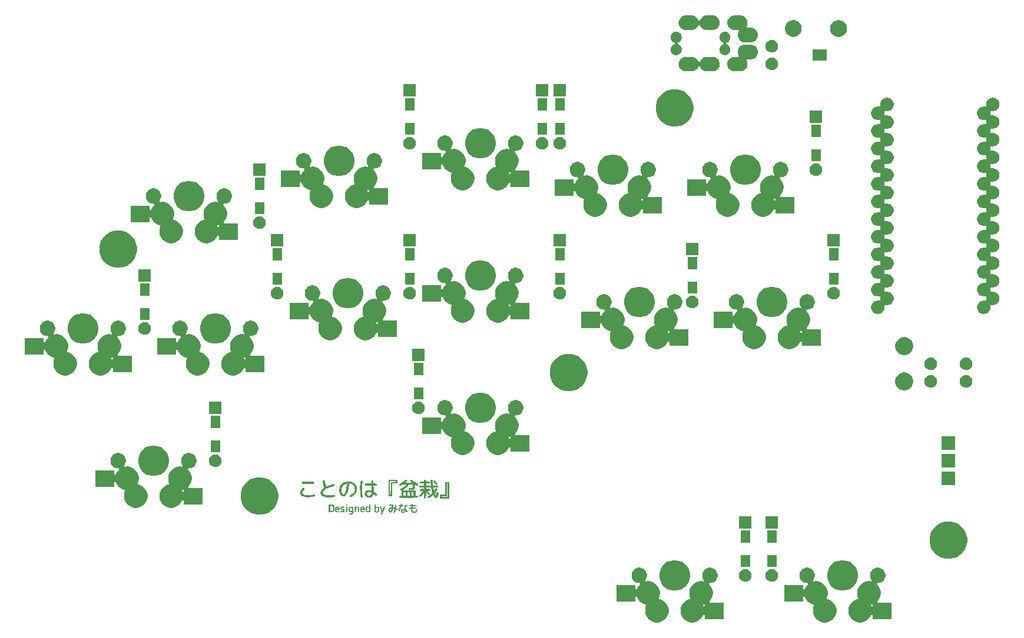
<source format=gts>
G04 #@! TF.GenerationSoftware,KiCad,Pcbnew,5.0.2+dfsg1-1~bpo9+1*
G04 #@! TF.CreationDate,2019-02-28T23:45:42+09:00*
G04 #@! TF.ProjectId,bonsai,626f6e73-6169-42e6-9b69-6361645f7063,v 1.1*
G04 #@! TF.SameCoordinates,Original*
G04 #@! TF.FileFunction,Soldermask,Top*
G04 #@! TF.FilePolarity,Negative*
%FSLAX46Y46*%
G04 Gerber Fmt 4.6, Leading zero omitted, Abs format (unit mm)*
G04 Created by KiCad (PCBNEW 5.0.2+dfsg1-1~bpo9+1) date 2019年02月28日 23時45分42秒*
%MOMM*%
%LPD*%
G01*
G04 APERTURE LIST*
%ADD10C,0.010000*%
%ADD11C,0.100000*%
G04 APERTURE END LIST*
D10*
G04 #@! TO.C,G\002A\002A\002A*
G36*
X123298858Y-125149429D02*
X121666000Y-125149429D01*
X121666000Y-124931714D01*
X123298858Y-124931714D01*
X123298858Y-125149429D01*
X123298858Y-125149429D01*
G37*
X123298858Y-125149429D02*
X121666000Y-125149429D01*
X121666000Y-124931714D01*
X123298858Y-124931714D01*
X123298858Y-125149429D01*
G36*
X140763062Y-124764241D02*
X140809645Y-124806523D01*
X140871696Y-124893497D01*
X140930462Y-124985253D01*
X141013817Y-125120596D01*
X141059994Y-125208442D01*
X141072529Y-125261367D01*
X141054960Y-125291948D01*
X141021461Y-125308832D01*
X140967907Y-125324725D01*
X140924671Y-125317156D01*
X140879005Y-125275740D01*
X140818156Y-125190094D01*
X140756339Y-125092904D01*
X140673669Y-124958310D01*
X140627315Y-124871526D01*
X140613621Y-124819788D01*
X140628933Y-124790333D01*
X140664540Y-124772311D01*
X140719006Y-124756290D01*
X140763062Y-124764241D01*
X140763062Y-124764241D01*
G37*
X140763062Y-124764241D02*
X140809645Y-124806523D01*
X140871696Y-124893497D01*
X140930462Y-124985253D01*
X141013817Y-125120596D01*
X141059994Y-125208442D01*
X141072529Y-125261367D01*
X141054960Y-125291948D01*
X141021461Y-125308832D01*
X140967907Y-125324725D01*
X140924671Y-125317156D01*
X140879005Y-125275740D01*
X140818156Y-125190094D01*
X140756339Y-125092904D01*
X140673669Y-124958310D01*
X140627315Y-124871526D01*
X140613621Y-124819788D01*
X140628933Y-124790333D01*
X140664540Y-124772311D01*
X140719006Y-124756290D01*
X140763062Y-124764241D01*
G36*
X137395510Y-124671375D02*
X137461494Y-124713686D01*
X137559564Y-124798202D01*
X137561114Y-124799595D01*
X137680397Y-124893559D01*
X137835612Y-124997959D01*
X137996773Y-125092877D01*
X138026085Y-125108453D01*
X138165922Y-125184056D01*
X138250475Y-125238835D01*
X138290617Y-125281801D01*
X138297219Y-125321965D01*
X138295208Y-125331484D01*
X138265346Y-125401638D01*
X138215398Y-125422758D01*
X138129884Y-125397389D01*
X138069833Y-125368515D01*
X137978349Y-125323883D01*
X137916679Y-125297565D01*
X137905303Y-125294571D01*
X137893103Y-125326824D01*
X137886254Y-125407514D01*
X137885715Y-125441789D01*
X137873429Y-125603258D01*
X137840784Y-125760058D01*
X137794100Y-125888862D01*
X137744754Y-125962072D01*
X137668289Y-126001542D01*
X137540368Y-126024195D01*
X137353477Y-126030942D01*
X137205358Y-126027563D01*
X137094204Y-126020461D01*
X137037512Y-126003979D01*
X137017169Y-125968801D01*
X137014858Y-125929571D01*
X137018272Y-125883346D01*
X137038729Y-125856292D01*
X137091551Y-125843280D01*
X137192060Y-125839177D01*
X137285724Y-125838857D01*
X137437135Y-125834891D01*
X137535850Y-125814192D01*
X137595378Y-125763562D01*
X137629230Y-125669801D01*
X137650914Y-125519711D01*
X137655408Y-125477673D01*
X137678339Y-125258286D01*
X136948760Y-125258286D01*
X136871681Y-125417510D01*
X136773259Y-125569441D01*
X136628677Y-125729727D01*
X136458801Y-125878907D01*
X136284498Y-125997517D01*
X136207596Y-126036893D01*
X136052986Y-126103895D01*
X135950007Y-126140791D01*
X135885194Y-126149549D01*
X135845082Y-126132138D01*
X135817961Y-126093851D01*
X135795592Y-126009830D01*
X135825507Y-125957033D01*
X135864928Y-125947360D01*
X135948025Y-125926877D01*
X136067767Y-125874121D01*
X136203002Y-125800705D01*
X136332580Y-125718245D01*
X136435349Y-125638354D01*
X136446348Y-125628079D01*
X136542488Y-125523928D01*
X136623740Y-125415487D01*
X136676179Y-125322893D01*
X136688286Y-125278230D01*
X136655312Y-125267710D01*
X136569609Y-125260483D01*
X136470572Y-125258286D01*
X136344877Y-125252216D01*
X136269102Y-125235591D01*
X136252858Y-125219337D01*
X136224662Y-125214914D01*
X136151229Y-125242246D01*
X136062358Y-125287852D01*
X135908753Y-125370661D01*
X135804140Y-125415313D01*
X135737164Y-125423964D01*
X135696470Y-125398767D01*
X135677092Y-125360939D01*
X135667309Y-125317138D01*
X135682475Y-125278949D01*
X135733683Y-125235672D01*
X135832025Y-125176608D01*
X135916307Y-125130208D01*
X136075579Y-125034972D01*
X136239448Y-124923149D01*
X136373941Y-124818010D01*
X136380468Y-124812304D01*
X136485048Y-124723377D01*
X136555267Y-124676445D01*
X136609184Y-124663314D01*
X136664856Y-124675788D01*
X136673884Y-124679136D01*
X136773360Y-124716957D01*
X136596116Y-124896907D01*
X136418871Y-125076857D01*
X137553748Y-125076857D01*
X137366150Y-124897902D01*
X137178553Y-124718946D01*
X137281464Y-124679819D01*
X137342029Y-124662883D01*
X137395510Y-124671375D01*
X137395510Y-124671375D01*
G37*
X137395510Y-124671375D02*
X137461494Y-124713686D01*
X137559564Y-124798202D01*
X137561114Y-124799595D01*
X137680397Y-124893559D01*
X137835612Y-124997959D01*
X137996773Y-125092877D01*
X138026085Y-125108453D01*
X138165922Y-125184056D01*
X138250475Y-125238835D01*
X138290617Y-125281801D01*
X138297219Y-125321965D01*
X138295208Y-125331484D01*
X138265346Y-125401638D01*
X138215398Y-125422758D01*
X138129884Y-125397389D01*
X138069833Y-125368515D01*
X137978349Y-125323883D01*
X137916679Y-125297565D01*
X137905303Y-125294571D01*
X137893103Y-125326824D01*
X137886254Y-125407514D01*
X137885715Y-125441789D01*
X137873429Y-125603258D01*
X137840784Y-125760058D01*
X137794100Y-125888862D01*
X137744754Y-125962072D01*
X137668289Y-126001542D01*
X137540368Y-126024195D01*
X137353477Y-126030942D01*
X137205358Y-126027563D01*
X137094204Y-126020461D01*
X137037512Y-126003979D01*
X137017169Y-125968801D01*
X137014858Y-125929571D01*
X137018272Y-125883346D01*
X137038729Y-125856292D01*
X137091551Y-125843280D01*
X137192060Y-125839177D01*
X137285724Y-125838857D01*
X137437135Y-125834891D01*
X137535850Y-125814192D01*
X137595378Y-125763562D01*
X137629230Y-125669801D01*
X137650914Y-125519711D01*
X137655408Y-125477673D01*
X137678339Y-125258286D01*
X136948760Y-125258286D01*
X136871681Y-125417510D01*
X136773259Y-125569441D01*
X136628677Y-125729727D01*
X136458801Y-125878907D01*
X136284498Y-125997517D01*
X136207596Y-126036893D01*
X136052986Y-126103895D01*
X135950007Y-126140791D01*
X135885194Y-126149549D01*
X135845082Y-126132138D01*
X135817961Y-126093851D01*
X135795592Y-126009830D01*
X135825507Y-125957033D01*
X135864928Y-125947360D01*
X135948025Y-125926877D01*
X136067767Y-125874121D01*
X136203002Y-125800705D01*
X136332580Y-125718245D01*
X136435349Y-125638354D01*
X136446348Y-125628079D01*
X136542488Y-125523928D01*
X136623740Y-125415487D01*
X136676179Y-125322893D01*
X136688286Y-125278230D01*
X136655312Y-125267710D01*
X136569609Y-125260483D01*
X136470572Y-125258286D01*
X136344877Y-125252216D01*
X136269102Y-125235591D01*
X136252858Y-125219337D01*
X136224662Y-125214914D01*
X136151229Y-125242246D01*
X136062358Y-125287852D01*
X135908753Y-125370661D01*
X135804140Y-125415313D01*
X135737164Y-125423964D01*
X135696470Y-125398767D01*
X135677092Y-125360939D01*
X135667309Y-125317138D01*
X135682475Y-125278949D01*
X135733683Y-125235672D01*
X135832025Y-125176608D01*
X135916307Y-125130208D01*
X136075579Y-125034972D01*
X136239448Y-124923149D01*
X136373941Y-124818010D01*
X136380468Y-124812304D01*
X136485048Y-124723377D01*
X136555267Y-124676445D01*
X136609184Y-124663314D01*
X136664856Y-124675788D01*
X136673884Y-124679136D01*
X136773360Y-124716957D01*
X136596116Y-124896907D01*
X136418871Y-125076857D01*
X137553748Y-125076857D01*
X137366150Y-124897902D01*
X137178553Y-124718946D01*
X137281464Y-124679819D01*
X137342029Y-124662883D01*
X137395510Y-124671375D01*
G36*
X135309429Y-125113143D02*
X134583715Y-125113143D01*
X134583715Y-126927428D01*
X134112000Y-126927428D01*
X134112000Y-126782286D01*
X134257143Y-126782286D01*
X134437304Y-126782286D01*
X134447009Y-125884214D01*
X134456715Y-124986143D01*
X134830929Y-124975777D01*
X135205142Y-124965411D01*
X135193786Y-124866920D01*
X135182429Y-124768428D01*
X134719786Y-124758273D01*
X134257143Y-124748117D01*
X134257143Y-126782286D01*
X134112000Y-126782286D01*
X134112000Y-124641428D01*
X135309429Y-124641428D01*
X135309429Y-125113143D01*
X135309429Y-125113143D01*
G37*
X135309429Y-125113143D02*
X134583715Y-125113143D01*
X134583715Y-126927428D01*
X134112000Y-126927428D01*
X134112000Y-126782286D01*
X134257143Y-126782286D01*
X134437304Y-126782286D01*
X134447009Y-125884214D01*
X134456715Y-124986143D01*
X134830929Y-124975777D01*
X135205142Y-124965411D01*
X135193786Y-124866920D01*
X135182429Y-124768428D01*
X134719786Y-124758273D01*
X134257143Y-124748117D01*
X134257143Y-126782286D01*
X134112000Y-126782286D01*
X134112000Y-124641428D01*
X135309429Y-124641428D01*
X135309429Y-125113143D01*
G36*
X128612976Y-124929690D02*
X128833049Y-124981114D01*
X129018701Y-125074305D01*
X129185840Y-125215323D01*
X129215363Y-125246444D01*
X129339541Y-125397440D01*
X129419734Y-125542614D01*
X129464315Y-125705053D01*
X129481656Y-125907845D01*
X129482815Y-125984000D01*
X129479345Y-126156132D01*
X129463960Y-126284124D01*
X129431546Y-126396090D01*
X129390393Y-126492000D01*
X129245389Y-126727089D01*
X129059358Y-126903569D01*
X128834661Y-127019471D01*
X128719101Y-127051873D01*
X128632268Y-127059947D01*
X128589292Y-127030563D01*
X128583030Y-127017048D01*
X128563223Y-126933191D01*
X128590625Y-126879120D01*
X128676023Y-126839812D01*
X128719248Y-126827393D01*
X128922915Y-126737465D01*
X129085700Y-126591089D01*
X129202609Y-126394894D01*
X129268647Y-126155509D01*
X129276843Y-126087286D01*
X129268901Y-125826664D01*
X129198911Y-125592566D01*
X129071358Y-125393493D01*
X128890732Y-125237948D01*
X128802733Y-125188904D01*
X128697271Y-125148537D01*
X128585563Y-125121710D01*
X128488409Y-125111278D01*
X128426606Y-125120096D01*
X128415143Y-125135700D01*
X128407583Y-125226461D01*
X128387169Y-125369647D01*
X128357306Y-125546954D01*
X128321395Y-125740080D01*
X128282841Y-125930723D01*
X128245046Y-126100578D01*
X128211472Y-126231141D01*
X128111411Y-126513346D01*
X127993233Y-126733847D01*
X127859125Y-126889939D01*
X127711275Y-126978920D01*
X127589526Y-127000000D01*
X127478465Y-126968326D01*
X127356996Y-126882158D01*
X127240656Y-126754779D01*
X127163881Y-126636121D01*
X127108950Y-126526941D01*
X127076410Y-126431186D01*
X127060613Y-126322367D01*
X127055913Y-126173996D01*
X127055809Y-126129143D01*
X127058091Y-126039906D01*
X127269601Y-126039906D01*
X127275046Y-126252701D01*
X127311833Y-126447140D01*
X127354159Y-126553554D01*
X127451080Y-126698046D01*
X127550080Y-126770125D01*
X127651005Y-126769747D01*
X127753703Y-126696867D01*
X127774099Y-126673994D01*
X127871683Y-126519459D01*
X127961540Y-126299719D01*
X128041078Y-126021961D01*
X128088148Y-125802571D01*
X128135314Y-125546203D01*
X128166793Y-125354848D01*
X128183259Y-125222818D01*
X128185388Y-125144425D01*
X128173855Y-125113979D01*
X128169953Y-125113143D01*
X128119342Y-125122792D01*
X128024599Y-125147493D01*
X127955315Y-125167403D01*
X127773459Y-125250381D01*
X127593087Y-125382223D01*
X127438255Y-125542819D01*
X127352897Y-125670919D01*
X127295538Y-125836673D01*
X127269601Y-126039906D01*
X127058091Y-126039906D01*
X127060256Y-125955278D01*
X127076867Y-125825067D01*
X127110924Y-125709920D01*
X127150277Y-125618005D01*
X127295212Y-125380610D01*
X127490956Y-125188250D01*
X127744881Y-125033764D01*
X127758786Y-125027119D01*
X127881866Y-124972469D01*
X127985556Y-124938842D01*
X128095613Y-124921245D01*
X128237797Y-124914685D01*
X128342572Y-124913972D01*
X128612976Y-124929690D01*
X128612976Y-124929690D01*
G37*
X128612976Y-124929690D02*
X128833049Y-124981114D01*
X129018701Y-125074305D01*
X129185840Y-125215323D01*
X129215363Y-125246444D01*
X129339541Y-125397440D01*
X129419734Y-125542614D01*
X129464315Y-125705053D01*
X129481656Y-125907845D01*
X129482815Y-125984000D01*
X129479345Y-126156132D01*
X129463960Y-126284124D01*
X129431546Y-126396090D01*
X129390393Y-126492000D01*
X129245389Y-126727089D01*
X129059358Y-126903569D01*
X128834661Y-127019471D01*
X128719101Y-127051873D01*
X128632268Y-127059947D01*
X128589292Y-127030563D01*
X128583030Y-127017048D01*
X128563223Y-126933191D01*
X128590625Y-126879120D01*
X128676023Y-126839812D01*
X128719248Y-126827393D01*
X128922915Y-126737465D01*
X129085700Y-126591089D01*
X129202609Y-126394894D01*
X129268647Y-126155509D01*
X129276843Y-126087286D01*
X129268901Y-125826664D01*
X129198911Y-125592566D01*
X129071358Y-125393493D01*
X128890732Y-125237948D01*
X128802733Y-125188904D01*
X128697271Y-125148537D01*
X128585563Y-125121710D01*
X128488409Y-125111278D01*
X128426606Y-125120096D01*
X128415143Y-125135700D01*
X128407583Y-125226461D01*
X128387169Y-125369647D01*
X128357306Y-125546954D01*
X128321395Y-125740080D01*
X128282841Y-125930723D01*
X128245046Y-126100578D01*
X128211472Y-126231141D01*
X128111411Y-126513346D01*
X127993233Y-126733847D01*
X127859125Y-126889939D01*
X127711275Y-126978920D01*
X127589526Y-127000000D01*
X127478465Y-126968326D01*
X127356996Y-126882158D01*
X127240656Y-126754779D01*
X127163881Y-126636121D01*
X127108950Y-126526941D01*
X127076410Y-126431186D01*
X127060613Y-126322367D01*
X127055913Y-126173996D01*
X127055809Y-126129143D01*
X127058091Y-126039906D01*
X127269601Y-126039906D01*
X127275046Y-126252701D01*
X127311833Y-126447140D01*
X127354159Y-126553554D01*
X127451080Y-126698046D01*
X127550080Y-126770125D01*
X127651005Y-126769747D01*
X127753703Y-126696867D01*
X127774099Y-126673994D01*
X127871683Y-126519459D01*
X127961540Y-126299719D01*
X128041078Y-126021961D01*
X128088148Y-125802571D01*
X128135314Y-125546203D01*
X128166793Y-125354848D01*
X128183259Y-125222818D01*
X128185388Y-125144425D01*
X128173855Y-125113979D01*
X128169953Y-125113143D01*
X128119342Y-125122792D01*
X128024599Y-125147493D01*
X127955315Y-125167403D01*
X127773459Y-125250381D01*
X127593087Y-125382223D01*
X127438255Y-125542819D01*
X127352897Y-125670919D01*
X127295538Y-125836673D01*
X127269601Y-126039906D01*
X127058091Y-126039906D01*
X127060256Y-125955278D01*
X127076867Y-125825067D01*
X127110924Y-125709920D01*
X127150277Y-125618005D01*
X127295212Y-125380610D01*
X127490956Y-125188250D01*
X127744881Y-125033764D01*
X127758786Y-125027119D01*
X127881866Y-124972469D01*
X127985556Y-124938842D01*
X128095613Y-124921245D01*
X128237797Y-124914685D01*
X128342572Y-124913972D01*
X128612976Y-124929690D01*
G36*
X124857125Y-124758808D02*
X124894094Y-124798378D01*
X124915347Y-124886357D01*
X124934189Y-124984840D01*
X124964047Y-125127994D01*
X124999451Y-125289813D01*
X125011315Y-125342426D01*
X125048333Y-125495743D01*
X125077711Y-125589089D01*
X125104584Y-125633928D01*
X125134086Y-125641727D01*
X125143967Y-125638657D01*
X125315134Y-125574132D01*
X125507667Y-125507023D01*
X125706533Y-125441956D01*
X125896697Y-125383556D01*
X126063123Y-125336446D01*
X126190776Y-125305252D01*
X126262613Y-125294571D01*
X126301590Y-125323392D01*
X126303911Y-125389086D01*
X126294083Y-125430379D01*
X126268177Y-125463659D01*
X126214330Y-125494813D01*
X126120684Y-125529725D01*
X125975378Y-125574280D01*
X125868205Y-125605298D01*
X125487581Y-125728077D01*
X125172304Y-125858871D01*
X124923546Y-125996722D01*
X124742480Y-126140671D01*
X124630277Y-126289758D01*
X124588109Y-126443024D01*
X124617148Y-126599511D01*
X124626793Y-126621265D01*
X124700854Y-126730917D01*
X124809993Y-126811419D01*
X124962922Y-126865780D01*
X125168350Y-126897006D01*
X125434988Y-126908105D01*
X125457858Y-126908211D01*
X125655642Y-126906103D01*
X125852287Y-126899565D01*
X126022151Y-126889677D01*
X126120072Y-126880270D01*
X126346858Y-126851253D01*
X126346858Y-126956665D01*
X126343566Y-127012720D01*
X126323004Y-127046189D01*
X126269145Y-127065485D01*
X126165957Y-127079019D01*
X126101929Y-127085209D01*
X125924418Y-127097129D01*
X125717704Y-127103448D01*
X125500263Y-127104416D01*
X125290577Y-127100282D01*
X125107122Y-127091296D01*
X124968377Y-127077709D01*
X124921464Y-127069248D01*
X124699614Y-126989102D01*
X124529283Y-126869151D01*
X124415299Y-126716348D01*
X124362490Y-126537648D01*
X124375682Y-126340002D01*
X124386640Y-126298897D01*
X124455194Y-126159705D01*
X124572865Y-126011209D01*
X124722516Y-125873710D01*
X124783019Y-125829374D01*
X124870181Y-125769865D01*
X124773948Y-125335755D01*
X124726887Y-125120064D01*
X124696389Y-124965068D01*
X124682644Y-124860762D01*
X124685837Y-124797141D01*
X124706157Y-124764201D01*
X124743792Y-124751936D01*
X124784928Y-124750286D01*
X124857125Y-124758808D01*
X124857125Y-124758808D01*
G37*
X124857125Y-124758808D02*
X124894094Y-124798378D01*
X124915347Y-124886357D01*
X124934189Y-124984840D01*
X124964047Y-125127994D01*
X124999451Y-125289813D01*
X125011315Y-125342426D01*
X125048333Y-125495743D01*
X125077711Y-125589089D01*
X125104584Y-125633928D01*
X125134086Y-125641727D01*
X125143967Y-125638657D01*
X125315134Y-125574132D01*
X125507667Y-125507023D01*
X125706533Y-125441956D01*
X125896697Y-125383556D01*
X126063123Y-125336446D01*
X126190776Y-125305252D01*
X126262613Y-125294571D01*
X126301590Y-125323392D01*
X126303911Y-125389086D01*
X126294083Y-125430379D01*
X126268177Y-125463659D01*
X126214330Y-125494813D01*
X126120684Y-125529725D01*
X125975378Y-125574280D01*
X125868205Y-125605298D01*
X125487581Y-125728077D01*
X125172304Y-125858871D01*
X124923546Y-125996722D01*
X124742480Y-126140671D01*
X124630277Y-126289758D01*
X124588109Y-126443024D01*
X124617148Y-126599511D01*
X124626793Y-126621265D01*
X124700854Y-126730917D01*
X124809993Y-126811419D01*
X124962922Y-126865780D01*
X125168350Y-126897006D01*
X125434988Y-126908105D01*
X125457858Y-126908211D01*
X125655642Y-126906103D01*
X125852287Y-126899565D01*
X126022151Y-126889677D01*
X126120072Y-126880270D01*
X126346858Y-126851253D01*
X126346858Y-126956665D01*
X126343566Y-127012720D01*
X126323004Y-127046189D01*
X126269145Y-127065485D01*
X126165957Y-127079019D01*
X126101929Y-127085209D01*
X125924418Y-127097129D01*
X125717704Y-127103448D01*
X125500263Y-127104416D01*
X125290577Y-127100282D01*
X125107122Y-127091296D01*
X124968377Y-127077709D01*
X124921464Y-127069248D01*
X124699614Y-126989102D01*
X124529283Y-126869151D01*
X124415299Y-126716348D01*
X124362490Y-126537648D01*
X124375682Y-126340002D01*
X124386640Y-126298897D01*
X124455194Y-126159705D01*
X124572865Y-126011209D01*
X124722516Y-125873710D01*
X124783019Y-125829374D01*
X124870181Y-125769865D01*
X124773948Y-125335755D01*
X124726887Y-125120064D01*
X124696389Y-124965068D01*
X124682644Y-124860762D01*
X124685837Y-124797141D01*
X124706157Y-124764201D01*
X124743792Y-124751936D01*
X124784928Y-124750286D01*
X124857125Y-124758808D01*
G36*
X121883901Y-125858793D02*
X121921343Y-125894903D01*
X121941512Y-125936660D01*
X121924245Y-125986269D01*
X121861869Y-126061559D01*
X121839361Y-126085403D01*
X121701642Y-126258391D01*
X121633415Y-126415894D01*
X121634886Y-126556888D01*
X121706265Y-126680350D01*
X121716083Y-126690524D01*
X121844980Y-126775728D01*
X122031756Y-126838263D01*
X122264975Y-126876948D01*
X122533199Y-126890600D01*
X122824990Y-126878036D01*
X123128910Y-126838074D01*
X123134230Y-126837131D01*
X123268895Y-126814144D01*
X123372094Y-126798433D01*
X123426459Y-126792575D01*
X123430638Y-126793114D01*
X123443939Y-126829619D01*
X123461689Y-126894559D01*
X123470456Y-126943093D01*
X123457553Y-126974428D01*
X123409175Y-126996433D01*
X123311516Y-127016980D01*
X123219710Y-127032513D01*
X122934485Y-127070094D01*
X122649256Y-127090242D01*
X122383353Y-127092552D01*
X122156102Y-127076619D01*
X122042231Y-127057205D01*
X121833301Y-126998921D01*
X121678077Y-126928330D01*
X121557740Y-126835711D01*
X121507037Y-126780805D01*
X121418871Y-126626048D01*
X121401223Y-126455981D01*
X121453903Y-126271634D01*
X121576722Y-126074036D01*
X121654133Y-125981832D01*
X121752296Y-125884517D01*
X121824731Y-125844856D01*
X121883901Y-125858793D01*
X121883901Y-125858793D01*
G37*
X121883901Y-125858793D02*
X121921343Y-125894903D01*
X121941512Y-125936660D01*
X121924245Y-125986269D01*
X121861869Y-126061559D01*
X121839361Y-126085403D01*
X121701642Y-126258391D01*
X121633415Y-126415894D01*
X121634886Y-126556888D01*
X121706265Y-126680350D01*
X121716083Y-126690524D01*
X121844980Y-126775728D01*
X122031756Y-126838263D01*
X122264975Y-126876948D01*
X122533199Y-126890600D01*
X122824990Y-126878036D01*
X123128910Y-126838074D01*
X123134230Y-126837131D01*
X123268895Y-126814144D01*
X123372094Y-126798433D01*
X123426459Y-126792575D01*
X123430638Y-126793114D01*
X123443939Y-126829619D01*
X123461689Y-126894559D01*
X123470456Y-126943093D01*
X123457553Y-126974428D01*
X123409175Y-126996433D01*
X123311516Y-127016980D01*
X123219710Y-127032513D01*
X122934485Y-127070094D01*
X122649256Y-127090242D01*
X122383353Y-127092552D01*
X122156102Y-127076619D01*
X122042231Y-127057205D01*
X121833301Y-126998921D01*
X121678077Y-126928330D01*
X121557740Y-126835711D01*
X121507037Y-126780805D01*
X121418871Y-126626048D01*
X121401223Y-126455981D01*
X121453903Y-126271634D01*
X121576722Y-126074036D01*
X121654133Y-125981832D01*
X121752296Y-125884517D01*
X121824731Y-125844856D01*
X121883901Y-125858793D01*
G36*
X131898572Y-125222000D02*
X132152572Y-125222000D01*
X132285273Y-125223334D01*
X132361221Y-125231101D01*
X132396228Y-125250949D01*
X132406110Y-125288525D01*
X132406572Y-125312714D01*
X132402837Y-125360107D01*
X132381089Y-125387232D01*
X132325515Y-125399734D01*
X132220301Y-125403263D01*
X132152572Y-125403428D01*
X131898572Y-125403428D01*
X131899430Y-125884214D01*
X131900287Y-126365000D01*
X132043201Y-126470715D01*
X132158377Y-126563225D01*
X132270333Y-126664277D01*
X132297231Y-126691073D01*
X132408348Y-126805716D01*
X132333865Y-126873123D01*
X132290082Y-126908105D01*
X132252286Y-126912991D01*
X132202334Y-126881102D01*
X132122084Y-126805763D01*
X132104818Y-126788836D01*
X132018940Y-126708039D01*
X131953660Y-126653014D01*
X131927296Y-126637143D01*
X131904310Y-126668294D01*
X131881021Y-126743307D01*
X131880803Y-126744296D01*
X131810814Y-126908993D01*
X131689049Y-127033430D01*
X131527109Y-127112708D01*
X131336593Y-127141927D01*
X131129100Y-127116188D01*
X131054585Y-127093279D01*
X130913008Y-127030294D01*
X130818729Y-126951729D01*
X130753179Y-126850230D01*
X130704652Y-126684141D01*
X130709937Y-126627758D01*
X130920610Y-126627758D01*
X130949298Y-126765287D01*
X130974912Y-126809881D01*
X131075011Y-126895048D01*
X131212180Y-126939545D01*
X131362800Y-126942498D01*
X131503251Y-126903029D01*
X131599215Y-126833033D01*
X131657807Y-126732696D01*
X131682589Y-126615937D01*
X131672744Y-126507366D01*
X131627458Y-126431593D01*
X131612831Y-126421861D01*
X131476114Y-126374091D01*
X131321515Y-126358534D01*
X131170071Y-126372933D01*
X131042822Y-126415025D01*
X130960808Y-126482554D01*
X130954865Y-126492520D01*
X130920610Y-126627758D01*
X130709937Y-126627758D01*
X130720310Y-126517117D01*
X130794175Y-126366748D01*
X130920266Y-126250625D01*
X130965415Y-126226024D01*
X131098415Y-126186638D01*
X131267441Y-126167833D01*
X131438709Y-126170979D01*
X131578433Y-126197444D01*
X131587781Y-126200816D01*
X131680858Y-126236204D01*
X131680858Y-125403428D01*
X130773715Y-125403428D01*
X130773715Y-125222000D01*
X131680858Y-125222000D01*
X131680858Y-124750286D01*
X131898572Y-124750286D01*
X131898572Y-125222000D01*
X131898572Y-125222000D01*
G37*
X131898572Y-125222000D02*
X132152572Y-125222000D01*
X132285273Y-125223334D01*
X132361221Y-125231101D01*
X132396228Y-125250949D01*
X132406110Y-125288525D01*
X132406572Y-125312714D01*
X132402837Y-125360107D01*
X132381089Y-125387232D01*
X132325515Y-125399734D01*
X132220301Y-125403263D01*
X132152572Y-125403428D01*
X131898572Y-125403428D01*
X131899430Y-125884214D01*
X131900287Y-126365000D01*
X132043201Y-126470715D01*
X132158377Y-126563225D01*
X132270333Y-126664277D01*
X132297231Y-126691073D01*
X132408348Y-126805716D01*
X132333865Y-126873123D01*
X132290082Y-126908105D01*
X132252286Y-126912991D01*
X132202334Y-126881102D01*
X132122084Y-126805763D01*
X132104818Y-126788836D01*
X132018940Y-126708039D01*
X131953660Y-126653014D01*
X131927296Y-126637143D01*
X131904310Y-126668294D01*
X131881021Y-126743307D01*
X131880803Y-126744296D01*
X131810814Y-126908993D01*
X131689049Y-127033430D01*
X131527109Y-127112708D01*
X131336593Y-127141927D01*
X131129100Y-127116188D01*
X131054585Y-127093279D01*
X130913008Y-127030294D01*
X130818729Y-126951729D01*
X130753179Y-126850230D01*
X130704652Y-126684141D01*
X130709937Y-126627758D01*
X130920610Y-126627758D01*
X130949298Y-126765287D01*
X130974912Y-126809881D01*
X131075011Y-126895048D01*
X131212180Y-126939545D01*
X131362800Y-126942498D01*
X131503251Y-126903029D01*
X131599215Y-126833033D01*
X131657807Y-126732696D01*
X131682589Y-126615937D01*
X131672744Y-126507366D01*
X131627458Y-126431593D01*
X131612831Y-126421861D01*
X131476114Y-126374091D01*
X131321515Y-126358534D01*
X131170071Y-126372933D01*
X131042822Y-126415025D01*
X130960808Y-126482554D01*
X130954865Y-126492520D01*
X130920610Y-126627758D01*
X130709937Y-126627758D01*
X130720310Y-126517117D01*
X130794175Y-126366748D01*
X130920266Y-126250625D01*
X130965415Y-126226024D01*
X131098415Y-126186638D01*
X131267441Y-126167833D01*
X131438709Y-126170979D01*
X131578433Y-126197444D01*
X131587781Y-126200816D01*
X131680858Y-126236204D01*
X131680858Y-125403428D01*
X130773715Y-125403428D01*
X130773715Y-125222000D01*
X131680858Y-125222000D01*
X131680858Y-124750286D01*
X131898572Y-124750286D01*
X131898572Y-125222000D01*
G36*
X130321450Y-124800896D02*
X130333397Y-124839453D01*
X130327647Y-124917305D01*
X130305690Y-125046561D01*
X130283851Y-125161692D01*
X130254562Y-125377138D01*
X130236855Y-125641800D01*
X130230714Y-125933255D01*
X130236122Y-126229082D01*
X130253059Y-126506858D01*
X130281510Y-126744161D01*
X130285116Y-126765542D01*
X130310706Y-126924643D01*
X130320672Y-127026615D01*
X130315369Y-127085122D01*
X130295153Y-127113826D01*
X130294188Y-127114454D01*
X130215050Y-127142884D01*
X130154509Y-127128705D01*
X130145668Y-127117928D01*
X130113748Y-127023693D01*
X130086641Y-126869931D01*
X130064691Y-126669553D01*
X130048246Y-126435466D01*
X130037650Y-126180578D01*
X130033251Y-125917799D01*
X130035393Y-125660036D01*
X130044423Y-125420198D01*
X130060686Y-125211193D01*
X130084529Y-125045930D01*
X130089515Y-125022429D01*
X130120169Y-124901012D01*
X130149948Y-124833714D01*
X130190178Y-124803113D01*
X130238501Y-124793233D01*
X130290314Y-124789526D01*
X130321450Y-124800896D01*
X130321450Y-124800896D01*
G37*
X130321450Y-124800896D02*
X130333397Y-124839453D01*
X130327647Y-124917305D01*
X130305690Y-125046561D01*
X130283851Y-125161692D01*
X130254562Y-125377138D01*
X130236855Y-125641800D01*
X130230714Y-125933255D01*
X130236122Y-126229082D01*
X130253059Y-126506858D01*
X130281510Y-126744161D01*
X130285116Y-126765542D01*
X130310706Y-126924643D01*
X130320672Y-127026615D01*
X130315369Y-127085122D01*
X130295153Y-127113826D01*
X130294188Y-127114454D01*
X130215050Y-127142884D01*
X130154509Y-127128705D01*
X130145668Y-127117928D01*
X130113748Y-127023693D01*
X130086641Y-126869931D01*
X130064691Y-126669553D01*
X130048246Y-126435466D01*
X130037650Y-126180578D01*
X130033251Y-125917799D01*
X130035393Y-125660036D01*
X130044423Y-125420198D01*
X130060686Y-125211193D01*
X130084529Y-125045930D01*
X130089515Y-125022429D01*
X130120169Y-124901012D01*
X130149948Y-124833714D01*
X130190178Y-124803113D01*
X130238501Y-124793233D01*
X130290314Y-124789526D01*
X130321450Y-124800896D01*
G36*
X137958286Y-126959542D02*
X138112501Y-126970699D01*
X138210065Y-126982689D01*
X138254834Y-127008473D01*
X138266579Y-127061114D01*
X138266715Y-127072571D01*
X138266715Y-127163286D01*
X136986683Y-127172822D01*
X136643856Y-127175056D01*
X136366687Y-127175965D01*
X136148268Y-127175308D01*
X135981695Y-127172845D01*
X135860060Y-127168335D01*
X135776457Y-127161537D01*
X135723980Y-127152210D01*
X135695724Y-127140114D01*
X135685587Y-127127465D01*
X135676568Y-127037855D01*
X135730860Y-126983006D01*
X135847630Y-126963734D01*
X135852576Y-126963714D01*
X135998858Y-126963714D01*
X135998858Y-126383143D01*
X136216572Y-126383143D01*
X136216572Y-126963714D01*
X136579429Y-126963714D01*
X136579429Y-126383143D01*
X136797143Y-126383143D01*
X136797143Y-126963714D01*
X137160000Y-126963714D01*
X137160000Y-126383143D01*
X137377715Y-126383143D01*
X137377715Y-126963714D01*
X137740572Y-126963714D01*
X137740572Y-126383143D01*
X137377715Y-126383143D01*
X137160000Y-126383143D01*
X136797143Y-126383143D01*
X136579429Y-126383143D01*
X136216572Y-126383143D01*
X135998858Y-126383143D01*
X135998858Y-126165429D01*
X137958286Y-126165429D01*
X137958286Y-126959542D01*
X137958286Y-126959542D01*
G37*
X137958286Y-126959542D02*
X138112501Y-126970699D01*
X138210065Y-126982689D01*
X138254834Y-127008473D01*
X138266579Y-127061114D01*
X138266715Y-127072571D01*
X138266715Y-127163286D01*
X136986683Y-127172822D01*
X136643856Y-127175056D01*
X136366687Y-127175965D01*
X136148268Y-127175308D01*
X135981695Y-127172845D01*
X135860060Y-127168335D01*
X135776457Y-127161537D01*
X135723980Y-127152210D01*
X135695724Y-127140114D01*
X135685587Y-127127465D01*
X135676568Y-127037855D01*
X135730860Y-126983006D01*
X135847630Y-126963734D01*
X135852576Y-126963714D01*
X135998858Y-126963714D01*
X135998858Y-126383143D01*
X136216572Y-126383143D01*
X136216572Y-126963714D01*
X136579429Y-126963714D01*
X136579429Y-126383143D01*
X136797143Y-126383143D01*
X136797143Y-126963714D01*
X137160000Y-126963714D01*
X137160000Y-126383143D01*
X137377715Y-126383143D01*
X137377715Y-126963714D01*
X137740572Y-126963714D01*
X137740572Y-126383143D01*
X137377715Y-126383143D01*
X137160000Y-126383143D01*
X136797143Y-126383143D01*
X136579429Y-126383143D01*
X136216572Y-126383143D01*
X135998858Y-126383143D01*
X135998858Y-126165429D01*
X137958286Y-126165429D01*
X137958286Y-126959542D01*
G36*
X140342649Y-124644324D02*
X140362476Y-124661838D01*
X140377508Y-124702414D01*
X140389717Y-124775315D01*
X140401072Y-124889804D01*
X140413543Y-125055145D01*
X140429100Y-125280600D01*
X140435064Y-125367143D01*
X140443858Y-125494143D01*
X140815786Y-125504484D01*
X140982883Y-125509740D01*
X141090511Y-125516660D01*
X141151748Y-125528753D01*
X141179675Y-125549528D01*
X141187368Y-125582495D01*
X141187715Y-125604269D01*
X141185392Y-125644751D01*
X141169620Y-125670696D01*
X141127195Y-125685339D01*
X141044910Y-125691912D01*
X140909562Y-125693649D01*
X140822412Y-125693714D01*
X140656696Y-125694828D01*
X140551313Y-125699658D01*
X140494038Y-125710435D01*
X140472647Y-125729389D01*
X140474489Y-125757214D01*
X140489506Y-125824172D01*
X140511892Y-125937595D01*
X140535765Y-126067199D01*
X140565650Y-126202050D01*
X140596352Y-126282213D01*
X140620617Y-126300199D01*
X140656525Y-126263332D01*
X140712720Y-126178883D01*
X140777588Y-126064455D01*
X140783232Y-126053714D01*
X140852359Y-125929168D01*
X140905125Y-125861615D01*
X140954294Y-125841577D01*
X141012627Y-125859575D01*
X141031243Y-125869524D01*
X141043782Y-125915054D01*
X141020920Y-126006310D01*
X140968674Y-126129428D01*
X140893062Y-126270542D01*
X140800101Y-126415787D01*
X140784767Y-126437444D01*
X140670894Y-126596009D01*
X140751113Y-126761719D01*
X140806596Y-126856748D01*
X140859825Y-126916692D01*
X140883421Y-126927428D01*
X140936915Y-126892525D01*
X140984061Y-126793228D01*
X141021449Y-126637653D01*
X141030953Y-126576165D01*
X141055926Y-126467411D01*
X141096930Y-126424178D01*
X141162188Y-126439839D01*
X141184118Y-126452723D01*
X141217704Y-126513252D01*
X141221854Y-126619327D01*
X141201756Y-126752713D01*
X141162596Y-126895176D01*
X141109560Y-127028481D01*
X141047834Y-127134395D01*
X140982606Y-127194682D01*
X140971856Y-127198983D01*
X140896302Y-127207336D01*
X140820779Y-127178169D01*
X140737533Y-127104557D01*
X140638807Y-126979576D01*
X140516846Y-126796302D01*
X140511643Y-126788086D01*
X140481180Y-126801674D01*
X140408836Y-126849168D01*
X140310562Y-126920072D01*
X140181539Y-127010481D01*
X140048696Y-127094326D01*
X139966562Y-127140015D01*
X139815837Y-127215628D01*
X139762269Y-127133873D01*
X139736973Y-127087895D01*
X139741141Y-127052226D01*
X139785384Y-127013191D01*
X139880313Y-126957113D01*
X139913912Y-126938438D01*
X140054889Y-126850920D01*
X140196725Y-126748149D01*
X140271512Y-126685594D01*
X140423901Y-126546429D01*
X140355558Y-126256143D01*
X140319765Y-126099396D01*
X140287938Y-125951742D01*
X140266187Y-125841678D01*
X140264106Y-125829786D01*
X140240998Y-125693714D01*
X139446001Y-125693714D01*
X139446001Y-125984000D01*
X139754429Y-125984000D01*
X139903785Y-125984833D01*
X139994937Y-125990149D01*
X140042255Y-126004174D01*
X140060106Y-126031133D01*
X140062858Y-126074714D01*
X140059123Y-126122107D01*
X140037375Y-126149232D01*
X139981801Y-126161734D01*
X139876587Y-126165263D01*
X139808858Y-126165429D01*
X139683661Y-126168987D01*
X139592938Y-126178353D01*
X139555043Y-126191560D01*
X139554842Y-126192643D01*
X139580005Y-126227484D01*
X139647425Y-126298012D01*
X139744972Y-126391862D01*
X139799770Y-126442323D01*
X140044715Y-126664789D01*
X139974422Y-126742971D01*
X139904130Y-126821154D01*
X139448422Y-126369496D01*
X139438140Y-126802677D01*
X139427858Y-127235857D01*
X139328072Y-127247339D01*
X139228286Y-127258820D01*
X139228286Y-126839124D01*
X139225987Y-126674330D01*
X139219736Y-126539942D01*
X139210500Y-126450242D01*
X139199824Y-126419429D01*
X139163577Y-126447472D01*
X139114693Y-126515408D01*
X139112048Y-126519839D01*
X139046632Y-126614933D01*
X138955492Y-126728546D01*
X138855151Y-126842109D01*
X138762129Y-126937053D01*
X138692947Y-126994810D01*
X138685592Y-126999148D01*
X138630025Y-127009728D01*
X138584420Y-126962038D01*
X138574637Y-126944625D01*
X138552524Y-126892161D01*
X138558984Y-126847429D01*
X138603142Y-126792437D01*
X138694003Y-126709299D01*
X138783665Y-126622382D01*
X138882683Y-126514185D01*
X138978285Y-126400363D01*
X139057704Y-126296571D01*
X139108167Y-126218462D01*
X139119429Y-126187781D01*
X139086210Y-126176763D01*
X138998789Y-126168780D01*
X138875523Y-126165446D01*
X138865429Y-126165429D01*
X138732728Y-126164095D01*
X138656780Y-126156327D01*
X138621773Y-126136480D01*
X138611891Y-126098903D01*
X138611429Y-126074714D01*
X138614261Y-126030786D01*
X138632335Y-126003977D01*
X138680020Y-125990060D01*
X138771683Y-125984809D01*
X138919858Y-125984000D01*
X139228286Y-125984000D01*
X139228286Y-125693714D01*
X138901715Y-125693714D01*
X138747114Y-125692960D01*
X138651122Y-125688151D01*
X138599774Y-125675469D01*
X138579106Y-125651096D01*
X138575157Y-125611214D01*
X138575143Y-125604413D01*
X138578363Y-125561551D01*
X138597452Y-125534591D01*
X138646556Y-125519088D01*
X138739820Y-125510596D01*
X138891389Y-125504668D01*
X138892643Y-125504627D01*
X139210143Y-125494143D01*
X139210143Y-125131286D01*
X138926611Y-125120646D01*
X138784792Y-125114035D01*
X138701264Y-125104217D01*
X138661760Y-125086440D01*
X138652016Y-125055946D01*
X138654468Y-125029932D01*
X138666212Y-124989260D01*
X138697554Y-124964251D01*
X138764039Y-124950088D01*
X138881211Y-124941954D01*
X138947072Y-124939259D01*
X139228286Y-124928662D01*
X139228286Y-124782635D01*
X139232176Y-124689794D01*
X139253223Y-124650490D01*
X139305496Y-124645755D01*
X139328072Y-124648090D01*
X139395440Y-124665856D01*
X139427181Y-124713510D01*
X139439119Y-124795643D01*
X139450381Y-124931714D01*
X139720334Y-124931714D01*
X139858076Y-124932867D01*
X139938596Y-124939763D01*
X139977243Y-124957561D01*
X139989362Y-124991417D01*
X139990286Y-125022429D01*
X139986895Y-125068570D01*
X139966529Y-125095616D01*
X139913903Y-125108664D01*
X139813729Y-125112809D01*
X139718143Y-125113143D01*
X139446001Y-125113143D01*
X139446001Y-125512286D01*
X140218679Y-125512286D01*
X140178555Y-124641428D01*
X140280735Y-124641428D01*
X140316059Y-124640608D01*
X140342649Y-124644324D01*
X140342649Y-124644324D01*
G37*
X140342649Y-124644324D02*
X140362476Y-124661838D01*
X140377508Y-124702414D01*
X140389717Y-124775315D01*
X140401072Y-124889804D01*
X140413543Y-125055145D01*
X140429100Y-125280600D01*
X140435064Y-125367143D01*
X140443858Y-125494143D01*
X140815786Y-125504484D01*
X140982883Y-125509740D01*
X141090511Y-125516660D01*
X141151748Y-125528753D01*
X141179675Y-125549528D01*
X141187368Y-125582495D01*
X141187715Y-125604269D01*
X141185392Y-125644751D01*
X141169620Y-125670696D01*
X141127195Y-125685339D01*
X141044910Y-125691912D01*
X140909562Y-125693649D01*
X140822412Y-125693714D01*
X140656696Y-125694828D01*
X140551313Y-125699658D01*
X140494038Y-125710435D01*
X140472647Y-125729389D01*
X140474489Y-125757214D01*
X140489506Y-125824172D01*
X140511892Y-125937595D01*
X140535765Y-126067199D01*
X140565650Y-126202050D01*
X140596352Y-126282213D01*
X140620617Y-126300199D01*
X140656525Y-126263332D01*
X140712720Y-126178883D01*
X140777588Y-126064455D01*
X140783232Y-126053714D01*
X140852359Y-125929168D01*
X140905125Y-125861615D01*
X140954294Y-125841577D01*
X141012627Y-125859575D01*
X141031243Y-125869524D01*
X141043782Y-125915054D01*
X141020920Y-126006310D01*
X140968674Y-126129428D01*
X140893062Y-126270542D01*
X140800101Y-126415787D01*
X140784767Y-126437444D01*
X140670894Y-126596009D01*
X140751113Y-126761719D01*
X140806596Y-126856748D01*
X140859825Y-126916692D01*
X140883421Y-126927428D01*
X140936915Y-126892525D01*
X140984061Y-126793228D01*
X141021449Y-126637653D01*
X141030953Y-126576165D01*
X141055926Y-126467411D01*
X141096930Y-126424178D01*
X141162188Y-126439839D01*
X141184118Y-126452723D01*
X141217704Y-126513252D01*
X141221854Y-126619327D01*
X141201756Y-126752713D01*
X141162596Y-126895176D01*
X141109560Y-127028481D01*
X141047834Y-127134395D01*
X140982606Y-127194682D01*
X140971856Y-127198983D01*
X140896302Y-127207336D01*
X140820779Y-127178169D01*
X140737533Y-127104557D01*
X140638807Y-126979576D01*
X140516846Y-126796302D01*
X140511643Y-126788086D01*
X140481180Y-126801674D01*
X140408836Y-126849168D01*
X140310562Y-126920072D01*
X140181539Y-127010481D01*
X140048696Y-127094326D01*
X139966562Y-127140015D01*
X139815837Y-127215628D01*
X139762269Y-127133873D01*
X139736973Y-127087895D01*
X139741141Y-127052226D01*
X139785384Y-127013191D01*
X139880313Y-126957113D01*
X139913912Y-126938438D01*
X140054889Y-126850920D01*
X140196725Y-126748149D01*
X140271512Y-126685594D01*
X140423901Y-126546429D01*
X140355558Y-126256143D01*
X140319765Y-126099396D01*
X140287938Y-125951742D01*
X140266187Y-125841678D01*
X140264106Y-125829786D01*
X140240998Y-125693714D01*
X139446001Y-125693714D01*
X139446001Y-125984000D01*
X139754429Y-125984000D01*
X139903785Y-125984833D01*
X139994937Y-125990149D01*
X140042255Y-126004174D01*
X140060106Y-126031133D01*
X140062858Y-126074714D01*
X140059123Y-126122107D01*
X140037375Y-126149232D01*
X139981801Y-126161734D01*
X139876587Y-126165263D01*
X139808858Y-126165429D01*
X139683661Y-126168987D01*
X139592938Y-126178353D01*
X139555043Y-126191560D01*
X139554842Y-126192643D01*
X139580005Y-126227484D01*
X139647425Y-126298012D01*
X139744972Y-126391862D01*
X139799770Y-126442323D01*
X140044715Y-126664789D01*
X139974422Y-126742971D01*
X139904130Y-126821154D01*
X139448422Y-126369496D01*
X139438140Y-126802677D01*
X139427858Y-127235857D01*
X139328072Y-127247339D01*
X139228286Y-127258820D01*
X139228286Y-126839124D01*
X139225987Y-126674330D01*
X139219736Y-126539942D01*
X139210500Y-126450242D01*
X139199824Y-126419429D01*
X139163577Y-126447472D01*
X139114693Y-126515408D01*
X139112048Y-126519839D01*
X139046632Y-126614933D01*
X138955492Y-126728546D01*
X138855151Y-126842109D01*
X138762129Y-126937053D01*
X138692947Y-126994810D01*
X138685592Y-126999148D01*
X138630025Y-127009728D01*
X138584420Y-126962038D01*
X138574637Y-126944625D01*
X138552524Y-126892161D01*
X138558984Y-126847429D01*
X138603142Y-126792437D01*
X138694003Y-126709299D01*
X138783665Y-126622382D01*
X138882683Y-126514185D01*
X138978285Y-126400363D01*
X139057704Y-126296571D01*
X139108167Y-126218462D01*
X139119429Y-126187781D01*
X139086210Y-126176763D01*
X138998789Y-126168780D01*
X138875523Y-126165446D01*
X138865429Y-126165429D01*
X138732728Y-126164095D01*
X138656780Y-126156327D01*
X138621773Y-126136480D01*
X138611891Y-126098903D01*
X138611429Y-126074714D01*
X138614261Y-126030786D01*
X138632335Y-126003977D01*
X138680020Y-125990060D01*
X138771683Y-125984809D01*
X138919858Y-125984000D01*
X139228286Y-125984000D01*
X139228286Y-125693714D01*
X138901715Y-125693714D01*
X138747114Y-125692960D01*
X138651122Y-125688151D01*
X138599774Y-125675469D01*
X138579106Y-125651096D01*
X138575157Y-125611214D01*
X138575143Y-125604413D01*
X138578363Y-125561551D01*
X138597452Y-125534591D01*
X138646556Y-125519088D01*
X138739820Y-125510596D01*
X138891389Y-125504668D01*
X138892643Y-125504627D01*
X139210143Y-125494143D01*
X139210143Y-125131286D01*
X138926611Y-125120646D01*
X138784792Y-125114035D01*
X138701264Y-125104217D01*
X138661760Y-125086440D01*
X138652016Y-125055946D01*
X138654468Y-125029932D01*
X138666212Y-124989260D01*
X138697554Y-124964251D01*
X138764039Y-124950088D01*
X138881211Y-124941954D01*
X138947072Y-124939259D01*
X139228286Y-124928662D01*
X139228286Y-124782635D01*
X139232176Y-124689794D01*
X139253223Y-124650490D01*
X139305496Y-124645755D01*
X139328072Y-124648090D01*
X139395440Y-124665856D01*
X139427181Y-124713510D01*
X139439119Y-124795643D01*
X139450381Y-124931714D01*
X139720334Y-124931714D01*
X139858076Y-124932867D01*
X139938596Y-124939763D01*
X139977243Y-124957561D01*
X139989362Y-124991417D01*
X139990286Y-125022429D01*
X139986895Y-125068570D01*
X139966529Y-125095616D01*
X139913903Y-125108664D01*
X139813729Y-125112809D01*
X139718143Y-125113143D01*
X139446001Y-125113143D01*
X139446001Y-125512286D01*
X140218679Y-125512286D01*
X140178555Y-124641428D01*
X140280735Y-124641428D01*
X140316059Y-124640608D01*
X140342649Y-124644324D01*
G36*
X142748000Y-127290286D02*
X141550572Y-127290286D01*
X141550572Y-127055698D01*
X141659429Y-127055698D01*
X141659429Y-127145143D01*
X142602858Y-127145143D01*
X142602858Y-125113143D01*
X142422675Y-125113143D01*
X142412981Y-126029357D01*
X142403286Y-126945571D01*
X142031358Y-126955912D01*
X141864261Y-126961168D01*
X141756633Y-126968089D01*
X141695395Y-126980182D01*
X141667469Y-127000957D01*
X141659776Y-127033923D01*
X141659429Y-127055698D01*
X141550572Y-127055698D01*
X141550572Y-126818571D01*
X142276286Y-126818571D01*
X142276286Y-125004286D01*
X142748000Y-125004286D01*
X142748000Y-127290286D01*
X142748000Y-127290286D01*
G37*
X142748000Y-127290286D02*
X141550572Y-127290286D01*
X141550572Y-127055698D01*
X141659429Y-127055698D01*
X141659429Y-127145143D01*
X142602858Y-127145143D01*
X142602858Y-125113143D01*
X142422675Y-125113143D01*
X142412981Y-126029357D01*
X142403286Y-126945571D01*
X142031358Y-126955912D01*
X141864261Y-126961168D01*
X141756633Y-126968089D01*
X141695395Y-126980182D01*
X141667469Y-127000957D01*
X141659776Y-127033923D01*
X141659429Y-127055698D01*
X141550572Y-127055698D01*
X141550572Y-126818571D01*
X142276286Y-126818571D01*
X142276286Y-125004286D01*
X142748000Y-125004286D01*
X142748000Y-127290286D01*
G36*
X128114755Y-128227680D02*
X128124858Y-128270000D01*
X128102169Y-128329102D01*
X128070429Y-128342571D01*
X128026103Y-128312320D01*
X128016000Y-128270000D01*
X128038689Y-128210898D01*
X128070429Y-128197429D01*
X128114755Y-128227680D01*
X128114755Y-128227680D01*
G37*
X128114755Y-128227680D02*
X128124858Y-128270000D01*
X128102169Y-128329102D01*
X128070429Y-128342571D01*
X128026103Y-128312320D01*
X128016000Y-128270000D01*
X128038689Y-128210898D01*
X128070429Y-128197429D01*
X128114755Y-128227680D01*
G36*
X135971606Y-128156507D02*
X135970312Y-128233714D01*
X135965197Y-128305761D01*
X135991619Y-128336020D01*
X136068656Y-128342529D01*
X136085454Y-128342571D01*
X136171018Y-128351419D01*
X136215003Y-128373259D01*
X136216572Y-128378857D01*
X136184249Y-128401152D01*
X136102962Y-128414322D01*
X136062358Y-128415772D01*
X135908143Y-128416400D01*
X135778681Y-128769534D01*
X135702387Y-128961541D01*
X135640236Y-129082688D01*
X135592077Y-129133263D01*
X135587619Y-129134532D01*
X135555620Y-129134513D01*
X135549194Y-129107718D01*
X135569573Y-129039678D01*
X135603093Y-128953126D01*
X135681148Y-128752718D01*
X135738738Y-128594948D01*
X135772826Y-128488460D01*
X135781143Y-128446866D01*
X135749593Y-128424587D01*
X135673583Y-128415145D01*
X135672286Y-128415143D01*
X135595854Y-128404632D01*
X135563437Y-128379309D01*
X135563429Y-128378857D01*
X135595361Y-128355014D01*
X135674021Y-128342938D01*
X135692317Y-128342571D01*
X135784264Y-128333046D01*
X135833911Y-128291791D01*
X135859152Y-128233714D01*
X135898065Y-128158148D01*
X135940056Y-128124928D01*
X135941694Y-128124857D01*
X135971606Y-128156507D01*
X135971606Y-128156507D01*
G37*
X135971606Y-128156507D02*
X135970312Y-128233714D01*
X135965197Y-128305761D01*
X135991619Y-128336020D01*
X136068656Y-128342529D01*
X136085454Y-128342571D01*
X136171018Y-128351419D01*
X136215003Y-128373259D01*
X136216572Y-128378857D01*
X136184249Y-128401152D01*
X136102962Y-128414322D01*
X136062358Y-128415772D01*
X135908143Y-128416400D01*
X135778681Y-128769534D01*
X135702387Y-128961541D01*
X135640236Y-129082688D01*
X135592077Y-129133263D01*
X135587619Y-129134532D01*
X135555620Y-129134513D01*
X135549194Y-129107718D01*
X135569573Y-129039678D01*
X135603093Y-128953126D01*
X135681148Y-128752718D01*
X135738738Y-128594948D01*
X135772826Y-128488460D01*
X135781143Y-128446866D01*
X135749593Y-128424587D01*
X135673583Y-128415145D01*
X135672286Y-128415143D01*
X135595854Y-128404632D01*
X135563437Y-128379309D01*
X135563429Y-128378857D01*
X135595361Y-128355014D01*
X135674021Y-128342938D01*
X135692317Y-128342571D01*
X135784264Y-128333046D01*
X135833911Y-128291791D01*
X135859152Y-128233714D01*
X135898065Y-128158148D01*
X135940056Y-128124928D01*
X135941694Y-128124857D01*
X135971606Y-128156507D01*
G36*
X132168339Y-128252783D02*
X132185108Y-128319016D01*
X132188858Y-128419025D01*
X132191788Y-128526861D01*
X132204516Y-128576898D01*
X132232946Y-128583803D01*
X132252358Y-128576781D01*
X132419300Y-128531120D01*
X132557196Y-128551790D01*
X132640351Y-128609338D01*
X132708268Y-128722688D01*
X132737687Y-128870744D01*
X132727781Y-129026183D01*
X132677724Y-129161683D01*
X132657938Y-129190392D01*
X132559507Y-129263032D01*
X132434220Y-129287970D01*
X132311433Y-129262616D01*
X132255215Y-129225948D01*
X132206000Y-129186102D01*
X132190113Y-129197000D01*
X132188858Y-129225948D01*
X132162154Y-129277569D01*
X132134429Y-129286000D01*
X132112810Y-129275985D01*
X132097637Y-129239112D01*
X132087851Y-129165144D01*
X132082392Y-129043841D01*
X132080770Y-128911325D01*
X132188858Y-128911325D01*
X132212787Y-129052147D01*
X132275963Y-129153906D01*
X132365465Y-129208127D01*
X132468374Y-129206337D01*
X132557929Y-129153376D01*
X132607960Y-129067812D01*
X132629098Y-128946607D01*
X132622127Y-128817230D01*
X132587833Y-128707149D01*
X132543641Y-128653057D01*
X132441485Y-128602907D01*
X132352060Y-128616242D01*
X132272839Y-128675468D01*
X132212001Y-128759540D01*
X132189667Y-128874477D01*
X132188858Y-128911325D01*
X132080770Y-128911325D01*
X132080202Y-128864964D01*
X132080000Y-128759857D01*
X132081037Y-128550872D01*
X132084851Y-128404199D01*
X132092503Y-128309599D01*
X132105051Y-128256833D01*
X132123556Y-128235663D01*
X132134429Y-128233714D01*
X132168339Y-128252783D01*
X132168339Y-128252783D01*
G37*
X132168339Y-128252783D02*
X132185108Y-128319016D01*
X132188858Y-128419025D01*
X132191788Y-128526861D01*
X132204516Y-128576898D01*
X132232946Y-128583803D01*
X132252358Y-128576781D01*
X132419300Y-128531120D01*
X132557196Y-128551790D01*
X132640351Y-128609338D01*
X132708268Y-128722688D01*
X132737687Y-128870744D01*
X132727781Y-129026183D01*
X132677724Y-129161683D01*
X132657938Y-129190392D01*
X132559507Y-129263032D01*
X132434220Y-129287970D01*
X132311433Y-129262616D01*
X132255215Y-129225948D01*
X132206000Y-129186102D01*
X132190113Y-129197000D01*
X132188858Y-129225948D01*
X132162154Y-129277569D01*
X132134429Y-129286000D01*
X132112810Y-129275985D01*
X132097637Y-129239112D01*
X132087851Y-129165144D01*
X132082392Y-129043841D01*
X132080770Y-128911325D01*
X132188858Y-128911325D01*
X132212787Y-129052147D01*
X132275963Y-129153906D01*
X132365465Y-129208127D01*
X132468374Y-129206337D01*
X132557929Y-129153376D01*
X132607960Y-129067812D01*
X132629098Y-128946607D01*
X132622127Y-128817230D01*
X132587833Y-128707149D01*
X132543641Y-128653057D01*
X132441485Y-128602907D01*
X132352060Y-128616242D01*
X132272839Y-128675468D01*
X132212001Y-128759540D01*
X132189667Y-128874477D01*
X132188858Y-128911325D01*
X132080770Y-128911325D01*
X132080202Y-128864964D01*
X132080000Y-128759857D01*
X132081037Y-128550872D01*
X132084851Y-128404199D01*
X132092503Y-128309599D01*
X132105051Y-128256833D01*
X132123556Y-128235663D01*
X132134429Y-128233714D01*
X132168339Y-128252783D01*
G36*
X131430334Y-128243730D02*
X131445507Y-128280602D01*
X131455293Y-128354570D01*
X131460752Y-128475873D01*
X131462942Y-128654750D01*
X131463143Y-128759857D01*
X131462107Y-128968842D01*
X131458293Y-129115515D01*
X131450641Y-129210115D01*
X131438092Y-129262881D01*
X131419588Y-129284052D01*
X131408715Y-129286000D01*
X131360437Y-129265731D01*
X131354286Y-129248438D01*
X131332074Y-129229409D01*
X131284100Y-129248438D01*
X131181609Y-129277069D01*
X131056122Y-129280638D01*
X130963451Y-129261714D01*
X130890743Y-129196993D01*
X130840659Y-129083924D01*
X130816893Y-128944217D01*
X130818586Y-128905000D01*
X130918858Y-128905000D01*
X130941791Y-129055550D01*
X131004046Y-129158424D01*
X131095809Y-129206653D01*
X131207263Y-129193264D01*
X131273641Y-129156942D01*
X131331304Y-129077369D01*
X131357739Y-128959118D01*
X131352499Y-128829234D01*
X131315135Y-128714760D01*
X131281715Y-128669143D01*
X131180289Y-128605067D01*
X131081470Y-128605285D01*
X130997088Y-128662108D01*
X130938970Y-128767848D01*
X130918858Y-128905000D01*
X130818586Y-128905000D01*
X130823139Y-128799583D01*
X130863087Y-128671738D01*
X130949212Y-128572671D01*
X131065715Y-128523731D01*
X131189938Y-128529594D01*
X131287929Y-128584052D01*
X131325332Y-128613374D01*
X131345149Y-128606253D01*
X131352945Y-128550514D01*
X131354286Y-128438909D01*
X131358933Y-128316656D01*
X131375294Y-128252831D01*
X131407002Y-128233741D01*
X131408715Y-128233714D01*
X131430334Y-128243730D01*
X131430334Y-128243730D01*
G37*
X131430334Y-128243730D02*
X131445507Y-128280602D01*
X131455293Y-128354570D01*
X131460752Y-128475873D01*
X131462942Y-128654750D01*
X131463143Y-128759857D01*
X131462107Y-128968842D01*
X131458293Y-129115515D01*
X131450641Y-129210115D01*
X131438092Y-129262881D01*
X131419588Y-129284052D01*
X131408715Y-129286000D01*
X131360437Y-129265731D01*
X131354286Y-129248438D01*
X131332074Y-129229409D01*
X131284100Y-129248438D01*
X131181609Y-129277069D01*
X131056122Y-129280638D01*
X130963451Y-129261714D01*
X130890743Y-129196993D01*
X130840659Y-129083924D01*
X130816893Y-128944217D01*
X130818586Y-128905000D01*
X130918858Y-128905000D01*
X130941791Y-129055550D01*
X131004046Y-129158424D01*
X131095809Y-129206653D01*
X131207263Y-129193264D01*
X131273641Y-129156942D01*
X131331304Y-129077369D01*
X131357739Y-128959118D01*
X131352499Y-128829234D01*
X131315135Y-128714760D01*
X131281715Y-128669143D01*
X131180289Y-128605067D01*
X131081470Y-128605285D01*
X130997088Y-128662108D01*
X130938970Y-128767848D01*
X130918858Y-128905000D01*
X130818586Y-128905000D01*
X130823139Y-128799583D01*
X130863087Y-128671738D01*
X130949212Y-128572671D01*
X131065715Y-128523731D01*
X131189938Y-128529594D01*
X131287929Y-128584052D01*
X131325332Y-128613374D01*
X131345149Y-128606253D01*
X131352945Y-128550514D01*
X131354286Y-128438909D01*
X131358933Y-128316656D01*
X131375294Y-128252831D01*
X131407002Y-128233741D01*
X131408715Y-128233714D01*
X131430334Y-128243730D01*
G36*
X130509376Y-128555970D02*
X130610866Y-128643044D01*
X130661536Y-128771971D01*
X130664858Y-128819179D01*
X130664858Y-128923143D01*
X130410858Y-128923143D01*
X130277373Y-128925101D01*
X130200901Y-128933930D01*
X130165926Y-128954065D01*
X130156928Y-128989938D01*
X130156858Y-128995714D01*
X130181462Y-129073431D01*
X130233670Y-129145098D01*
X130300451Y-129194342D01*
X130383767Y-129209586D01*
X130471125Y-129203804D01*
X130577629Y-129198716D01*
X130618655Y-129215540D01*
X130618246Y-129226777D01*
X130577358Y-129252001D01*
X130487381Y-129271865D01*
X130417316Y-129278816D01*
X130296345Y-129279928D01*
X130217246Y-129259847D01*
X130150439Y-129210071D01*
X130138953Y-129198823D01*
X130083640Y-129129712D01*
X130056224Y-129048093D01*
X130048091Y-128926129D01*
X130048001Y-128905000D01*
X130061306Y-128796143D01*
X130156858Y-128796143D01*
X130174775Y-128828966D01*
X130237645Y-128845865D01*
X130356429Y-128850571D01*
X130472077Y-128847263D01*
X130532316Y-128833361D01*
X130554158Y-128802899D01*
X130556001Y-128780592D01*
X130524279Y-128686895D01*
X130447217Y-128617042D01*
X130371980Y-128596571D01*
X130290511Y-128624123D01*
X130211286Y-128689655D01*
X130161993Y-128767483D01*
X130156858Y-128796143D01*
X130061306Y-128796143D01*
X130069705Y-128727432D01*
X130136010Y-128606350D01*
X130248700Y-128539642D01*
X130370289Y-128524000D01*
X130509376Y-128555970D01*
X130509376Y-128555970D01*
G37*
X130509376Y-128555970D02*
X130610866Y-128643044D01*
X130661536Y-128771971D01*
X130664858Y-128819179D01*
X130664858Y-128923143D01*
X130410858Y-128923143D01*
X130277373Y-128925101D01*
X130200901Y-128933930D01*
X130165926Y-128954065D01*
X130156928Y-128989938D01*
X130156858Y-128995714D01*
X130181462Y-129073431D01*
X130233670Y-129145098D01*
X130300451Y-129194342D01*
X130383767Y-129209586D01*
X130471125Y-129203804D01*
X130577629Y-129198716D01*
X130618655Y-129215540D01*
X130618246Y-129226777D01*
X130577358Y-129252001D01*
X130487381Y-129271865D01*
X130417316Y-129278816D01*
X130296345Y-129279928D01*
X130217246Y-129259847D01*
X130150439Y-129210071D01*
X130138953Y-129198823D01*
X130083640Y-129129712D01*
X130056224Y-129048093D01*
X130048091Y-128926129D01*
X130048001Y-128905000D01*
X130061306Y-128796143D01*
X130156858Y-128796143D01*
X130174775Y-128828966D01*
X130237645Y-128845865D01*
X130356429Y-128850571D01*
X130472077Y-128847263D01*
X130532316Y-128833361D01*
X130554158Y-128802899D01*
X130556001Y-128780592D01*
X130524279Y-128686895D01*
X130447217Y-128617042D01*
X130371980Y-128596571D01*
X130290511Y-128624123D01*
X130211286Y-128689655D01*
X130161993Y-128767483D01*
X130156858Y-128796143D01*
X130061306Y-128796143D01*
X130069705Y-128727432D01*
X130136010Y-128606350D01*
X130248700Y-128539642D01*
X130370289Y-128524000D01*
X130509376Y-128555970D01*
G36*
X129351759Y-128553207D02*
X129358572Y-128580486D01*
X129365131Y-128616688D01*
X129397653Y-128608167D01*
X129439217Y-128580486D01*
X129564820Y-128530369D01*
X129697586Y-128537114D01*
X129777994Y-128575482D01*
X129812958Y-128612218D01*
X129835933Y-128671353D01*
X129850344Y-128768594D01*
X129859618Y-128919648D01*
X129861111Y-128956482D01*
X129865546Y-129114218D01*
X129862888Y-129212712D01*
X129851329Y-129265100D01*
X129829061Y-129284516D01*
X129815754Y-129286000D01*
X129786183Y-129274598D01*
X129768485Y-129231308D01*
X129759912Y-129142507D01*
X129757715Y-128998306D01*
X129746226Y-128799178D01*
X129711121Y-128667964D01*
X129651442Y-128603632D01*
X129566232Y-128605154D01*
X129454533Y-128671499D01*
X129454180Y-128671776D01*
X129404660Y-128716911D01*
X129375970Y-128768549D01*
X129362511Y-128846885D01*
X129358682Y-128972112D01*
X129358572Y-129016491D01*
X129355674Y-129159243D01*
X129345210Y-129242748D01*
X129324521Y-129280163D01*
X129304143Y-129286000D01*
X129279288Y-129274319D01*
X129263119Y-129231468D01*
X129253963Y-129145729D01*
X129250146Y-129005390D01*
X129249715Y-128905000D01*
X129251383Y-128731014D01*
X129257505Y-128617832D01*
X129269753Y-128553737D01*
X129289802Y-128527016D01*
X129304143Y-128524000D01*
X129351759Y-128553207D01*
X129351759Y-128553207D01*
G37*
X129351759Y-128553207D02*
X129358572Y-128580486D01*
X129365131Y-128616688D01*
X129397653Y-128608167D01*
X129439217Y-128580486D01*
X129564820Y-128530369D01*
X129697586Y-128537114D01*
X129777994Y-128575482D01*
X129812958Y-128612218D01*
X129835933Y-128671353D01*
X129850344Y-128768594D01*
X129859618Y-128919648D01*
X129861111Y-128956482D01*
X129865546Y-129114218D01*
X129862888Y-129212712D01*
X129851329Y-129265100D01*
X129829061Y-129284516D01*
X129815754Y-129286000D01*
X129786183Y-129274598D01*
X129768485Y-129231308D01*
X129759912Y-129142507D01*
X129757715Y-128998306D01*
X129746226Y-128799178D01*
X129711121Y-128667964D01*
X129651442Y-128603632D01*
X129566232Y-128605154D01*
X129454533Y-128671499D01*
X129454180Y-128671776D01*
X129404660Y-128716911D01*
X129375970Y-128768549D01*
X129362511Y-128846885D01*
X129358682Y-128972112D01*
X129358572Y-129016491D01*
X129355674Y-129159243D01*
X129345210Y-129242748D01*
X129324521Y-129280163D01*
X129304143Y-129286000D01*
X129279288Y-129274319D01*
X129263119Y-129231468D01*
X129253963Y-129145729D01*
X129250146Y-129005390D01*
X129249715Y-128905000D01*
X129251383Y-128731014D01*
X129257505Y-128617832D01*
X129269753Y-128553737D01*
X129289802Y-128527016D01*
X129304143Y-128524000D01*
X129351759Y-128553207D01*
G36*
X128095284Y-128535681D02*
X128111453Y-128578532D01*
X128120609Y-128664271D01*
X128124427Y-128804610D01*
X128124858Y-128905000D01*
X128123189Y-129078985D01*
X128117067Y-129192168D01*
X128104819Y-129256262D01*
X128084770Y-129282984D01*
X128070429Y-129286000D01*
X128045574Y-129274319D01*
X128029405Y-129231468D01*
X128020249Y-129145729D01*
X128016431Y-129005390D01*
X128016000Y-128905000D01*
X128017669Y-128731014D01*
X128023791Y-128617832D01*
X128036039Y-128553737D01*
X128056088Y-128527016D01*
X128070429Y-128524000D01*
X128095284Y-128535681D01*
X128095284Y-128535681D01*
G37*
X128095284Y-128535681D02*
X128111453Y-128578532D01*
X128120609Y-128664271D01*
X128124427Y-128804610D01*
X128124858Y-128905000D01*
X128123189Y-129078985D01*
X128117067Y-129192168D01*
X128104819Y-129256262D01*
X128084770Y-129282984D01*
X128070429Y-129286000D01*
X128045574Y-129274319D01*
X128029405Y-129231468D01*
X128020249Y-129145729D01*
X128016431Y-129005390D01*
X128016000Y-128905000D01*
X128017669Y-128731014D01*
X128023791Y-128617832D01*
X128036039Y-128553737D01*
X128056088Y-128527016D01*
X128070429Y-128524000D01*
X128095284Y-128535681D01*
G36*
X127603204Y-128530276D02*
X127668318Y-128546025D01*
X127723402Y-128580514D01*
X127716326Y-128608288D01*
X127657408Y-128618961D01*
X127601869Y-128612912D01*
X127456974Y-128603338D01*
X127363978Y-128637070D01*
X127327040Y-128712420D01*
X127326572Y-128724618D01*
X127341396Y-128787369D01*
X127398303Y-128827403D01*
X127463765Y-128848431D01*
X127572155Y-128885507D01*
X127658981Y-128928246D01*
X127667872Y-128934302D01*
X127721348Y-129012550D01*
X127731407Y-129115009D01*
X127697936Y-129208102D01*
X127668887Y-129237813D01*
X127599094Y-129264320D01*
X127492968Y-129281004D01*
X127378655Y-129286284D01*
X127284301Y-129278579D01*
X127241905Y-129261809D01*
X127218833Y-129220551D01*
X127255005Y-129197232D01*
X127355601Y-129189624D01*
X127408215Y-129190293D01*
X127519609Y-129190550D01*
X127577839Y-129178037D01*
X127602189Y-129144181D01*
X127609692Y-129100730D01*
X127608537Y-129043761D01*
X127578460Y-129003392D01*
X127503901Y-128965602D01*
X127428263Y-128937227D01*
X127317361Y-128893579D01*
X127257966Y-128853452D01*
X127232019Y-128799690D01*
X127223930Y-128743098D01*
X127231407Y-128632141D01*
X127276223Y-128570959D01*
X127360541Y-128539068D01*
X127481096Y-128524772D01*
X127603204Y-128530276D01*
X127603204Y-128530276D01*
G37*
X127603204Y-128530276D02*
X127668318Y-128546025D01*
X127723402Y-128580514D01*
X127716326Y-128608288D01*
X127657408Y-128618961D01*
X127601869Y-128612912D01*
X127456974Y-128603338D01*
X127363978Y-128637070D01*
X127327040Y-128712420D01*
X127326572Y-128724618D01*
X127341396Y-128787369D01*
X127398303Y-128827403D01*
X127463765Y-128848431D01*
X127572155Y-128885507D01*
X127658981Y-128928246D01*
X127667872Y-128934302D01*
X127721348Y-129012550D01*
X127731407Y-129115009D01*
X127697936Y-129208102D01*
X127668887Y-129237813D01*
X127599094Y-129264320D01*
X127492968Y-129281004D01*
X127378655Y-129286284D01*
X127284301Y-129278579D01*
X127241905Y-129261809D01*
X127218833Y-129220551D01*
X127255005Y-129197232D01*
X127355601Y-129189624D01*
X127408215Y-129190293D01*
X127519609Y-129190550D01*
X127577839Y-129178037D01*
X127602189Y-129144181D01*
X127609692Y-129100730D01*
X127608537Y-129043761D01*
X127578460Y-129003392D01*
X127503901Y-128965602D01*
X127428263Y-128937227D01*
X127317361Y-128893579D01*
X127257966Y-128853452D01*
X127232019Y-128799690D01*
X127223930Y-128743098D01*
X127231407Y-128632141D01*
X127276223Y-128570959D01*
X127360541Y-128539068D01*
X127481096Y-128524772D01*
X127603204Y-128530276D01*
G36*
X126880804Y-128555970D02*
X126982295Y-128643044D01*
X127032964Y-128771971D01*
X127036286Y-128819179D01*
X127036286Y-128923143D01*
X126782286Y-128923143D01*
X126648801Y-128925101D01*
X126572330Y-128933930D01*
X126537354Y-128954065D01*
X126528357Y-128989938D01*
X126528286Y-128995714D01*
X126552890Y-129073431D01*
X126605099Y-129145098D01*
X126671879Y-129194342D01*
X126755196Y-129209586D01*
X126842554Y-129203804D01*
X126949058Y-129198716D01*
X126990084Y-129215540D01*
X126989675Y-129226777D01*
X126948787Y-129252001D01*
X126858809Y-129271865D01*
X126788744Y-129278816D01*
X126667773Y-129279928D01*
X126588675Y-129259847D01*
X126521867Y-129210071D01*
X126510382Y-129198823D01*
X126455068Y-129129712D01*
X126427653Y-129048093D01*
X126419520Y-128926129D01*
X126419429Y-128905000D01*
X126432735Y-128796143D01*
X126528286Y-128796143D01*
X126546203Y-128828966D01*
X126609073Y-128845865D01*
X126727858Y-128850571D01*
X126843506Y-128847263D01*
X126903744Y-128833361D01*
X126925587Y-128802899D01*
X126927429Y-128780592D01*
X126895707Y-128686895D01*
X126818645Y-128617042D01*
X126743409Y-128596571D01*
X126661939Y-128624123D01*
X126582715Y-128689655D01*
X126533421Y-128767483D01*
X126528286Y-128796143D01*
X126432735Y-128796143D01*
X126441134Y-128727432D01*
X126507439Y-128606350D01*
X126620129Y-128539642D01*
X126741718Y-128524000D01*
X126880804Y-128555970D01*
X126880804Y-128555970D01*
G37*
X126880804Y-128555970D02*
X126982295Y-128643044D01*
X127032964Y-128771971D01*
X127036286Y-128819179D01*
X127036286Y-128923143D01*
X126782286Y-128923143D01*
X126648801Y-128925101D01*
X126572330Y-128933930D01*
X126537354Y-128954065D01*
X126528357Y-128989938D01*
X126528286Y-128995714D01*
X126552890Y-129073431D01*
X126605099Y-129145098D01*
X126671879Y-129194342D01*
X126755196Y-129209586D01*
X126842554Y-129203804D01*
X126949058Y-129198716D01*
X126990084Y-129215540D01*
X126989675Y-129226777D01*
X126948787Y-129252001D01*
X126858809Y-129271865D01*
X126788744Y-129278816D01*
X126667773Y-129279928D01*
X126588675Y-129259847D01*
X126521867Y-129210071D01*
X126510382Y-129198823D01*
X126455068Y-129129712D01*
X126427653Y-129048093D01*
X126419520Y-128926129D01*
X126419429Y-128905000D01*
X126432735Y-128796143D01*
X126528286Y-128796143D01*
X126546203Y-128828966D01*
X126609073Y-128845865D01*
X126727858Y-128850571D01*
X126843506Y-128847263D01*
X126903744Y-128833361D01*
X126925587Y-128802899D01*
X126927429Y-128780592D01*
X126895707Y-128686895D01*
X126818645Y-128617042D01*
X126743409Y-128596571D01*
X126661939Y-128624123D01*
X126582715Y-128689655D01*
X126533421Y-128767483D01*
X126528286Y-128796143D01*
X126432735Y-128796143D01*
X126441134Y-128727432D01*
X126507439Y-128606350D01*
X126620129Y-128539642D01*
X126741718Y-128524000D01*
X126880804Y-128555970D01*
G36*
X125871198Y-128227773D02*
X126038448Y-128265422D01*
X126159190Y-128344281D01*
X126242504Y-128468492D01*
X126257779Y-128505089D01*
X126301395Y-128696742D01*
X126291892Y-128885120D01*
X126233877Y-129053675D01*
X126131960Y-129185862D01*
X126053074Y-129240108D01*
X125968167Y-129265308D01*
X125843968Y-129281811D01*
X125757215Y-129285465D01*
X125548572Y-129286000D01*
X125548572Y-129223293D01*
X125657429Y-129223293D01*
X125827134Y-129200032D01*
X125943919Y-129173676D01*
X126037988Y-129134734D01*
X126061625Y-129118141D01*
X126142642Y-129001372D01*
X126184908Y-128848556D01*
X126187947Y-128683799D01*
X126151283Y-128531209D01*
X126075490Y-128415871D01*
X125962401Y-128349171D01*
X125822974Y-128315507D01*
X125657429Y-128296848D01*
X125657429Y-129223293D01*
X125548572Y-129223293D01*
X125548572Y-128233714D01*
X125648358Y-128227194D01*
X125871198Y-128227773D01*
X125871198Y-128227773D01*
G37*
X125871198Y-128227773D02*
X126038448Y-128265422D01*
X126159190Y-128344281D01*
X126242504Y-128468492D01*
X126257779Y-128505089D01*
X126301395Y-128696742D01*
X126291892Y-128885120D01*
X126233877Y-129053675D01*
X126131960Y-129185862D01*
X126053074Y-129240108D01*
X125968167Y-129265308D01*
X125843968Y-129281811D01*
X125757215Y-129285465D01*
X125548572Y-129286000D01*
X125548572Y-129223293D01*
X125657429Y-129223293D01*
X125827134Y-129200032D01*
X125943919Y-129173676D01*
X126037988Y-129134734D01*
X126061625Y-129118141D01*
X126142642Y-129001372D01*
X126184908Y-128848556D01*
X126187947Y-128683799D01*
X126151283Y-128531209D01*
X126075490Y-128415871D01*
X125962401Y-128349171D01*
X125822974Y-128315507D01*
X125657429Y-128296848D01*
X125657429Y-129223293D01*
X125548572Y-129223293D01*
X125548572Y-128233714D01*
X125648358Y-128227194D01*
X125871198Y-128227773D01*
G36*
X137513109Y-128163381D02*
X137522858Y-128230690D01*
X137522858Y-128342571D01*
X137813143Y-128342571D01*
X137956900Y-128346815D01*
X138057921Y-128358401D01*
X138102461Y-128375611D01*
X138103429Y-128378857D01*
X138069479Y-128396827D01*
X137976792Y-128409454D01*
X137839112Y-128415022D01*
X137813143Y-128415143D01*
X137668224Y-128416776D01*
X137581344Y-128423995D01*
X137538002Y-128440275D01*
X137523698Y-128469095D01*
X137522858Y-128484746D01*
X137511344Y-128575863D01*
X137500833Y-128611746D01*
X137499025Y-128641853D01*
X137531176Y-128659313D01*
X137610476Y-128667336D01*
X137736690Y-128669143D01*
X137875892Y-128672263D01*
X137956018Y-128683494D01*
X137990370Y-128705644D01*
X137994572Y-128723571D01*
X137979634Y-128753143D01*
X137925923Y-128770068D01*
X137820092Y-128777206D01*
X137740572Y-128778000D01*
X137486572Y-128778000D01*
X137486572Y-128956837D01*
X137500790Y-129104481D01*
X137550648Y-129195046D01*
X137646950Y-129239645D01*
X137771376Y-129249714D01*
X137938835Y-129230235D01*
X138047038Y-129170688D01*
X138098308Y-129069409D01*
X138103429Y-129011800D01*
X138115637Y-128918686D01*
X138154387Y-128886968D01*
X138157858Y-128886857D01*
X138200768Y-128916116D01*
X138214619Y-128989642D01*
X138201297Y-129086059D01*
X138162690Y-129183993D01*
X138127046Y-129235908D01*
X138064713Y-129294891D01*
X137990104Y-129327512D01*
X137877373Y-129343314D01*
X137827689Y-129346449D01*
X137695980Y-129346925D01*
X137582923Y-129336061D01*
X137531401Y-129322920D01*
X137443495Y-129246561D01*
X137392142Y-129108782D01*
X137377715Y-128938923D01*
X137377715Y-128778000D01*
X137214429Y-128778000D01*
X137106805Y-128770877D01*
X137057783Y-128746657D01*
X137051143Y-128723571D01*
X137073011Y-128687300D01*
X137147014Y-128671081D01*
X137210495Y-128669143D01*
X137312313Y-128663896D01*
X137364640Y-128640471D01*
X137390254Y-128587340D01*
X137393034Y-128576760D01*
X137403283Y-128484776D01*
X137368306Y-128434848D01*
X137277304Y-128416242D01*
X137230430Y-128415143D01*
X137140336Y-128406983D01*
X137090756Y-128386632D01*
X137087429Y-128378857D01*
X137119831Y-128357082D01*
X137201686Y-128344134D01*
X137248305Y-128342571D01*
X137348873Y-128338356D01*
X137398187Y-128317766D01*
X137417428Y-128268881D01*
X137420662Y-128245584D01*
X137445423Y-128161083D01*
X137481903Y-128132857D01*
X137513109Y-128163381D01*
X137513109Y-128163381D01*
G37*
X137513109Y-128163381D02*
X137522858Y-128230690D01*
X137522858Y-128342571D01*
X137813143Y-128342571D01*
X137956900Y-128346815D01*
X138057921Y-128358401D01*
X138102461Y-128375611D01*
X138103429Y-128378857D01*
X138069479Y-128396827D01*
X137976792Y-128409454D01*
X137839112Y-128415022D01*
X137813143Y-128415143D01*
X137668224Y-128416776D01*
X137581344Y-128423995D01*
X137538002Y-128440275D01*
X137523698Y-128469095D01*
X137522858Y-128484746D01*
X137511344Y-128575863D01*
X137500833Y-128611746D01*
X137499025Y-128641853D01*
X137531176Y-128659313D01*
X137610476Y-128667336D01*
X137736690Y-128669143D01*
X137875892Y-128672263D01*
X137956018Y-128683494D01*
X137990370Y-128705644D01*
X137994572Y-128723571D01*
X137979634Y-128753143D01*
X137925923Y-128770068D01*
X137820092Y-128777206D01*
X137740572Y-128778000D01*
X137486572Y-128778000D01*
X137486572Y-128956837D01*
X137500790Y-129104481D01*
X137550648Y-129195046D01*
X137646950Y-129239645D01*
X137771376Y-129249714D01*
X137938835Y-129230235D01*
X138047038Y-129170688D01*
X138098308Y-129069409D01*
X138103429Y-129011800D01*
X138115637Y-128918686D01*
X138154387Y-128886968D01*
X138157858Y-128886857D01*
X138200768Y-128916116D01*
X138214619Y-128989642D01*
X138201297Y-129086059D01*
X138162690Y-129183993D01*
X138127046Y-129235908D01*
X138064713Y-129294891D01*
X137990104Y-129327512D01*
X137877373Y-129343314D01*
X137827689Y-129346449D01*
X137695980Y-129346925D01*
X137582923Y-129336061D01*
X137531401Y-129322920D01*
X137443495Y-129246561D01*
X137392142Y-129108782D01*
X137377715Y-128938923D01*
X137377715Y-128778000D01*
X137214429Y-128778000D01*
X137106805Y-128770877D01*
X137057783Y-128746657D01*
X137051143Y-128723571D01*
X137073011Y-128687300D01*
X137147014Y-128671081D01*
X137210495Y-128669143D01*
X137312313Y-128663896D01*
X137364640Y-128640471D01*
X137390254Y-128587340D01*
X137393034Y-128576760D01*
X137403283Y-128484776D01*
X137368306Y-128434848D01*
X137277304Y-128416242D01*
X137230430Y-128415143D01*
X137140336Y-128406983D01*
X137090756Y-128386632D01*
X137087429Y-128378857D01*
X137119831Y-128357082D01*
X137201686Y-128344134D01*
X137248305Y-128342571D01*
X137348873Y-128338356D01*
X137398187Y-128317766D01*
X137417428Y-128268881D01*
X137420662Y-128245584D01*
X137445423Y-128161083D01*
X137481903Y-128132857D01*
X137513109Y-128163381D01*
G36*
X136716304Y-128346994D02*
X136777789Y-128363137D01*
X136796974Y-128395318D01*
X136797143Y-128400189D01*
X136784182Y-128435520D01*
X136733502Y-128443780D01*
X136652000Y-128433286D01*
X136506858Y-128408764D01*
X136506858Y-128958399D01*
X136652000Y-129054450D01*
X136736939Y-129115498D01*
X136789193Y-129162378D01*
X136797143Y-129175917D01*
X136775332Y-129222144D01*
X136712661Y-129211791D01*
X136634702Y-129162104D01*
X136520294Y-129074841D01*
X136480574Y-129180070D01*
X136406989Y-129281096D01*
X136290372Y-129341106D01*
X136152356Y-129352025D01*
X136071429Y-129332829D01*
X135962424Y-129263441D01*
X135901776Y-129164685D01*
X135896097Y-129073931D01*
X136002015Y-129073931D01*
X136010046Y-129155678D01*
X136036590Y-129197029D01*
X136107784Y-129236107D01*
X136210689Y-129248288D01*
X136309210Y-129232534D01*
X136354458Y-129206171D01*
X136389874Y-129136394D01*
X136398000Y-129080816D01*
X136382786Y-129021905D01*
X136324577Y-128987989D01*
X136265077Y-128974066D01*
X136141075Y-128971859D01*
X136049540Y-129008903D01*
X136002015Y-129073931D01*
X135896097Y-129073931D01*
X135894960Y-129055772D01*
X135947454Y-128955916D01*
X135960390Y-128943260D01*
X136032523Y-128902155D01*
X136138855Y-128889360D01*
X136214413Y-128892279D01*
X136398046Y-128905000D01*
X136398023Y-128623786D01*
X136398000Y-128342571D01*
X136597572Y-128342571D01*
X136716304Y-128346994D01*
X136716304Y-128346994D01*
G37*
X136716304Y-128346994D02*
X136777789Y-128363137D01*
X136796974Y-128395318D01*
X136797143Y-128400189D01*
X136784182Y-128435520D01*
X136733502Y-128443780D01*
X136652000Y-128433286D01*
X136506858Y-128408764D01*
X136506858Y-128958399D01*
X136652000Y-129054450D01*
X136736939Y-129115498D01*
X136789193Y-129162378D01*
X136797143Y-129175917D01*
X136775332Y-129222144D01*
X136712661Y-129211791D01*
X136634702Y-129162104D01*
X136520294Y-129074841D01*
X136480574Y-129180070D01*
X136406989Y-129281096D01*
X136290372Y-129341106D01*
X136152356Y-129352025D01*
X136071429Y-129332829D01*
X135962424Y-129263441D01*
X135901776Y-129164685D01*
X135896097Y-129073931D01*
X136002015Y-129073931D01*
X136010046Y-129155678D01*
X136036590Y-129197029D01*
X136107784Y-129236107D01*
X136210689Y-129248288D01*
X136309210Y-129232534D01*
X136354458Y-129206171D01*
X136389874Y-129136394D01*
X136398000Y-129080816D01*
X136382786Y-129021905D01*
X136324577Y-128987989D01*
X136265077Y-128974066D01*
X136141075Y-128971859D01*
X136049540Y-129008903D01*
X136002015Y-129073931D01*
X135896097Y-129073931D01*
X135894960Y-129055772D01*
X135947454Y-128955916D01*
X135960390Y-128943260D01*
X136032523Y-128902155D01*
X136138855Y-128889360D01*
X136214413Y-128892279D01*
X136398046Y-128905000D01*
X136398023Y-128623786D01*
X136398000Y-128342571D01*
X136597572Y-128342571D01*
X136716304Y-128346994D01*
G36*
X134704989Y-128451429D02*
X134682234Y-128669143D01*
X134787189Y-128669638D01*
X134896603Y-128677834D01*
X134973786Y-128692013D01*
X135021673Y-128699439D01*
X135045902Y-128677588D01*
X135054469Y-128610420D01*
X135055429Y-128528232D01*
X135060242Y-128415059D01*
X135078018Y-128358386D01*
X135113761Y-128342578D01*
X135114854Y-128342571D01*
X135148152Y-128352839D01*
X135161244Y-128394632D01*
X135157146Y-128484435D01*
X135151029Y-128540388D01*
X135127779Y-128738204D01*
X135254890Y-128798522D01*
X135336125Y-128843137D01*
X135379672Y-128878867D01*
X135382000Y-128884944D01*
X135357515Y-128932363D01*
X135286808Y-128926947D01*
X135236678Y-128904907D01*
X135136843Y-128853280D01*
X135113237Y-129000902D01*
X135078225Y-129112934D01*
X135017560Y-129215933D01*
X134943878Y-129297481D01*
X134869811Y-129345160D01*
X134807994Y-129346553D01*
X134784411Y-129324106D01*
X134794895Y-129283008D01*
X134836323Y-129250459D01*
X134918808Y-129174128D01*
X134985124Y-129057360D01*
X135018071Y-128932282D01*
X135019143Y-128908943D01*
X135014047Y-128843522D01*
X134987129Y-128805163D01*
X134920944Y-128781167D01*
X134817285Y-128762000D01*
X134669855Y-128737628D01*
X134628102Y-128962144D01*
X134577624Y-129149727D01*
X134509361Y-129268609D01*
X134424377Y-129318132D01*
X134323733Y-129297638D01*
X134218066Y-129216220D01*
X134134584Y-129091876D01*
X134125778Y-129029487D01*
X134225605Y-129029487D01*
X134277344Y-129132783D01*
X134350327Y-129201605D01*
X134418003Y-129200503D01*
X134471901Y-129130001D01*
X134475668Y-129120584D01*
X134505314Y-129021157D01*
X134531191Y-128900626D01*
X134533634Y-128885987D01*
X134556301Y-128744236D01*
X134439491Y-128777736D01*
X134300028Y-128839502D01*
X134228411Y-128924123D01*
X134225605Y-129029487D01*
X134125778Y-129029487D01*
X134116464Y-128963501D01*
X134158625Y-128844507D01*
X134255984Y-128748310D01*
X134403460Y-128688321D01*
X134419272Y-128685109D01*
X134501639Y-128665807D01*
X134548886Y-128634291D01*
X134575101Y-128571259D01*
X134594377Y-128457410D01*
X134596483Y-128442357D01*
X134615438Y-128306286D01*
X134418148Y-128306286D01*
X134309569Y-128300255D01*
X134237911Y-128284716D01*
X134220858Y-128270000D01*
X134254412Y-128251376D01*
X134344315Y-128238510D01*
X134474301Y-128233714D01*
X134727745Y-128233714D01*
X134704989Y-128451429D01*
X134704989Y-128451429D01*
G37*
X134704989Y-128451429D02*
X134682234Y-128669143D01*
X134787189Y-128669638D01*
X134896603Y-128677834D01*
X134973786Y-128692013D01*
X135021673Y-128699439D01*
X135045902Y-128677588D01*
X135054469Y-128610420D01*
X135055429Y-128528232D01*
X135060242Y-128415059D01*
X135078018Y-128358386D01*
X135113761Y-128342578D01*
X135114854Y-128342571D01*
X135148152Y-128352839D01*
X135161244Y-128394632D01*
X135157146Y-128484435D01*
X135151029Y-128540388D01*
X135127779Y-128738204D01*
X135254890Y-128798522D01*
X135336125Y-128843137D01*
X135379672Y-128878867D01*
X135382000Y-128884944D01*
X135357515Y-128932363D01*
X135286808Y-128926947D01*
X135236678Y-128904907D01*
X135136843Y-128853280D01*
X135113237Y-129000902D01*
X135078225Y-129112934D01*
X135017560Y-129215933D01*
X134943878Y-129297481D01*
X134869811Y-129345160D01*
X134807994Y-129346553D01*
X134784411Y-129324106D01*
X134794895Y-129283008D01*
X134836323Y-129250459D01*
X134918808Y-129174128D01*
X134985124Y-129057360D01*
X135018071Y-128932282D01*
X135019143Y-128908943D01*
X135014047Y-128843522D01*
X134987129Y-128805163D01*
X134920944Y-128781167D01*
X134817285Y-128762000D01*
X134669855Y-128737628D01*
X134628102Y-128962144D01*
X134577624Y-129149727D01*
X134509361Y-129268609D01*
X134424377Y-129318132D01*
X134323733Y-129297638D01*
X134218066Y-129216220D01*
X134134584Y-129091876D01*
X134125778Y-129029487D01*
X134225605Y-129029487D01*
X134277344Y-129132783D01*
X134350327Y-129201605D01*
X134418003Y-129200503D01*
X134471901Y-129130001D01*
X134475668Y-129120584D01*
X134505314Y-129021157D01*
X134531191Y-128900626D01*
X134533634Y-128885987D01*
X134556301Y-128744236D01*
X134439491Y-128777736D01*
X134300028Y-128839502D01*
X134228411Y-128924123D01*
X134225605Y-129029487D01*
X134125778Y-129029487D01*
X134116464Y-128963501D01*
X134158625Y-128844507D01*
X134255984Y-128748310D01*
X134403460Y-128688321D01*
X134419272Y-128685109D01*
X134501639Y-128665807D01*
X134548886Y-128634291D01*
X134575101Y-128571259D01*
X134594377Y-128457410D01*
X134596483Y-128442357D01*
X134615438Y-128306286D01*
X134418148Y-128306286D01*
X134309569Y-128300255D01*
X134237911Y-128284716D01*
X134220858Y-128270000D01*
X134254412Y-128251376D01*
X134344315Y-128238510D01*
X134474301Y-128233714D01*
X134727745Y-128233714D01*
X134704989Y-128451429D01*
G36*
X133528074Y-128542751D02*
X133531429Y-128553941D01*
X133517435Y-128608176D01*
X133479610Y-128710979D01*
X133424195Y-128848194D01*
X133357426Y-129005669D01*
X133285544Y-129169251D01*
X133214786Y-129324787D01*
X133151392Y-129458123D01*
X133101599Y-129555106D01*
X133071647Y-129601584D01*
X133068786Y-129603513D01*
X133027533Y-129600258D01*
X133023429Y-129589594D01*
X133035419Y-129540345D01*
X133065516Y-129451310D01*
X133079727Y-129413154D01*
X133104308Y-129343074D01*
X133114221Y-129283266D01*
X133106772Y-129215731D01*
X133079269Y-129122466D01*
X133029019Y-128985470D01*
X133007156Y-128928042D01*
X132942765Y-128757187D01*
X132902856Y-128642648D01*
X132885220Y-128573259D01*
X132887651Y-128537850D01*
X132907941Y-128525254D01*
X132927297Y-128524000D01*
X132962355Y-128557134D01*
X133010302Y-128648816D01*
X133065360Y-128787465D01*
X133080690Y-128831435D01*
X133128789Y-128963759D01*
X133170436Y-129061398D01*
X133199421Y-129110541D01*
X133207191Y-129112650D01*
X133229404Y-129068433D01*
X133268992Y-128973947D01*
X133318537Y-128847130D01*
X133334326Y-128805214D01*
X133387810Y-128675895D01*
X133438199Y-128577955D01*
X133476847Y-128527492D01*
X133485386Y-128524000D01*
X133528074Y-128542751D01*
X133528074Y-128542751D01*
G37*
X133528074Y-128542751D02*
X133531429Y-128553941D01*
X133517435Y-128608176D01*
X133479610Y-128710979D01*
X133424195Y-128848194D01*
X133357426Y-129005669D01*
X133285544Y-129169251D01*
X133214786Y-129324787D01*
X133151392Y-129458123D01*
X133101599Y-129555106D01*
X133071647Y-129601584D01*
X133068786Y-129603513D01*
X133027533Y-129600258D01*
X133023429Y-129589594D01*
X133035419Y-129540345D01*
X133065516Y-129451310D01*
X133079727Y-129413154D01*
X133104308Y-129343074D01*
X133114221Y-129283266D01*
X133106772Y-129215731D01*
X133079269Y-129122466D01*
X133029019Y-128985470D01*
X133007156Y-128928042D01*
X132942765Y-128757187D01*
X132902856Y-128642648D01*
X132885220Y-128573259D01*
X132887651Y-128537850D01*
X132907941Y-128525254D01*
X132927297Y-128524000D01*
X132962355Y-128557134D01*
X133010302Y-128648816D01*
X133065360Y-128787465D01*
X133080690Y-128831435D01*
X133128789Y-128963759D01*
X133170436Y-129061398D01*
X133199421Y-129110541D01*
X133207191Y-129112650D01*
X133229404Y-129068433D01*
X133268992Y-128973947D01*
X133318537Y-128847130D01*
X133334326Y-128805214D01*
X133387810Y-128675895D01*
X133438199Y-128577955D01*
X133476847Y-128527492D01*
X133485386Y-128524000D01*
X133528074Y-128542751D01*
G36*
X128747530Y-128536640D02*
X128842498Y-128580486D01*
X128900709Y-128616610D01*
X128921053Y-128607385D01*
X128923143Y-128577462D01*
X128944617Y-128534235D01*
X128968500Y-128533380D01*
X128989224Y-128563656D01*
X129003074Y-128642975D01*
X129010791Y-128778975D01*
X129013116Y-128979294D01*
X129013099Y-128993769D01*
X129012261Y-129180142D01*
X129008666Y-129308278D01*
X128999572Y-129392514D01*
X128982233Y-129447184D01*
X128953907Y-129486624D01*
X128911850Y-129525170D01*
X128911290Y-129525651D01*
X128794871Y-129593472D01*
X128655025Y-129612571D01*
X128553850Y-129607360D01*
X128486257Y-129594295D01*
X128475620Y-129588381D01*
X128450663Y-129541294D01*
X128489982Y-129519208D01*
X128588432Y-129524764D01*
X128731403Y-129518244D01*
X128837756Y-129450050D01*
X128902537Y-129323807D01*
X128910644Y-129288984D01*
X128934650Y-129164968D01*
X128848251Y-129225484D01*
X128716691Y-129280082D01*
X128587541Y-129270029D01*
X128477530Y-129201821D01*
X128403384Y-129081954D01*
X128393440Y-129048874D01*
X128379881Y-128911123D01*
X128383815Y-128880623D01*
X128490326Y-128880623D01*
X128502876Y-129005998D01*
X128543077Y-129113851D01*
X128607905Y-129181223D01*
X128628842Y-129189389D01*
X128706376Y-129204963D01*
X128759835Y-129190375D01*
X128823700Y-129134702D01*
X128834078Y-129124364D01*
X128907026Y-129004404D01*
X128919959Y-128864649D01*
X128872171Y-128727127D01*
X128847938Y-128692179D01*
X128754610Y-128613103D01*
X128657145Y-128606272D01*
X128560286Y-128669143D01*
X128508455Y-128760685D01*
X128490326Y-128880623D01*
X128383815Y-128880623D01*
X128398382Y-128767708D01*
X128443124Y-128646557D01*
X128489449Y-128587871D01*
X128611620Y-128531920D01*
X128747530Y-128536640D01*
X128747530Y-128536640D01*
G37*
X128747530Y-128536640D02*
X128842498Y-128580486D01*
X128900709Y-128616610D01*
X128921053Y-128607385D01*
X128923143Y-128577462D01*
X128944617Y-128534235D01*
X128968500Y-128533380D01*
X128989224Y-128563656D01*
X129003074Y-128642975D01*
X129010791Y-128778975D01*
X129013116Y-128979294D01*
X129013099Y-128993769D01*
X129012261Y-129180142D01*
X129008666Y-129308278D01*
X128999572Y-129392514D01*
X128982233Y-129447184D01*
X128953907Y-129486624D01*
X128911850Y-129525170D01*
X128911290Y-129525651D01*
X128794871Y-129593472D01*
X128655025Y-129612571D01*
X128553850Y-129607360D01*
X128486257Y-129594295D01*
X128475620Y-129588381D01*
X128450663Y-129541294D01*
X128489982Y-129519208D01*
X128588432Y-129524764D01*
X128731403Y-129518244D01*
X128837756Y-129450050D01*
X128902537Y-129323807D01*
X128910644Y-129288984D01*
X128934650Y-129164968D01*
X128848251Y-129225484D01*
X128716691Y-129280082D01*
X128587541Y-129270029D01*
X128477530Y-129201821D01*
X128403384Y-129081954D01*
X128393440Y-129048874D01*
X128379881Y-128911123D01*
X128383815Y-128880623D01*
X128490326Y-128880623D01*
X128502876Y-129005998D01*
X128543077Y-129113851D01*
X128607905Y-129181223D01*
X128628842Y-129189389D01*
X128706376Y-129204963D01*
X128759835Y-129190375D01*
X128823700Y-129134702D01*
X128834078Y-129124364D01*
X128907026Y-129004404D01*
X128919959Y-128864649D01*
X128872171Y-128727127D01*
X128847938Y-128692179D01*
X128754610Y-128613103D01*
X128657145Y-128606272D01*
X128560286Y-128669143D01*
X128508455Y-128760685D01*
X128490326Y-128880623D01*
X128383815Y-128880623D01*
X128398382Y-128767708D01*
X128443124Y-128646557D01*
X128489449Y-128587871D01*
X128611620Y-128531920D01*
X128747530Y-128536640D01*
D11*
G36*
X204790857Y-137372272D02*
X204991042Y-137455191D01*
X205171213Y-137575578D01*
X205324422Y-137728787D01*
X205444809Y-137908958D01*
X205527728Y-138109143D01*
X205570000Y-138321658D01*
X205570000Y-138538342D01*
X205527728Y-138750857D01*
X205444809Y-138951042D01*
X205444807Y-138951045D01*
X205332656Y-139118891D01*
X205324422Y-139131213D01*
X205171213Y-139284422D01*
X205171210Y-139284424D01*
X205171209Y-139284425D01*
X205156922Y-139293971D01*
X204991042Y-139404809D01*
X204790857Y-139487728D01*
X204578342Y-139530000D01*
X204465939Y-139530000D01*
X204441553Y-139532402D01*
X204418104Y-139539515D01*
X204396493Y-139551066D01*
X204377551Y-139566612D01*
X204362005Y-139585554D01*
X204350454Y-139607165D01*
X204343341Y-139630614D01*
X204340939Y-139655000D01*
X204343341Y-139679386D01*
X204350454Y-139702835D01*
X204362005Y-139724446D01*
X204377546Y-139743382D01*
X204520477Y-139886313D01*
X204706521Y-140164748D01*
X204831478Y-140466422D01*
X204834670Y-140474129D01*
X204900000Y-140802563D01*
X204900000Y-141137437D01*
X204856447Y-141356393D01*
X204834670Y-141465872D01*
X204706521Y-141775252D01*
X204520477Y-142053687D01*
X204437546Y-142136618D01*
X204422005Y-142155554D01*
X204410454Y-142177165D01*
X204403341Y-142200614D01*
X204400939Y-142225000D01*
X204403341Y-142249386D01*
X204410454Y-142272835D01*
X204422005Y-142294446D01*
X204437551Y-142313388D01*
X204456493Y-142328934D01*
X204478104Y-142340485D01*
X204501553Y-142347598D01*
X204525939Y-142350000D01*
X206440000Y-142350000D01*
X206440000Y-144750000D01*
X203740000Y-144750000D01*
X203740000Y-144211004D01*
X203737598Y-144186618D01*
X203730485Y-144163169D01*
X203718934Y-144141558D01*
X203703388Y-144122616D01*
X203684446Y-144107070D01*
X203662835Y-144095519D01*
X203639386Y-144088406D01*
X203615000Y-144086004D01*
X203590614Y-144088406D01*
X203567165Y-144095519D01*
X203545554Y-144107070D01*
X203526612Y-144122616D01*
X203511066Y-144141558D01*
X203499518Y-144163164D01*
X203436521Y-144315252D01*
X203250477Y-144593687D01*
X203013687Y-144830477D01*
X202735252Y-145016521D01*
X202425872Y-145144670D01*
X202316393Y-145166447D01*
X202097437Y-145210000D01*
X201762563Y-145210000D01*
X201543607Y-145166447D01*
X201434128Y-145144670D01*
X201124748Y-145016521D01*
X200846313Y-144830477D01*
X200609523Y-144593687D01*
X200423479Y-144315252D01*
X200295330Y-144005872D01*
X200230000Y-143677435D01*
X200230000Y-143342565D01*
X200295330Y-143014128D01*
X200403560Y-142752836D01*
X203466736Y-142752836D01*
X203469138Y-142777222D01*
X203476246Y-142800654D01*
X203499520Y-142856841D01*
X203511067Y-142878443D01*
X203526612Y-142897385D01*
X203545555Y-142912930D01*
X203567165Y-142924481D01*
X203590615Y-142931594D01*
X203615001Y-142933996D01*
X203639387Y-142931594D01*
X203662836Y-142924481D01*
X203684447Y-142912929D01*
X203703389Y-142897384D01*
X203718934Y-142878441D01*
X203730485Y-142856831D01*
X203737598Y-142833381D01*
X203740000Y-142808996D01*
X203740000Y-142748205D01*
X203737598Y-142723819D01*
X203730485Y-142700370D01*
X203718934Y-142678759D01*
X203703388Y-142659817D01*
X203684446Y-142644271D01*
X203662835Y-142632720D01*
X203639386Y-142625607D01*
X203615000Y-142623205D01*
X203590618Y-142625606D01*
X203567346Y-142630235D01*
X203543898Y-142637349D01*
X203522288Y-142648901D01*
X203503346Y-142664446D01*
X203487801Y-142683389D01*
X203476250Y-142705000D01*
X203469137Y-142728449D01*
X203466736Y-142752836D01*
X200403560Y-142752836D01*
X200423479Y-142704748D01*
X200609523Y-142426313D01*
X200846313Y-142189523D01*
X201124748Y-142003479D01*
X201434128Y-141875330D01*
X201562651Y-141849765D01*
X201586100Y-141842652D01*
X201607711Y-141831100D01*
X201626653Y-141815555D01*
X201642198Y-141796613D01*
X201653749Y-141775002D01*
X201660862Y-141751553D01*
X201663264Y-141727167D01*
X201660862Y-141702780D01*
X201653754Y-141679346D01*
X201565330Y-141465872D01*
X201526132Y-141268810D01*
X201500000Y-141137437D01*
X201500000Y-140802563D01*
X201565330Y-140474129D01*
X201568522Y-140466422D01*
X201693479Y-140164748D01*
X201879523Y-139886313D01*
X202116313Y-139649523D01*
X202394748Y-139463479D01*
X202704128Y-139335330D01*
X202813607Y-139313553D01*
X203032563Y-139270000D01*
X203367436Y-139270000D01*
X203428824Y-139282211D01*
X203464584Y-139289324D01*
X203488970Y-139291726D01*
X203513356Y-139289324D01*
X203536805Y-139282211D01*
X203558416Y-139270660D01*
X203577358Y-139255114D01*
X203592904Y-139236172D01*
X203604455Y-139214562D01*
X203611568Y-139191113D01*
X203613970Y-139166726D01*
X203611568Y-139142340D01*
X203604455Y-139118891D01*
X203592904Y-139097280D01*
X203495192Y-138951044D01*
X203412272Y-138750857D01*
X203370000Y-138538342D01*
X203370000Y-138321658D01*
X203412272Y-138109143D01*
X203495191Y-137908958D01*
X203615578Y-137728787D01*
X203768787Y-137575578D01*
X203948958Y-137455191D01*
X204149143Y-137372272D01*
X204361658Y-137330000D01*
X204578342Y-137330000D01*
X204790857Y-137372272D01*
X204790857Y-137372272D01*
G37*
G36*
X180660857Y-137372272D02*
X180861042Y-137455191D01*
X181041213Y-137575578D01*
X181194422Y-137728787D01*
X181314809Y-137908958D01*
X181397728Y-138109143D01*
X181440000Y-138321658D01*
X181440000Y-138538342D01*
X181397728Y-138750857D01*
X181314809Y-138951042D01*
X181314807Y-138951045D01*
X181202656Y-139118891D01*
X181194422Y-139131213D01*
X181041213Y-139284422D01*
X181041210Y-139284424D01*
X181041209Y-139284425D01*
X181026922Y-139293971D01*
X180861042Y-139404809D01*
X180660857Y-139487728D01*
X180448342Y-139530000D01*
X180335939Y-139530000D01*
X180311553Y-139532402D01*
X180288104Y-139539515D01*
X180266493Y-139551066D01*
X180247551Y-139566612D01*
X180232005Y-139585554D01*
X180220454Y-139607165D01*
X180213341Y-139630614D01*
X180210939Y-139655000D01*
X180213341Y-139679386D01*
X180220454Y-139702835D01*
X180232005Y-139724446D01*
X180247546Y-139743382D01*
X180390477Y-139886313D01*
X180576521Y-140164748D01*
X180701478Y-140466422D01*
X180704670Y-140474129D01*
X180770000Y-140802563D01*
X180770000Y-141137437D01*
X180726447Y-141356393D01*
X180704670Y-141465872D01*
X180576521Y-141775252D01*
X180390477Y-142053687D01*
X180307546Y-142136618D01*
X180292005Y-142155554D01*
X180280454Y-142177165D01*
X180273341Y-142200614D01*
X180270939Y-142225000D01*
X180273341Y-142249386D01*
X180280454Y-142272835D01*
X180292005Y-142294446D01*
X180307551Y-142313388D01*
X180326493Y-142328934D01*
X180348104Y-142340485D01*
X180371553Y-142347598D01*
X180395939Y-142350000D01*
X182310000Y-142350000D01*
X182310000Y-144750000D01*
X179610000Y-144750000D01*
X179610000Y-144211004D01*
X179607598Y-144186618D01*
X179600485Y-144163169D01*
X179588934Y-144141558D01*
X179573388Y-144122616D01*
X179554446Y-144107070D01*
X179532835Y-144095519D01*
X179509386Y-144088406D01*
X179485000Y-144086004D01*
X179460614Y-144088406D01*
X179437165Y-144095519D01*
X179415554Y-144107070D01*
X179396612Y-144122616D01*
X179381066Y-144141558D01*
X179369518Y-144163164D01*
X179306521Y-144315252D01*
X179120477Y-144593687D01*
X178883687Y-144830477D01*
X178605252Y-145016521D01*
X178295872Y-145144670D01*
X178186393Y-145166447D01*
X177967437Y-145210000D01*
X177632563Y-145210000D01*
X177413607Y-145166447D01*
X177304128Y-145144670D01*
X176994748Y-145016521D01*
X176716313Y-144830477D01*
X176479523Y-144593687D01*
X176293479Y-144315252D01*
X176165330Y-144005872D01*
X176100000Y-143677435D01*
X176100000Y-143342565D01*
X176165330Y-143014128D01*
X176273560Y-142752836D01*
X179336736Y-142752836D01*
X179339138Y-142777222D01*
X179346246Y-142800654D01*
X179369520Y-142856841D01*
X179381067Y-142878443D01*
X179396612Y-142897385D01*
X179415555Y-142912930D01*
X179437165Y-142924481D01*
X179460615Y-142931594D01*
X179485001Y-142933996D01*
X179509387Y-142931594D01*
X179532836Y-142924481D01*
X179554447Y-142912929D01*
X179573389Y-142897384D01*
X179588934Y-142878441D01*
X179600485Y-142856831D01*
X179607598Y-142833381D01*
X179610000Y-142808996D01*
X179610000Y-142748205D01*
X179607598Y-142723819D01*
X179600485Y-142700370D01*
X179588934Y-142678759D01*
X179573388Y-142659817D01*
X179554446Y-142644271D01*
X179532835Y-142632720D01*
X179509386Y-142625607D01*
X179485000Y-142623205D01*
X179460618Y-142625606D01*
X179437346Y-142630235D01*
X179413898Y-142637349D01*
X179392288Y-142648901D01*
X179373346Y-142664446D01*
X179357801Y-142683389D01*
X179346250Y-142705000D01*
X179339137Y-142728449D01*
X179336736Y-142752836D01*
X176273560Y-142752836D01*
X176293479Y-142704748D01*
X176479523Y-142426313D01*
X176716313Y-142189523D01*
X176994748Y-142003479D01*
X177304128Y-141875330D01*
X177432651Y-141849765D01*
X177456100Y-141842652D01*
X177477711Y-141831100D01*
X177496653Y-141815555D01*
X177512198Y-141796613D01*
X177523749Y-141775002D01*
X177530862Y-141751553D01*
X177533264Y-141727167D01*
X177530862Y-141702780D01*
X177523754Y-141679346D01*
X177435330Y-141465872D01*
X177396132Y-141268810D01*
X177370000Y-141137437D01*
X177370000Y-140802563D01*
X177435330Y-140474129D01*
X177438522Y-140466422D01*
X177563479Y-140164748D01*
X177749523Y-139886313D01*
X177986313Y-139649523D01*
X178264748Y-139463479D01*
X178574128Y-139335330D01*
X178683607Y-139313553D01*
X178902563Y-139270000D01*
X179237436Y-139270000D01*
X179298824Y-139282211D01*
X179334584Y-139289324D01*
X179358970Y-139291726D01*
X179383356Y-139289324D01*
X179406805Y-139282211D01*
X179428416Y-139270660D01*
X179447358Y-139255114D01*
X179462904Y-139236172D01*
X179474455Y-139214562D01*
X179481568Y-139191113D01*
X179483970Y-139166726D01*
X179481568Y-139142340D01*
X179474455Y-139118891D01*
X179462904Y-139097280D01*
X179365192Y-138951044D01*
X179282272Y-138750857D01*
X179240000Y-138538342D01*
X179240000Y-138321658D01*
X179282272Y-138109143D01*
X179365191Y-137908958D01*
X179485578Y-137728787D01*
X179638787Y-137575578D01*
X179818958Y-137455191D01*
X180019143Y-137372272D01*
X180231658Y-137330000D01*
X180448342Y-137330000D01*
X180660857Y-137372272D01*
X180660857Y-137372272D01*
G37*
G36*
X194630857Y-137372272D02*
X194831042Y-137455191D01*
X195011213Y-137575578D01*
X195164422Y-137728787D01*
X195284809Y-137908958D01*
X195367728Y-138109143D01*
X195410000Y-138321658D01*
X195410000Y-138538342D01*
X195367728Y-138750857D01*
X195284807Y-138951046D01*
X195187096Y-139097280D01*
X195175544Y-139118891D01*
X195168431Y-139142340D01*
X195166029Y-139166727D01*
X195168431Y-139191113D01*
X195175544Y-139214562D01*
X195187095Y-139236173D01*
X195202640Y-139255115D01*
X195221582Y-139270660D01*
X195243193Y-139282212D01*
X195266642Y-139289325D01*
X195291029Y-139291727D01*
X195315415Y-139289325D01*
X195412563Y-139270001D01*
X195747437Y-139270001D01*
X195966393Y-139313554D01*
X196075872Y-139335331D01*
X196385252Y-139463480D01*
X196663687Y-139649524D01*
X196900477Y-139886314D01*
X197086521Y-140164749D01*
X197214670Y-140474129D01*
X197214670Y-140474130D01*
X197280000Y-140802563D01*
X197280000Y-141137436D01*
X197214670Y-141465873D01*
X197126252Y-141679333D01*
X197119139Y-141702782D01*
X197116737Y-141727168D01*
X197119139Y-141751554D01*
X197126252Y-141775004D01*
X197137803Y-141796614D01*
X197153349Y-141815556D01*
X197172291Y-141831102D01*
X197193902Y-141842653D01*
X197217348Y-141849765D01*
X197345872Y-141875330D01*
X197655252Y-142003479D01*
X197933687Y-142189523D01*
X198170477Y-142426313D01*
X198356521Y-142704748D01*
X198484670Y-143014128D01*
X198550000Y-143342565D01*
X198550000Y-143677435D01*
X198484670Y-144005872D01*
X198356521Y-144315252D01*
X198170477Y-144593687D01*
X197933687Y-144830477D01*
X197655252Y-145016521D01*
X197345872Y-145144670D01*
X197236393Y-145166447D01*
X197017437Y-145210000D01*
X196682563Y-145210000D01*
X196463607Y-145166447D01*
X196354128Y-145144670D01*
X196044748Y-145016521D01*
X195766313Y-144830477D01*
X195529523Y-144593687D01*
X195343479Y-144315252D01*
X195215330Y-144005872D01*
X195150000Y-143677435D01*
X195150000Y-143342565D01*
X195215330Y-143014128D01*
X195303749Y-142800666D01*
X195310861Y-142777219D01*
X195313263Y-142752833D01*
X195310861Y-142728447D01*
X195303748Y-142704997D01*
X195292197Y-142683387D01*
X195276651Y-142664445D01*
X195257709Y-142648899D01*
X195236098Y-142637348D01*
X195212652Y-142630236D01*
X195084128Y-142604671D01*
X194774748Y-142476522D01*
X194496313Y-142290478D01*
X194259523Y-142053688D01*
X194073479Y-141775253D01*
X193980483Y-141550741D01*
X193968934Y-141529133D01*
X193953388Y-141510191D01*
X193934446Y-141494645D01*
X193912835Y-141483094D01*
X193889386Y-141475981D01*
X193865000Y-141473579D01*
X193840614Y-141475981D01*
X193817165Y-141483094D01*
X193795554Y-141494645D01*
X193776612Y-141510191D01*
X193761066Y-141529133D01*
X193749515Y-141550744D01*
X193742402Y-141574193D01*
X193740000Y-141598578D01*
X193740000Y-142210000D01*
X191040000Y-142210000D01*
X191040000Y-139810000D01*
X193740000Y-139810000D01*
X193740000Y-140341423D01*
X193742402Y-140365809D01*
X193749515Y-140389258D01*
X193761066Y-140410869D01*
X193776612Y-140429811D01*
X193795554Y-140445357D01*
X193817165Y-140456908D01*
X193840614Y-140464021D01*
X193865000Y-140466423D01*
X193889386Y-140464021D01*
X193912835Y-140456908D01*
X193934446Y-140445357D01*
X193953388Y-140429811D01*
X193968934Y-140410869D01*
X193980485Y-140389258D01*
X193980485Y-140389257D01*
X194073479Y-140164749D01*
X194259523Y-139886314D01*
X194402455Y-139743382D01*
X194417996Y-139724446D01*
X194429547Y-139702835D01*
X194436660Y-139679386D01*
X194439062Y-139655000D01*
X194436660Y-139630614D01*
X194429547Y-139607165D01*
X194417996Y-139585554D01*
X194402450Y-139566612D01*
X194383508Y-139551066D01*
X194361897Y-139539515D01*
X194338448Y-139532402D01*
X194314062Y-139530000D01*
X194201658Y-139530000D01*
X193989143Y-139487728D01*
X193788958Y-139404809D01*
X193623078Y-139293971D01*
X193608791Y-139284425D01*
X193608790Y-139284424D01*
X193608787Y-139284422D01*
X193455578Y-139131213D01*
X193447345Y-139118891D01*
X193335193Y-138951045D01*
X193335191Y-138951042D01*
X193252272Y-138750857D01*
X193210000Y-138538342D01*
X193210000Y-138321658D01*
X193252272Y-138109143D01*
X193335191Y-137908958D01*
X193455578Y-137728787D01*
X193608787Y-137575578D01*
X193788958Y-137455191D01*
X193989143Y-137372272D01*
X194201658Y-137330000D01*
X194418342Y-137330000D01*
X194630857Y-137372272D01*
X194630857Y-137372272D01*
G37*
G36*
X170500857Y-137372272D02*
X170701042Y-137455191D01*
X170881213Y-137575578D01*
X171034422Y-137728787D01*
X171154809Y-137908958D01*
X171237728Y-138109143D01*
X171280000Y-138321658D01*
X171280000Y-138538342D01*
X171237728Y-138750857D01*
X171154808Y-138951044D01*
X171057096Y-139097280D01*
X171045545Y-139118890D01*
X171038432Y-139142339D01*
X171036030Y-139166726D01*
X171038432Y-139191112D01*
X171045545Y-139214561D01*
X171057096Y-139236172D01*
X171072641Y-139255114D01*
X171091584Y-139270660D01*
X171113194Y-139282211D01*
X171136643Y-139289324D01*
X171161030Y-139291726D01*
X171185416Y-139289324D01*
X171221176Y-139282211D01*
X171282564Y-139270000D01*
X171617437Y-139270000D01*
X171836393Y-139313553D01*
X171945872Y-139335330D01*
X172255252Y-139463479D01*
X172533687Y-139649523D01*
X172770477Y-139886313D01*
X172956521Y-140164748D01*
X173081478Y-140466422D01*
X173084670Y-140474129D01*
X173150000Y-140802563D01*
X173150000Y-141137437D01*
X173123868Y-141268810D01*
X173084670Y-141465872D01*
X172996248Y-141679343D01*
X172989138Y-141702782D01*
X172986736Y-141727168D01*
X172989138Y-141751554D01*
X172996251Y-141775003D01*
X173007802Y-141796614D01*
X173023348Y-141815556D01*
X173042290Y-141831102D01*
X173063900Y-141842653D01*
X173087347Y-141849765D01*
X173215871Y-141875330D01*
X173525251Y-142003479D01*
X173803686Y-142189523D01*
X174040476Y-142426313D01*
X174226520Y-142704748D01*
X174354669Y-143014128D01*
X174419999Y-143342565D01*
X174419999Y-143677435D01*
X174354669Y-144005872D01*
X174226520Y-144315252D01*
X174040476Y-144593687D01*
X173803686Y-144830477D01*
X173525251Y-145016521D01*
X173215871Y-145144670D01*
X173106392Y-145166447D01*
X172887436Y-145210000D01*
X172552562Y-145210000D01*
X172333606Y-145166447D01*
X172224127Y-145144670D01*
X171914747Y-145016521D01*
X171636312Y-144830477D01*
X171399522Y-144593687D01*
X171213478Y-144315252D01*
X171085329Y-144005872D01*
X171019999Y-143677435D01*
X171019999Y-143342565D01*
X171085329Y-143014128D01*
X171173751Y-142800657D01*
X171180861Y-142777218D01*
X171183263Y-142752832D01*
X171180861Y-142728446D01*
X171173748Y-142704997D01*
X171162197Y-142683386D01*
X171146651Y-142664444D01*
X171127709Y-142648898D01*
X171106099Y-142637347D01*
X171082652Y-142630235D01*
X170954128Y-142604670D01*
X170644748Y-142476521D01*
X170366313Y-142290477D01*
X170129523Y-142053687D01*
X169943479Y-141775252D01*
X169850483Y-141550740D01*
X169838934Y-141529132D01*
X169823388Y-141510190D01*
X169804446Y-141494644D01*
X169782835Y-141483093D01*
X169759386Y-141475980D01*
X169735000Y-141473578D01*
X169710614Y-141475980D01*
X169687165Y-141483093D01*
X169665554Y-141494644D01*
X169646612Y-141510190D01*
X169631066Y-141529132D01*
X169619515Y-141550743D01*
X169612402Y-141574192D01*
X169610000Y-141598578D01*
X169610000Y-142210000D01*
X166910000Y-142210000D01*
X166910000Y-139810000D01*
X169610000Y-139810000D01*
X169610000Y-140341422D01*
X169612402Y-140365808D01*
X169619515Y-140389257D01*
X169631066Y-140410868D01*
X169646612Y-140429810D01*
X169665554Y-140445356D01*
X169687165Y-140456907D01*
X169710614Y-140464020D01*
X169735000Y-140466422D01*
X169759386Y-140464020D01*
X169782835Y-140456907D01*
X169804446Y-140445356D01*
X169823388Y-140429810D01*
X169838934Y-140410868D01*
X169850485Y-140389257D01*
X169854478Y-140379616D01*
X169943479Y-140164748D01*
X170129523Y-139886313D01*
X170272454Y-139743382D01*
X170287995Y-139724446D01*
X170299546Y-139702835D01*
X170306659Y-139679386D01*
X170309061Y-139655000D01*
X170306659Y-139630614D01*
X170299546Y-139607165D01*
X170287995Y-139585554D01*
X170272449Y-139566612D01*
X170253507Y-139551066D01*
X170231896Y-139539515D01*
X170208447Y-139532402D01*
X170184061Y-139530000D01*
X170071658Y-139530000D01*
X169859143Y-139487728D01*
X169658958Y-139404809D01*
X169493078Y-139293971D01*
X169478791Y-139284425D01*
X169478790Y-139284424D01*
X169478787Y-139284422D01*
X169325578Y-139131213D01*
X169317345Y-139118891D01*
X169205193Y-138951045D01*
X169205191Y-138951042D01*
X169122272Y-138750857D01*
X169080000Y-138538342D01*
X169080000Y-138321658D01*
X169122272Y-138109143D01*
X169205191Y-137908958D01*
X169325578Y-137728787D01*
X169478787Y-137575578D01*
X169658958Y-137455191D01*
X169859143Y-137372272D01*
X170071658Y-137330000D01*
X170288342Y-137330000D01*
X170500857Y-137372272D01*
X170500857Y-137372272D01*
G37*
G36*
X200031716Y-136314544D02*
X200432090Y-136480384D01*
X200792421Y-136721150D01*
X201098850Y-137027579D01*
X201339616Y-137387910D01*
X201505456Y-137788284D01*
X201590000Y-138213317D01*
X201590000Y-138646683D01*
X201505456Y-139071716D01*
X201339616Y-139472090D01*
X201098850Y-139832421D01*
X200792421Y-140138850D01*
X200432090Y-140379616D01*
X200031716Y-140545456D01*
X199606683Y-140630000D01*
X199173317Y-140630000D01*
X198748284Y-140545456D01*
X198347910Y-140379616D01*
X197987579Y-140138850D01*
X197681150Y-139832421D01*
X197440384Y-139472090D01*
X197274544Y-139071716D01*
X197190000Y-138646683D01*
X197190000Y-138213317D01*
X197274544Y-137788284D01*
X197440384Y-137387910D01*
X197681150Y-137027579D01*
X197987579Y-136721150D01*
X198347910Y-136480384D01*
X198748284Y-136314544D01*
X199173317Y-136230000D01*
X199606683Y-136230000D01*
X200031716Y-136314544D01*
X200031716Y-136314544D01*
G37*
G36*
X175901716Y-136314544D02*
X176302090Y-136480384D01*
X176662421Y-136721150D01*
X176968850Y-137027579D01*
X177209616Y-137387910D01*
X177375456Y-137788284D01*
X177460000Y-138213317D01*
X177460000Y-138646683D01*
X177375456Y-139071716D01*
X177209616Y-139472090D01*
X176968850Y-139832421D01*
X176662421Y-140138850D01*
X176302090Y-140379616D01*
X175901716Y-140545456D01*
X175476683Y-140630000D01*
X175043317Y-140630000D01*
X174618284Y-140545456D01*
X174217910Y-140379616D01*
X173857579Y-140138850D01*
X173551150Y-139832421D01*
X173310384Y-139472090D01*
X173144544Y-139071716D01*
X173060000Y-138646683D01*
X173060000Y-138213317D01*
X173144544Y-137788284D01*
X173310384Y-137387910D01*
X173551150Y-137027579D01*
X173857579Y-136721150D01*
X174217910Y-136480384D01*
X174618284Y-136314544D01*
X175043317Y-136230000D01*
X175476683Y-136230000D01*
X175901716Y-136314544D01*
X175901716Y-136314544D01*
G37*
G36*
X189492083Y-137566029D02*
X189655596Y-137633758D01*
X189655599Y-137633760D01*
X189797823Y-137728791D01*
X189802764Y-137732093D01*
X189927907Y-137857236D01*
X190026242Y-138004404D01*
X190093971Y-138167917D01*
X190128500Y-138341505D01*
X190128500Y-138518495D01*
X190093971Y-138692083D01*
X190026242Y-138855596D01*
X190026240Y-138855599D01*
X189962466Y-138951044D01*
X189927907Y-139002764D01*
X189802764Y-139127907D01*
X189802761Y-139127909D01*
X189802760Y-139127910D01*
X189781164Y-139142340D01*
X189655596Y-139226242D01*
X189492083Y-139293971D01*
X189318495Y-139328500D01*
X189141505Y-139328500D01*
X188967917Y-139293971D01*
X188804404Y-139226242D01*
X188678836Y-139142340D01*
X188657240Y-139127910D01*
X188657239Y-139127909D01*
X188657236Y-139127907D01*
X188532093Y-139002764D01*
X188497535Y-138951044D01*
X188433760Y-138855599D01*
X188433758Y-138855596D01*
X188366029Y-138692083D01*
X188331500Y-138518495D01*
X188331500Y-138341505D01*
X188366029Y-138167917D01*
X188433758Y-138004404D01*
X188532093Y-137857236D01*
X188657236Y-137732093D01*
X188662178Y-137728791D01*
X188804401Y-137633760D01*
X188804404Y-137633758D01*
X188967917Y-137566029D01*
X189141505Y-137531500D01*
X189318495Y-137531500D01*
X189492083Y-137566029D01*
X189492083Y-137566029D01*
G37*
G36*
X185682083Y-137566029D02*
X185845596Y-137633758D01*
X185845599Y-137633760D01*
X185987823Y-137728791D01*
X185992764Y-137732093D01*
X186117907Y-137857236D01*
X186216242Y-138004404D01*
X186283971Y-138167917D01*
X186318500Y-138341505D01*
X186318500Y-138518495D01*
X186283971Y-138692083D01*
X186216242Y-138855596D01*
X186216240Y-138855599D01*
X186152466Y-138951044D01*
X186117907Y-139002764D01*
X185992764Y-139127907D01*
X185992761Y-139127909D01*
X185992760Y-139127910D01*
X185971164Y-139142340D01*
X185845596Y-139226242D01*
X185682083Y-139293971D01*
X185508495Y-139328500D01*
X185331505Y-139328500D01*
X185157917Y-139293971D01*
X184994404Y-139226242D01*
X184868836Y-139142340D01*
X184847240Y-139127910D01*
X184847239Y-139127909D01*
X184847236Y-139127907D01*
X184722093Y-139002764D01*
X184687535Y-138951044D01*
X184623760Y-138855599D01*
X184623758Y-138855596D01*
X184556029Y-138692083D01*
X184521500Y-138518495D01*
X184521500Y-138341505D01*
X184556029Y-138167917D01*
X184623758Y-138004404D01*
X184722093Y-137857236D01*
X184847236Y-137732093D01*
X184852178Y-137728791D01*
X184994401Y-137633760D01*
X184994404Y-137633758D01*
X185157917Y-137566029D01*
X185331505Y-137531500D01*
X185508495Y-137531500D01*
X185682083Y-137566029D01*
X185682083Y-137566029D01*
G37*
G36*
X189905000Y-137245000D02*
X188555000Y-137245000D01*
X188555000Y-135545000D01*
X189905000Y-135545000D01*
X189905000Y-137245000D01*
X189905000Y-137245000D01*
G37*
G36*
X186095000Y-137245000D02*
X184745000Y-137245000D01*
X184745000Y-135545000D01*
X186095000Y-135545000D01*
X186095000Y-137245000D01*
X186095000Y-137245000D01*
G37*
G36*
X215417560Y-130753759D02*
X215908928Y-130957290D01*
X215908930Y-130957291D01*
X216345268Y-131248843D01*
X216351153Y-131252775D01*
X216727225Y-131628847D01*
X216727227Y-131628850D01*
X216971881Y-131995000D01*
X217022710Y-132071072D01*
X217226241Y-132562440D01*
X217330000Y-133084072D01*
X217330000Y-133615928D01*
X217226241Y-134137560D01*
X217022710Y-134628928D01*
X216727225Y-135071153D01*
X216351153Y-135447225D01*
X216351150Y-135447227D01*
X215908930Y-135742709D01*
X215908929Y-135742710D01*
X215908928Y-135742710D01*
X215417560Y-135946241D01*
X214895928Y-136050000D01*
X214364072Y-136050000D01*
X213842440Y-135946241D01*
X213351072Y-135742710D01*
X213351071Y-135742710D01*
X213351070Y-135742709D01*
X212908850Y-135447227D01*
X212908847Y-135447225D01*
X212532775Y-135071153D01*
X212237290Y-134628928D01*
X212033759Y-134137560D01*
X211930000Y-133615928D01*
X211930000Y-133084072D01*
X212033759Y-132562440D01*
X212237290Y-132071072D01*
X212288120Y-131995000D01*
X212532773Y-131628850D01*
X212532775Y-131628847D01*
X212908847Y-131252775D01*
X212914732Y-131248843D01*
X213351070Y-130957291D01*
X213351072Y-130957290D01*
X213842440Y-130753759D01*
X214364072Y-130650000D01*
X214895928Y-130650000D01*
X215417560Y-130753759D01*
X215417560Y-130753759D01*
G37*
G36*
X186095000Y-133695000D02*
X184745000Y-133695000D01*
X184745000Y-131995000D01*
X186095000Y-131995000D01*
X186095000Y-133695000D01*
X186095000Y-133695000D01*
G37*
G36*
X189905000Y-133695000D02*
X188555000Y-133695000D01*
X188555000Y-131995000D01*
X189905000Y-131995000D01*
X189905000Y-133695000D01*
X189905000Y-133695000D01*
G37*
G36*
X190128500Y-131708500D02*
X188331500Y-131708500D01*
X188331500Y-129911500D01*
X190128500Y-129911500D01*
X190128500Y-131708500D01*
X190128500Y-131708500D01*
G37*
G36*
X186318500Y-131708500D02*
X184521500Y-131708500D01*
X184521500Y-129911500D01*
X186318500Y-129911500D01*
X186318500Y-131708500D01*
X186318500Y-131708500D01*
G37*
G36*
X116357560Y-124403759D02*
X116848928Y-124607290D01*
X116848930Y-124607291D01*
X116879082Y-124627438D01*
X117291153Y-124902775D01*
X117667225Y-125278847D01*
X117667227Y-125278850D01*
X117810638Y-125493479D01*
X117962710Y-125721072D01*
X118166241Y-126212440D01*
X118270000Y-126734072D01*
X118270000Y-127265928D01*
X118166241Y-127787560D01*
X117978834Y-128240000D01*
X117962709Y-128278930D01*
X117725011Y-128634670D01*
X117667225Y-128721153D01*
X117291153Y-129097225D01*
X117291150Y-129097227D01*
X116848930Y-129392709D01*
X116848929Y-129392710D01*
X116848928Y-129392710D01*
X116357560Y-129596241D01*
X115835928Y-129700000D01*
X115304072Y-129700000D01*
X114782440Y-129596241D01*
X114291072Y-129392710D01*
X114291071Y-129392710D01*
X114291070Y-129392709D01*
X113848850Y-129097227D01*
X113848847Y-129097225D01*
X113472775Y-128721153D01*
X113414989Y-128634670D01*
X113177291Y-128278930D01*
X113161166Y-128240000D01*
X112973759Y-127787560D01*
X112870000Y-127265928D01*
X112870000Y-126734072D01*
X112973759Y-126212440D01*
X113177290Y-125721072D01*
X113329363Y-125493479D01*
X113472773Y-125278850D01*
X113472775Y-125278847D01*
X113848847Y-124902775D01*
X114260918Y-124627438D01*
X114291070Y-124607291D01*
X114291072Y-124607290D01*
X114782440Y-124403759D01*
X115304072Y-124300000D01*
X115835928Y-124300000D01*
X116357560Y-124403759D01*
X116357560Y-124403759D01*
G37*
G36*
X105730857Y-120862272D02*
X105931042Y-120945191D01*
X106111213Y-121065578D01*
X106264422Y-121218787D01*
X106384809Y-121398958D01*
X106467728Y-121599143D01*
X106510000Y-121811658D01*
X106510000Y-122028342D01*
X106467728Y-122240857D01*
X106384809Y-122441042D01*
X106384807Y-122441045D01*
X106272656Y-122608891D01*
X106264422Y-122621213D01*
X106111213Y-122774422D01*
X106111210Y-122774424D01*
X106111209Y-122774425D01*
X106096922Y-122783971D01*
X105931042Y-122894809D01*
X105730857Y-122977728D01*
X105518342Y-123020000D01*
X105405939Y-123020000D01*
X105381553Y-123022402D01*
X105358104Y-123029515D01*
X105336493Y-123041066D01*
X105317551Y-123056612D01*
X105302005Y-123075554D01*
X105290454Y-123097165D01*
X105283341Y-123120614D01*
X105280939Y-123145000D01*
X105283341Y-123169386D01*
X105290454Y-123192835D01*
X105302005Y-123214446D01*
X105317546Y-123233382D01*
X105460477Y-123376313D01*
X105646521Y-123654748D01*
X105771478Y-123956423D01*
X105774670Y-123964129D01*
X105840000Y-124292563D01*
X105840000Y-124627437D01*
X105796447Y-124846393D01*
X105774670Y-124955872D01*
X105646521Y-125265252D01*
X105460477Y-125543687D01*
X105377546Y-125626618D01*
X105362005Y-125645554D01*
X105350454Y-125667165D01*
X105343341Y-125690614D01*
X105340939Y-125715000D01*
X105343341Y-125739386D01*
X105350454Y-125762835D01*
X105362005Y-125784446D01*
X105377551Y-125803388D01*
X105396493Y-125818934D01*
X105418104Y-125830485D01*
X105441553Y-125837598D01*
X105465939Y-125840000D01*
X107380000Y-125840000D01*
X107380000Y-128240000D01*
X104680000Y-128240000D01*
X104680000Y-127701004D01*
X104677598Y-127676618D01*
X104670485Y-127653169D01*
X104658934Y-127631558D01*
X104643388Y-127612616D01*
X104624446Y-127597070D01*
X104602835Y-127585519D01*
X104579386Y-127578406D01*
X104555000Y-127576004D01*
X104530614Y-127578406D01*
X104507165Y-127585519D01*
X104485554Y-127597070D01*
X104466612Y-127612616D01*
X104451066Y-127631558D01*
X104439518Y-127653164D01*
X104376521Y-127805252D01*
X104190477Y-128083687D01*
X103953687Y-128320477D01*
X103675252Y-128506521D01*
X103365872Y-128634670D01*
X103256393Y-128656447D01*
X103037437Y-128700000D01*
X102702563Y-128700000D01*
X102483607Y-128656447D01*
X102374128Y-128634670D01*
X102064748Y-128506521D01*
X101786313Y-128320477D01*
X101549523Y-128083687D01*
X101363479Y-127805252D01*
X101235330Y-127495872D01*
X101170000Y-127167435D01*
X101170000Y-126832565D01*
X101235330Y-126504128D01*
X101343560Y-126242836D01*
X104406736Y-126242836D01*
X104409138Y-126267222D01*
X104416246Y-126290654D01*
X104439520Y-126346841D01*
X104451067Y-126368443D01*
X104466612Y-126387385D01*
X104485555Y-126402930D01*
X104507165Y-126414481D01*
X104530615Y-126421594D01*
X104555001Y-126423996D01*
X104579387Y-126421594D01*
X104602836Y-126414481D01*
X104624447Y-126402929D01*
X104643389Y-126387384D01*
X104658934Y-126368441D01*
X104670485Y-126346831D01*
X104677598Y-126323381D01*
X104680000Y-126298996D01*
X104680000Y-126238205D01*
X104677598Y-126213819D01*
X104670485Y-126190370D01*
X104658934Y-126168759D01*
X104643388Y-126149817D01*
X104624446Y-126134271D01*
X104602835Y-126122720D01*
X104579386Y-126115607D01*
X104555000Y-126113205D01*
X104530618Y-126115606D01*
X104507346Y-126120235D01*
X104483898Y-126127349D01*
X104462288Y-126138901D01*
X104443346Y-126154446D01*
X104427801Y-126173389D01*
X104416250Y-126195000D01*
X104409137Y-126218449D01*
X104406736Y-126242836D01*
X101343560Y-126242836D01*
X101363479Y-126194748D01*
X101549523Y-125916313D01*
X101786313Y-125679523D01*
X102064748Y-125493479D01*
X102374128Y-125365330D01*
X102502651Y-125339765D01*
X102526100Y-125332652D01*
X102547711Y-125321100D01*
X102566653Y-125305555D01*
X102582198Y-125286613D01*
X102593749Y-125265002D01*
X102600862Y-125241553D01*
X102603264Y-125217167D01*
X102600862Y-125192780D01*
X102593754Y-125169346D01*
X102505330Y-124955872D01*
X102466132Y-124758810D01*
X102440000Y-124627437D01*
X102440000Y-124292563D01*
X102505330Y-123964129D01*
X102508522Y-123956423D01*
X102633479Y-123654748D01*
X102819523Y-123376313D01*
X103056313Y-123139523D01*
X103334748Y-122953479D01*
X103644128Y-122825330D01*
X103753607Y-122803553D01*
X103972563Y-122760000D01*
X104307436Y-122760000D01*
X104368824Y-122772211D01*
X104404584Y-122779324D01*
X104428970Y-122781726D01*
X104453356Y-122779324D01*
X104476805Y-122772211D01*
X104498416Y-122760660D01*
X104517358Y-122745114D01*
X104532904Y-122726172D01*
X104544455Y-122704562D01*
X104551568Y-122681113D01*
X104553970Y-122656726D01*
X104551568Y-122632340D01*
X104544455Y-122608891D01*
X104532904Y-122587280D01*
X104435192Y-122441044D01*
X104352272Y-122240857D01*
X104310000Y-122028342D01*
X104310000Y-121811658D01*
X104352272Y-121599143D01*
X104435191Y-121398958D01*
X104555578Y-121218787D01*
X104708787Y-121065578D01*
X104888958Y-120945191D01*
X105089143Y-120862272D01*
X105301658Y-120820000D01*
X105518342Y-120820000D01*
X105730857Y-120862272D01*
X105730857Y-120862272D01*
G37*
G36*
X95570857Y-120862272D02*
X95771042Y-120945191D01*
X95951213Y-121065578D01*
X96104422Y-121218787D01*
X96224809Y-121398958D01*
X96307728Y-121599143D01*
X96350000Y-121811658D01*
X96350000Y-122028342D01*
X96307728Y-122240857D01*
X96224807Y-122441046D01*
X96127096Y-122587280D01*
X96115544Y-122608891D01*
X96108431Y-122632340D01*
X96106029Y-122656727D01*
X96108431Y-122681113D01*
X96115544Y-122704562D01*
X96127095Y-122726173D01*
X96142640Y-122745115D01*
X96161582Y-122760660D01*
X96183193Y-122772212D01*
X96206642Y-122779325D01*
X96231029Y-122781727D01*
X96255415Y-122779325D01*
X96352563Y-122760001D01*
X96687437Y-122760001D01*
X96906393Y-122803554D01*
X97015872Y-122825331D01*
X97325252Y-122953480D01*
X97603687Y-123139524D01*
X97840477Y-123376314D01*
X98026521Y-123654749D01*
X98154670Y-123964129D01*
X98154670Y-123964130D01*
X98220000Y-124292563D01*
X98220000Y-124627436D01*
X98154670Y-124955873D01*
X98066253Y-125169331D01*
X98066252Y-125169333D01*
X98059139Y-125192782D01*
X98056737Y-125217168D01*
X98059139Y-125241554D01*
X98066252Y-125265004D01*
X98077803Y-125286614D01*
X98093349Y-125305556D01*
X98112291Y-125321102D01*
X98133902Y-125332653D01*
X98157348Y-125339765D01*
X98285872Y-125365330D01*
X98595252Y-125493479D01*
X98873687Y-125679523D01*
X99110477Y-125916313D01*
X99296521Y-126194748D01*
X99424670Y-126504128D01*
X99490000Y-126832565D01*
X99490000Y-127167435D01*
X99424670Y-127495872D01*
X99296521Y-127805252D01*
X99110477Y-128083687D01*
X98873687Y-128320477D01*
X98595252Y-128506521D01*
X98285872Y-128634670D01*
X98176393Y-128656447D01*
X97957437Y-128700000D01*
X97622563Y-128700000D01*
X97403607Y-128656447D01*
X97294128Y-128634670D01*
X96984748Y-128506521D01*
X96706313Y-128320477D01*
X96469523Y-128083687D01*
X96283479Y-127805252D01*
X96155330Y-127495872D01*
X96090000Y-127167435D01*
X96090000Y-126832565D01*
X96155330Y-126504128D01*
X96243749Y-126290666D01*
X96250861Y-126267219D01*
X96253263Y-126242833D01*
X96250861Y-126218447D01*
X96243748Y-126194997D01*
X96232197Y-126173387D01*
X96216651Y-126154445D01*
X96197709Y-126138899D01*
X96176098Y-126127348D01*
X96152652Y-126120236D01*
X96024128Y-126094671D01*
X95714748Y-125966522D01*
X95436313Y-125780478D01*
X95199523Y-125543688D01*
X95013479Y-125265253D01*
X94920483Y-125040741D01*
X94908934Y-125019133D01*
X94893388Y-125000191D01*
X94874446Y-124984645D01*
X94852835Y-124973094D01*
X94829386Y-124965981D01*
X94805000Y-124963579D01*
X94780614Y-124965981D01*
X94757165Y-124973094D01*
X94735554Y-124984645D01*
X94716612Y-125000191D01*
X94701066Y-125019133D01*
X94689515Y-125040744D01*
X94682402Y-125064193D01*
X94680000Y-125088579D01*
X94680000Y-125700000D01*
X91980000Y-125700000D01*
X91980000Y-123300000D01*
X94680000Y-123300000D01*
X94680000Y-123831423D01*
X94682402Y-123855809D01*
X94689515Y-123879258D01*
X94701066Y-123900869D01*
X94716612Y-123919811D01*
X94735554Y-123935357D01*
X94757165Y-123946908D01*
X94780614Y-123954021D01*
X94805000Y-123956423D01*
X94829386Y-123954021D01*
X94852835Y-123946908D01*
X94874446Y-123935357D01*
X94893388Y-123919811D01*
X94908934Y-123900869D01*
X94920485Y-123879258D01*
X95013479Y-123654749D01*
X95199523Y-123376314D01*
X95342455Y-123233382D01*
X95357996Y-123214446D01*
X95369547Y-123192835D01*
X95376660Y-123169386D01*
X95379062Y-123145000D01*
X95376660Y-123120614D01*
X95369547Y-123097165D01*
X95357996Y-123075554D01*
X95342450Y-123056612D01*
X95323508Y-123041066D01*
X95301897Y-123029515D01*
X95278448Y-123022402D01*
X95254062Y-123020000D01*
X95141658Y-123020000D01*
X94929143Y-122977728D01*
X94728958Y-122894809D01*
X94563078Y-122783971D01*
X94548791Y-122774425D01*
X94548790Y-122774424D01*
X94548787Y-122774422D01*
X94395578Y-122621213D01*
X94387345Y-122608891D01*
X94275193Y-122441045D01*
X94275191Y-122441042D01*
X94192272Y-122240857D01*
X94150000Y-122028342D01*
X94150000Y-121811658D01*
X94192272Y-121599143D01*
X94275191Y-121398958D01*
X94395578Y-121218787D01*
X94548787Y-121065578D01*
X94728958Y-120945191D01*
X94929143Y-120862272D01*
X95141658Y-120820000D01*
X95358342Y-120820000D01*
X95570857Y-120862272D01*
X95570857Y-120862272D01*
G37*
G36*
X215592000Y-125422000D02*
X213668000Y-125422000D01*
X213668000Y-123498000D01*
X215592000Y-123498000D01*
X215592000Y-125422000D01*
X215592000Y-125422000D01*
G37*
G36*
X100971716Y-119804544D02*
X101372090Y-119970384D01*
X101732421Y-120211150D01*
X102038850Y-120517579D01*
X102279616Y-120877910D01*
X102445456Y-121278284D01*
X102530000Y-121703317D01*
X102530000Y-122136683D01*
X102445456Y-122561716D01*
X102279616Y-122962090D01*
X102038850Y-123322421D01*
X101732421Y-123628850D01*
X101372090Y-123869616D01*
X100971716Y-124035456D01*
X100546683Y-124120000D01*
X100113317Y-124120000D01*
X99688284Y-124035456D01*
X99287910Y-123869616D01*
X98927579Y-123628850D01*
X98621150Y-123322421D01*
X98380384Y-122962090D01*
X98214544Y-122561716D01*
X98130000Y-122136683D01*
X98130000Y-121703317D01*
X98214544Y-121278284D01*
X98380384Y-120877910D01*
X98621150Y-120517579D01*
X98927579Y-120211150D01*
X99287910Y-119970384D01*
X99688284Y-119804544D01*
X100113317Y-119720000D01*
X100546683Y-119720000D01*
X100971716Y-119804544D01*
X100971716Y-119804544D01*
G37*
G36*
X215592000Y-122882000D02*
X213668000Y-122882000D01*
X213668000Y-120958000D01*
X215592000Y-120958000D01*
X215592000Y-122882000D01*
X215592000Y-122882000D01*
G37*
G36*
X109482083Y-121056029D02*
X109645596Y-121123758D01*
X109645599Y-121123760D01*
X109787823Y-121218791D01*
X109792764Y-121222093D01*
X109917907Y-121347236D01*
X110016242Y-121494404D01*
X110083971Y-121657917D01*
X110118500Y-121831505D01*
X110118500Y-122008495D01*
X110083971Y-122182083D01*
X110016242Y-122345596D01*
X110016240Y-122345599D01*
X109952466Y-122441044D01*
X109917907Y-122492764D01*
X109792764Y-122617907D01*
X109792761Y-122617909D01*
X109792760Y-122617910D01*
X109771164Y-122632340D01*
X109645596Y-122716242D01*
X109482083Y-122783971D01*
X109308495Y-122818500D01*
X109131505Y-122818500D01*
X108957917Y-122783971D01*
X108794404Y-122716242D01*
X108668836Y-122632340D01*
X108647240Y-122617910D01*
X108647239Y-122617909D01*
X108647236Y-122617907D01*
X108522093Y-122492764D01*
X108487535Y-122441044D01*
X108423760Y-122345599D01*
X108423758Y-122345596D01*
X108356029Y-122182083D01*
X108321500Y-122008495D01*
X108321500Y-121831505D01*
X108356029Y-121657917D01*
X108423758Y-121494404D01*
X108522093Y-121347236D01*
X108647236Y-121222093D01*
X108652178Y-121218791D01*
X108794401Y-121123760D01*
X108794404Y-121123758D01*
X108957917Y-121056029D01*
X109131505Y-121021500D01*
X109308495Y-121021500D01*
X109482083Y-121056029D01*
X109482083Y-121056029D01*
G37*
G36*
X142560857Y-113242272D02*
X142761042Y-113325191D01*
X142941213Y-113445578D01*
X143094422Y-113598787D01*
X143214809Y-113778958D01*
X143297728Y-113979143D01*
X143340000Y-114191658D01*
X143340000Y-114408342D01*
X143297728Y-114620857D01*
X143214807Y-114821046D01*
X143117096Y-114967280D01*
X143105544Y-114988891D01*
X143098431Y-115012340D01*
X143096029Y-115036727D01*
X143098431Y-115061113D01*
X143105544Y-115084562D01*
X143117095Y-115106173D01*
X143132640Y-115125115D01*
X143151582Y-115140660D01*
X143173193Y-115152212D01*
X143196642Y-115159325D01*
X143221029Y-115161727D01*
X143245415Y-115159325D01*
X143342563Y-115140001D01*
X143677437Y-115140001D01*
X143896393Y-115183554D01*
X144005872Y-115205331D01*
X144315252Y-115333480D01*
X144593687Y-115519524D01*
X144830477Y-115756314D01*
X145016521Y-116034749D01*
X145144670Y-116344129D01*
X145144670Y-116344130D01*
X145210000Y-116672563D01*
X145210000Y-117007436D01*
X145144670Y-117335873D01*
X145056253Y-117549331D01*
X145056252Y-117549333D01*
X145049139Y-117572782D01*
X145046737Y-117597168D01*
X145049139Y-117621554D01*
X145056252Y-117645004D01*
X145067803Y-117666614D01*
X145083349Y-117685556D01*
X145102291Y-117701102D01*
X145123902Y-117712653D01*
X145147348Y-117719765D01*
X145275872Y-117745330D01*
X145585252Y-117873479D01*
X145863687Y-118059523D01*
X146100477Y-118296313D01*
X146286521Y-118574748D01*
X146414670Y-118884128D01*
X146480000Y-119212565D01*
X146480000Y-119547435D01*
X146414670Y-119875872D01*
X146286521Y-120185252D01*
X146100477Y-120463687D01*
X145863687Y-120700477D01*
X145585252Y-120886521D01*
X145275872Y-121014670D01*
X145166393Y-121036447D01*
X144947437Y-121080000D01*
X144612563Y-121080000D01*
X144393607Y-121036447D01*
X144284128Y-121014670D01*
X143974748Y-120886521D01*
X143696313Y-120700477D01*
X143459523Y-120463687D01*
X143273479Y-120185252D01*
X143145330Y-119875872D01*
X143080000Y-119547435D01*
X143080000Y-119212565D01*
X143145330Y-118884128D01*
X143233749Y-118670666D01*
X143240861Y-118647219D01*
X143243263Y-118622833D01*
X143240861Y-118598447D01*
X143233748Y-118574997D01*
X143222197Y-118553387D01*
X143206651Y-118534445D01*
X143187709Y-118518899D01*
X143166098Y-118507348D01*
X143142652Y-118500236D01*
X143014128Y-118474671D01*
X142704748Y-118346522D01*
X142426313Y-118160478D01*
X142189523Y-117923688D01*
X142003479Y-117645253D01*
X141910483Y-117420741D01*
X141898934Y-117399133D01*
X141883388Y-117380191D01*
X141864446Y-117364645D01*
X141842835Y-117353094D01*
X141819386Y-117345981D01*
X141795000Y-117343579D01*
X141770614Y-117345981D01*
X141747165Y-117353094D01*
X141725554Y-117364645D01*
X141706612Y-117380191D01*
X141691066Y-117399133D01*
X141679515Y-117420744D01*
X141672402Y-117444193D01*
X141670000Y-117468579D01*
X141670000Y-118080000D01*
X138970000Y-118080000D01*
X138970000Y-115680000D01*
X141670000Y-115680000D01*
X141670000Y-116211423D01*
X141672402Y-116235809D01*
X141679515Y-116259258D01*
X141691066Y-116280869D01*
X141706612Y-116299811D01*
X141725554Y-116315357D01*
X141747165Y-116326908D01*
X141770614Y-116334021D01*
X141795000Y-116336423D01*
X141819386Y-116334021D01*
X141842835Y-116326908D01*
X141864446Y-116315357D01*
X141883388Y-116299811D01*
X141898934Y-116280869D01*
X141910485Y-116259258D01*
X142003479Y-116034749D01*
X142189523Y-115756314D01*
X142332455Y-115613382D01*
X142347996Y-115594446D01*
X142359547Y-115572835D01*
X142366660Y-115549386D01*
X142369062Y-115525000D01*
X142366660Y-115500614D01*
X142359547Y-115477165D01*
X142347996Y-115455554D01*
X142332450Y-115436612D01*
X142313508Y-115421066D01*
X142291897Y-115409515D01*
X142268448Y-115402402D01*
X142244062Y-115400000D01*
X142131658Y-115400000D01*
X141919143Y-115357728D01*
X141718958Y-115274809D01*
X141553078Y-115163971D01*
X141538791Y-115154425D01*
X141538790Y-115154424D01*
X141538787Y-115154422D01*
X141385578Y-115001213D01*
X141377345Y-114988891D01*
X141265193Y-114821045D01*
X141265191Y-114821042D01*
X141182272Y-114620857D01*
X141140000Y-114408342D01*
X141140000Y-114191658D01*
X141182272Y-113979143D01*
X141265191Y-113778958D01*
X141385578Y-113598787D01*
X141538787Y-113445578D01*
X141718958Y-113325191D01*
X141919143Y-113242272D01*
X142131658Y-113200000D01*
X142348342Y-113200000D01*
X142560857Y-113242272D01*
X142560857Y-113242272D01*
G37*
G36*
X152720857Y-113242272D02*
X152921042Y-113325191D01*
X153101213Y-113445578D01*
X153254422Y-113598787D01*
X153374809Y-113778958D01*
X153457728Y-113979143D01*
X153500000Y-114191658D01*
X153500000Y-114408342D01*
X153457728Y-114620857D01*
X153374809Y-114821042D01*
X153374807Y-114821045D01*
X153262656Y-114988891D01*
X153254422Y-115001213D01*
X153101213Y-115154422D01*
X153101210Y-115154424D01*
X153101209Y-115154425D01*
X153086922Y-115163971D01*
X152921042Y-115274809D01*
X152720857Y-115357728D01*
X152508342Y-115400000D01*
X152395939Y-115400000D01*
X152371553Y-115402402D01*
X152348104Y-115409515D01*
X152326493Y-115421066D01*
X152307551Y-115436612D01*
X152292005Y-115455554D01*
X152280454Y-115477165D01*
X152273341Y-115500614D01*
X152270939Y-115525000D01*
X152273341Y-115549386D01*
X152280454Y-115572835D01*
X152292005Y-115594446D01*
X152307546Y-115613382D01*
X152450477Y-115756313D01*
X152636521Y-116034748D01*
X152761478Y-116336423D01*
X152764670Y-116344129D01*
X152830000Y-116672563D01*
X152830000Y-117007437D01*
X152794680Y-117185000D01*
X152764670Y-117335872D01*
X152636521Y-117645252D01*
X152450477Y-117923687D01*
X152367546Y-118006618D01*
X152352005Y-118025554D01*
X152340454Y-118047165D01*
X152333341Y-118070614D01*
X152330939Y-118095000D01*
X152333341Y-118119386D01*
X152340454Y-118142835D01*
X152352005Y-118164446D01*
X152367551Y-118183388D01*
X152386493Y-118198934D01*
X152408104Y-118210485D01*
X152431553Y-118217598D01*
X152455939Y-118220000D01*
X154370000Y-118220000D01*
X154370000Y-120620000D01*
X151670000Y-120620000D01*
X151670000Y-120081004D01*
X151667598Y-120056618D01*
X151660485Y-120033169D01*
X151648934Y-120011558D01*
X151633388Y-119992616D01*
X151614446Y-119977070D01*
X151592835Y-119965519D01*
X151569386Y-119958406D01*
X151545000Y-119956004D01*
X151520614Y-119958406D01*
X151497165Y-119965519D01*
X151475554Y-119977070D01*
X151456612Y-119992616D01*
X151441066Y-120011558D01*
X151429518Y-120033164D01*
X151366521Y-120185252D01*
X151180477Y-120463687D01*
X150943687Y-120700477D01*
X150665252Y-120886521D01*
X150355872Y-121014670D01*
X150246393Y-121036447D01*
X150027437Y-121080000D01*
X149692563Y-121080000D01*
X149473607Y-121036447D01*
X149364128Y-121014670D01*
X149054748Y-120886521D01*
X148776313Y-120700477D01*
X148539523Y-120463687D01*
X148353479Y-120185252D01*
X148225330Y-119875872D01*
X148160000Y-119547435D01*
X148160000Y-119212565D01*
X148225330Y-118884128D01*
X148333560Y-118622836D01*
X151396736Y-118622836D01*
X151399138Y-118647222D01*
X151406246Y-118670654D01*
X151429520Y-118726841D01*
X151441067Y-118748443D01*
X151456612Y-118767385D01*
X151475555Y-118782930D01*
X151497165Y-118794481D01*
X151520615Y-118801594D01*
X151545001Y-118803996D01*
X151569387Y-118801594D01*
X151592836Y-118794481D01*
X151614447Y-118782929D01*
X151633389Y-118767384D01*
X151648934Y-118748441D01*
X151660485Y-118726831D01*
X151667598Y-118703381D01*
X151670000Y-118678996D01*
X151670000Y-118618205D01*
X151667598Y-118593819D01*
X151660485Y-118570370D01*
X151648934Y-118548759D01*
X151633388Y-118529817D01*
X151614446Y-118514271D01*
X151592835Y-118502720D01*
X151569386Y-118495607D01*
X151545000Y-118493205D01*
X151520618Y-118495606D01*
X151497346Y-118500235D01*
X151473898Y-118507349D01*
X151452288Y-118518901D01*
X151433346Y-118534446D01*
X151417801Y-118553389D01*
X151406250Y-118575000D01*
X151399137Y-118598449D01*
X151396736Y-118622836D01*
X148333560Y-118622836D01*
X148353479Y-118574748D01*
X148539523Y-118296313D01*
X148776313Y-118059523D01*
X149054748Y-117873479D01*
X149364128Y-117745330D01*
X149492651Y-117719765D01*
X149516100Y-117712652D01*
X149537711Y-117701100D01*
X149556653Y-117685555D01*
X149572198Y-117666613D01*
X149583749Y-117645002D01*
X149590862Y-117621553D01*
X149593264Y-117597167D01*
X149590862Y-117572780D01*
X149583754Y-117549346D01*
X149495330Y-117335872D01*
X149456132Y-117138810D01*
X149430000Y-117007437D01*
X149430000Y-116672563D01*
X149495330Y-116344129D01*
X149498522Y-116336423D01*
X149623479Y-116034748D01*
X149809523Y-115756313D01*
X150046313Y-115519523D01*
X150324748Y-115333479D01*
X150634128Y-115205330D01*
X150743607Y-115183553D01*
X150962563Y-115140000D01*
X151297436Y-115140000D01*
X151358824Y-115152211D01*
X151394584Y-115159324D01*
X151418970Y-115161726D01*
X151443356Y-115159324D01*
X151466805Y-115152211D01*
X151488416Y-115140660D01*
X151507358Y-115125114D01*
X151522904Y-115106172D01*
X151534455Y-115084562D01*
X151541568Y-115061113D01*
X151543970Y-115036726D01*
X151541568Y-115012340D01*
X151534455Y-114988891D01*
X151522904Y-114967280D01*
X151425192Y-114821044D01*
X151342272Y-114620857D01*
X151300000Y-114408342D01*
X151300000Y-114191658D01*
X151342272Y-113979143D01*
X151425191Y-113778958D01*
X151545578Y-113598787D01*
X151698787Y-113445578D01*
X151878958Y-113325191D01*
X152079143Y-113242272D01*
X152291658Y-113200000D01*
X152508342Y-113200000D01*
X152720857Y-113242272D01*
X152720857Y-113242272D01*
G37*
G36*
X109895000Y-120735000D02*
X108545000Y-120735000D01*
X108545000Y-119035000D01*
X109895000Y-119035000D01*
X109895000Y-120735000D01*
X109895000Y-120735000D01*
G37*
G36*
X215592000Y-120342000D02*
X213668000Y-120342000D01*
X213668000Y-118418000D01*
X215592000Y-118418000D01*
X215592000Y-120342000D01*
X215592000Y-120342000D01*
G37*
G36*
X109895000Y-117185000D02*
X108545000Y-117185000D01*
X108545000Y-115485000D01*
X109895000Y-115485000D01*
X109895000Y-117185000D01*
X109895000Y-117185000D01*
G37*
G36*
X147961716Y-112184544D02*
X148362090Y-112350384D01*
X148722421Y-112591150D01*
X149028850Y-112897579D01*
X149269616Y-113257910D01*
X149435456Y-113658284D01*
X149520000Y-114083317D01*
X149520000Y-114516683D01*
X149435456Y-114941716D01*
X149269616Y-115342090D01*
X149028850Y-115702421D01*
X148722421Y-116008850D01*
X148362090Y-116249616D01*
X147961716Y-116415456D01*
X147536683Y-116500000D01*
X147103317Y-116500000D01*
X146678284Y-116415456D01*
X146277910Y-116249616D01*
X145917579Y-116008850D01*
X145611150Y-115702421D01*
X145370384Y-115342090D01*
X145204544Y-114941716D01*
X145120000Y-114516683D01*
X145120000Y-114083317D01*
X145204544Y-113658284D01*
X145370384Y-113257910D01*
X145611150Y-112897579D01*
X145917579Y-112591150D01*
X146277910Y-112350384D01*
X146678284Y-112184544D01*
X147103317Y-112100000D01*
X147536683Y-112100000D01*
X147961716Y-112184544D01*
X147961716Y-112184544D01*
G37*
G36*
X138692083Y-113436029D02*
X138855596Y-113503758D01*
X138855599Y-113503760D01*
X138997823Y-113598791D01*
X139002764Y-113602093D01*
X139127907Y-113727236D01*
X139226242Y-113874404D01*
X139293971Y-114037917D01*
X139328500Y-114211505D01*
X139328500Y-114388495D01*
X139293971Y-114562083D01*
X139226242Y-114725596D01*
X139226240Y-114725599D01*
X139162466Y-114821044D01*
X139127907Y-114872764D01*
X139002764Y-114997907D01*
X139002761Y-114997909D01*
X139002760Y-114997910D01*
X138981164Y-115012340D01*
X138855596Y-115096242D01*
X138692083Y-115163971D01*
X138518495Y-115198500D01*
X138341505Y-115198500D01*
X138167917Y-115163971D01*
X138004404Y-115096242D01*
X137878836Y-115012340D01*
X137857240Y-114997910D01*
X137857239Y-114997909D01*
X137857236Y-114997907D01*
X137732093Y-114872764D01*
X137697535Y-114821044D01*
X137633760Y-114725599D01*
X137633758Y-114725596D01*
X137566029Y-114562083D01*
X137531500Y-114388495D01*
X137531500Y-114211505D01*
X137566029Y-114037917D01*
X137633758Y-113874404D01*
X137732093Y-113727236D01*
X137857236Y-113602093D01*
X137862178Y-113598791D01*
X138004401Y-113503760D01*
X138004404Y-113503758D01*
X138167917Y-113436029D01*
X138341505Y-113401500D01*
X138518495Y-113401500D01*
X138692083Y-113436029D01*
X138692083Y-113436029D01*
G37*
G36*
X110118500Y-115198500D02*
X108321500Y-115198500D01*
X108321500Y-113401500D01*
X110118500Y-113401500D01*
X110118500Y-115198500D01*
X110118500Y-115198500D01*
G37*
G36*
X139105000Y-113115000D02*
X137755000Y-113115000D01*
X137755000Y-111415000D01*
X139105000Y-111415000D01*
X139105000Y-113115000D01*
X139105000Y-113115000D01*
G37*
G36*
X160807560Y-106623759D02*
X161298928Y-106827290D01*
X161298930Y-106827291D01*
X161624262Y-107044671D01*
X161741153Y-107122775D01*
X162117225Y-107498847D01*
X162117227Y-107498850D01*
X162361881Y-107865000D01*
X162412710Y-107941072D01*
X162616241Y-108432440D01*
X162720000Y-108954072D01*
X162720000Y-109485928D01*
X162616241Y-110007560D01*
X162453064Y-110401505D01*
X162412709Y-110498930D01*
X162165305Y-110869196D01*
X162117225Y-110941153D01*
X161741153Y-111317225D01*
X161741150Y-111317227D01*
X161298930Y-111612709D01*
X161298929Y-111612710D01*
X161298928Y-111612710D01*
X160807560Y-111816241D01*
X160285928Y-111920000D01*
X159754072Y-111920000D01*
X159232440Y-111816241D01*
X158741072Y-111612710D01*
X158741071Y-111612710D01*
X158741070Y-111612709D01*
X158298850Y-111317227D01*
X158298847Y-111317225D01*
X157922775Y-110941153D01*
X157874695Y-110869196D01*
X157627291Y-110498930D01*
X157586936Y-110401505D01*
X157423759Y-110007560D01*
X157320000Y-109485928D01*
X157320000Y-108954072D01*
X157423759Y-108432440D01*
X157627290Y-107941072D01*
X157678120Y-107865000D01*
X157922773Y-107498850D01*
X157922775Y-107498847D01*
X158298847Y-107122775D01*
X158415738Y-107044671D01*
X158741070Y-106827291D01*
X158741072Y-106827290D01*
X159232440Y-106623759D01*
X159754072Y-106520000D01*
X160285928Y-106520000D01*
X160807560Y-106623759D01*
X160807560Y-106623759D01*
G37*
G36*
X208659196Y-109239958D02*
X208895780Y-109337954D01*
X209108705Y-109480226D01*
X209289774Y-109661295D01*
X209432046Y-109874220D01*
X209530042Y-110110804D01*
X209580000Y-110361960D01*
X209580000Y-110618040D01*
X209530042Y-110869196D01*
X209432046Y-111105780D01*
X209289774Y-111318705D01*
X209108705Y-111499774D01*
X208895780Y-111642046D01*
X208659196Y-111740042D01*
X208408040Y-111790000D01*
X208151960Y-111790000D01*
X207900804Y-111740042D01*
X207664220Y-111642046D01*
X207451295Y-111499774D01*
X207270226Y-111318705D01*
X207127954Y-111105780D01*
X207029958Y-110869196D01*
X206980000Y-110618040D01*
X206980000Y-110361960D01*
X207029958Y-110110804D01*
X207127954Y-109874220D01*
X207270226Y-109661295D01*
X207451295Y-109480226D01*
X207664220Y-109337954D01*
X207900804Y-109239958D01*
X208151960Y-109190000D01*
X208408040Y-109190000D01*
X208659196Y-109239958D01*
X208659196Y-109239958D01*
G37*
G36*
X212352083Y-109626029D02*
X212515596Y-109693758D01*
X212662764Y-109792093D01*
X212787907Y-109917236D01*
X212886242Y-110064404D01*
X212953971Y-110227917D01*
X212988500Y-110401505D01*
X212988500Y-110578495D01*
X212953971Y-110752083D01*
X212886242Y-110915596D01*
X212787907Y-111062764D01*
X212662764Y-111187907D01*
X212515596Y-111286242D01*
X212352083Y-111353971D01*
X212178495Y-111388500D01*
X212001505Y-111388500D01*
X211827917Y-111353971D01*
X211664404Y-111286242D01*
X211517236Y-111187907D01*
X211392093Y-111062764D01*
X211293758Y-110915596D01*
X211226029Y-110752083D01*
X211191500Y-110578495D01*
X211191500Y-110401505D01*
X211226029Y-110227917D01*
X211293758Y-110064404D01*
X211392093Y-109917236D01*
X211517236Y-109792093D01*
X211664404Y-109693758D01*
X211827917Y-109626029D01*
X212001505Y-109591500D01*
X212178495Y-109591500D01*
X212352083Y-109626029D01*
X212352083Y-109626029D01*
G37*
G36*
X217432083Y-109626029D02*
X217595596Y-109693758D01*
X217742764Y-109792093D01*
X217867907Y-109917236D01*
X217966242Y-110064404D01*
X218033971Y-110227917D01*
X218068500Y-110401505D01*
X218068500Y-110578495D01*
X218033971Y-110752083D01*
X217966242Y-110915596D01*
X217867907Y-111062764D01*
X217742764Y-111187907D01*
X217595596Y-111286242D01*
X217432083Y-111353971D01*
X217258495Y-111388500D01*
X217081505Y-111388500D01*
X216907917Y-111353971D01*
X216744404Y-111286242D01*
X216597236Y-111187907D01*
X216472093Y-111062764D01*
X216373758Y-110915596D01*
X216306029Y-110752083D01*
X216271500Y-110578495D01*
X216271500Y-110401505D01*
X216306029Y-110227917D01*
X216373758Y-110064404D01*
X216472093Y-109917236D01*
X216597236Y-109792093D01*
X216744404Y-109693758D01*
X216907917Y-109626029D01*
X217081505Y-109591500D01*
X217258495Y-109591500D01*
X217432083Y-109626029D01*
X217432083Y-109626029D01*
G37*
G36*
X104460857Y-101812272D02*
X104661042Y-101895191D01*
X104661045Y-101895193D01*
X104831221Y-102008901D01*
X104841213Y-102015578D01*
X104994422Y-102168787D01*
X104994424Y-102168790D01*
X104994425Y-102168791D01*
X105114807Y-102348955D01*
X105114809Y-102348958D01*
X105197728Y-102549143D01*
X105240000Y-102761658D01*
X105240000Y-102978342D01*
X105197728Y-103190857D01*
X105114807Y-103391046D01*
X105017096Y-103537280D01*
X105005544Y-103558891D01*
X104998431Y-103582340D01*
X104996029Y-103606727D01*
X104998431Y-103631113D01*
X105005544Y-103654562D01*
X105017095Y-103676173D01*
X105032640Y-103695115D01*
X105051582Y-103710660D01*
X105073193Y-103722212D01*
X105096642Y-103729325D01*
X105121029Y-103731727D01*
X105145415Y-103729325D01*
X105242563Y-103710001D01*
X105577437Y-103710001D01*
X105796393Y-103753554D01*
X105905872Y-103775331D01*
X106215252Y-103903480D01*
X106493687Y-104089524D01*
X106730477Y-104326314D01*
X106916521Y-104604749D01*
X107044670Y-104914129D01*
X107044670Y-104914130D01*
X107110000Y-105242563D01*
X107110000Y-105577436D01*
X107044670Y-105905873D01*
X106956253Y-106119331D01*
X106956252Y-106119333D01*
X106949139Y-106142782D01*
X106946737Y-106167168D01*
X106949139Y-106191554D01*
X106956252Y-106215004D01*
X106967803Y-106236614D01*
X106983349Y-106255556D01*
X107002291Y-106271102D01*
X107023902Y-106282653D01*
X107047348Y-106289765D01*
X107175872Y-106315330D01*
X107485252Y-106443479D01*
X107763687Y-106629523D01*
X108000477Y-106866313D01*
X108186521Y-107144748D01*
X108277537Y-107364481D01*
X108314670Y-107454129D01*
X108380000Y-107782563D01*
X108380000Y-108117437D01*
X108336447Y-108336393D01*
X108314670Y-108445872D01*
X108186521Y-108755252D01*
X108000477Y-109033687D01*
X107763687Y-109270477D01*
X107485252Y-109456521D01*
X107175872Y-109584670D01*
X107066393Y-109606447D01*
X106847437Y-109650000D01*
X106512563Y-109650000D01*
X106293607Y-109606447D01*
X106184128Y-109584670D01*
X105874748Y-109456521D01*
X105596313Y-109270477D01*
X105359523Y-109033687D01*
X105173479Y-108755252D01*
X105045330Y-108445872D01*
X105023553Y-108336393D01*
X104980000Y-108117437D01*
X104980000Y-107782563D01*
X105045330Y-107454129D01*
X105087248Y-107352930D01*
X105133749Y-107240666D01*
X105140861Y-107217219D01*
X105143263Y-107192833D01*
X105140861Y-107168447D01*
X105133748Y-107144997D01*
X105122197Y-107123387D01*
X105106651Y-107104445D01*
X105087709Y-107088899D01*
X105066098Y-107077348D01*
X105042652Y-107070236D01*
X104914128Y-107044671D01*
X104604748Y-106916522D01*
X104326313Y-106730478D01*
X104089523Y-106493688D01*
X103903479Y-106215253D01*
X103810483Y-105990741D01*
X103798934Y-105969133D01*
X103783388Y-105950191D01*
X103764446Y-105934645D01*
X103742835Y-105923094D01*
X103719386Y-105915981D01*
X103695000Y-105913579D01*
X103670614Y-105915981D01*
X103647165Y-105923094D01*
X103625554Y-105934645D01*
X103606612Y-105950191D01*
X103591066Y-105969133D01*
X103579515Y-105990744D01*
X103572402Y-106014193D01*
X103570000Y-106038579D01*
X103570000Y-106650000D01*
X100870000Y-106650000D01*
X100870000Y-104250000D01*
X103570000Y-104250000D01*
X103570000Y-104781423D01*
X103572402Y-104805809D01*
X103579515Y-104829258D01*
X103591066Y-104850869D01*
X103606612Y-104869811D01*
X103625554Y-104885357D01*
X103647165Y-104896908D01*
X103670614Y-104904021D01*
X103695000Y-104906423D01*
X103719386Y-104904021D01*
X103742835Y-104896908D01*
X103764446Y-104885357D01*
X103783388Y-104869811D01*
X103798934Y-104850869D01*
X103810485Y-104829258D01*
X103903479Y-104604749D01*
X104089523Y-104326314D01*
X104232455Y-104183382D01*
X104247996Y-104164446D01*
X104259547Y-104142835D01*
X104266660Y-104119386D01*
X104269062Y-104095000D01*
X104266660Y-104070614D01*
X104259547Y-104047165D01*
X104247996Y-104025554D01*
X104232450Y-104006612D01*
X104213508Y-103991066D01*
X104191897Y-103979515D01*
X104168448Y-103972402D01*
X104144062Y-103970000D01*
X104031658Y-103970000D01*
X103819143Y-103927728D01*
X103618958Y-103844809D01*
X103453078Y-103733971D01*
X103438791Y-103724425D01*
X103438790Y-103724424D01*
X103438787Y-103724422D01*
X103285578Y-103571213D01*
X103280756Y-103563996D01*
X103165193Y-103391045D01*
X103165191Y-103391042D01*
X103082272Y-103190857D01*
X103040000Y-102978342D01*
X103040000Y-102761658D01*
X103082272Y-102549143D01*
X103165191Y-102348958D01*
X103165193Y-102348955D01*
X103285575Y-102168791D01*
X103285576Y-102168790D01*
X103285578Y-102168787D01*
X103438787Y-102015578D01*
X103448780Y-102008901D01*
X103618955Y-101895193D01*
X103618958Y-101895191D01*
X103819143Y-101812272D01*
X104031658Y-101770000D01*
X104248342Y-101770000D01*
X104460857Y-101812272D01*
X104460857Y-101812272D01*
G37*
G36*
X114620857Y-101812272D02*
X114821042Y-101895191D01*
X114821045Y-101895193D01*
X114991221Y-102008901D01*
X115001213Y-102015578D01*
X115154422Y-102168787D01*
X115154424Y-102168790D01*
X115154425Y-102168791D01*
X115274807Y-102348955D01*
X115274809Y-102348958D01*
X115357728Y-102549143D01*
X115400000Y-102761658D01*
X115400000Y-102978342D01*
X115357728Y-103190857D01*
X115274809Y-103391042D01*
X115274807Y-103391045D01*
X115159245Y-103563996D01*
X115154422Y-103571213D01*
X115001213Y-103724422D01*
X115001210Y-103724424D01*
X115001209Y-103724425D01*
X114986922Y-103733971D01*
X114821042Y-103844809D01*
X114620857Y-103927728D01*
X114408342Y-103970000D01*
X114295939Y-103970000D01*
X114271553Y-103972402D01*
X114248104Y-103979515D01*
X114226493Y-103991066D01*
X114207551Y-104006612D01*
X114192005Y-104025554D01*
X114180454Y-104047165D01*
X114173341Y-104070614D01*
X114170939Y-104095000D01*
X114173341Y-104119386D01*
X114180454Y-104142835D01*
X114192005Y-104164446D01*
X114207546Y-104183382D01*
X114350477Y-104326313D01*
X114536521Y-104604748D01*
X114664670Y-104914128D01*
X114670861Y-104945252D01*
X114730000Y-105242563D01*
X114730000Y-105577437D01*
X114716258Y-105646521D01*
X114664670Y-105905872D01*
X114536521Y-106215252D01*
X114350477Y-106493687D01*
X114267546Y-106576618D01*
X114252005Y-106595554D01*
X114240454Y-106617165D01*
X114233341Y-106640614D01*
X114230939Y-106665000D01*
X114233341Y-106689386D01*
X114240454Y-106712835D01*
X114252005Y-106734446D01*
X114267551Y-106753388D01*
X114286493Y-106768934D01*
X114308104Y-106780485D01*
X114331553Y-106787598D01*
X114355939Y-106790000D01*
X116270000Y-106790000D01*
X116270000Y-109190000D01*
X113570000Y-109190000D01*
X113570000Y-108651004D01*
X113567598Y-108626618D01*
X113560485Y-108603169D01*
X113548934Y-108581558D01*
X113533388Y-108562616D01*
X113514446Y-108547070D01*
X113492835Y-108535519D01*
X113469386Y-108528406D01*
X113445000Y-108526004D01*
X113420614Y-108528406D01*
X113397165Y-108535519D01*
X113375554Y-108547070D01*
X113356612Y-108562616D01*
X113341066Y-108581558D01*
X113329518Y-108603164D01*
X113266521Y-108755252D01*
X113080477Y-109033687D01*
X112843687Y-109270477D01*
X112565252Y-109456521D01*
X112255872Y-109584670D01*
X112146393Y-109606447D01*
X111927437Y-109650000D01*
X111592563Y-109650000D01*
X111373607Y-109606447D01*
X111264128Y-109584670D01*
X110954748Y-109456521D01*
X110676313Y-109270477D01*
X110439523Y-109033687D01*
X110253479Y-108755252D01*
X110125330Y-108445872D01*
X110103553Y-108336393D01*
X110060000Y-108117437D01*
X110060000Y-107782563D01*
X110125330Y-107454129D01*
X110162463Y-107364481D01*
X110233560Y-107192836D01*
X113296736Y-107192836D01*
X113299138Y-107217222D01*
X113306246Y-107240654D01*
X113329520Y-107296841D01*
X113341067Y-107318443D01*
X113356612Y-107337385D01*
X113375555Y-107352930D01*
X113397165Y-107364481D01*
X113420615Y-107371594D01*
X113445001Y-107373996D01*
X113469387Y-107371594D01*
X113492836Y-107364481D01*
X113514447Y-107352929D01*
X113533389Y-107337384D01*
X113548934Y-107318441D01*
X113560485Y-107296831D01*
X113567598Y-107273381D01*
X113570000Y-107248996D01*
X113570000Y-107188205D01*
X113567598Y-107163819D01*
X113560485Y-107140370D01*
X113548934Y-107118759D01*
X113533388Y-107099817D01*
X113514446Y-107084271D01*
X113492835Y-107072720D01*
X113469386Y-107065607D01*
X113445000Y-107063205D01*
X113420618Y-107065606D01*
X113397346Y-107070235D01*
X113373898Y-107077349D01*
X113352288Y-107088901D01*
X113333346Y-107104446D01*
X113317801Y-107123389D01*
X113306250Y-107145000D01*
X113299137Y-107168449D01*
X113296736Y-107192836D01*
X110233560Y-107192836D01*
X110253479Y-107144748D01*
X110439523Y-106866313D01*
X110676313Y-106629523D01*
X110954748Y-106443479D01*
X111264128Y-106315330D01*
X111392651Y-106289765D01*
X111416100Y-106282652D01*
X111437711Y-106271100D01*
X111456653Y-106255555D01*
X111472198Y-106236613D01*
X111483749Y-106215002D01*
X111490862Y-106191553D01*
X111493264Y-106167167D01*
X111490862Y-106142780D01*
X111483754Y-106119346D01*
X111395330Y-105905872D01*
X111343742Y-105646521D01*
X111330000Y-105577437D01*
X111330000Y-105242563D01*
X111389139Y-104945252D01*
X111395330Y-104914128D01*
X111523479Y-104604748D01*
X111709523Y-104326313D01*
X111946313Y-104089523D01*
X112224748Y-103903479D01*
X112534128Y-103775330D01*
X112643607Y-103753553D01*
X112862563Y-103710000D01*
X113197436Y-103710000D01*
X113258824Y-103722211D01*
X113294584Y-103729324D01*
X113318970Y-103731726D01*
X113343356Y-103729324D01*
X113366805Y-103722211D01*
X113388416Y-103710660D01*
X113407358Y-103695114D01*
X113422904Y-103676172D01*
X113434455Y-103654562D01*
X113441568Y-103631113D01*
X113443970Y-103606726D01*
X113441568Y-103582340D01*
X113434455Y-103558891D01*
X113422904Y-103537280D01*
X113325192Y-103391044D01*
X113242272Y-103190857D01*
X113200000Y-102978342D01*
X113200000Y-102761658D01*
X113242272Y-102549143D01*
X113325191Y-102348958D01*
X113325193Y-102348955D01*
X113445575Y-102168791D01*
X113445576Y-102168790D01*
X113445578Y-102168787D01*
X113598787Y-102015578D01*
X113608780Y-102008901D01*
X113778955Y-101895193D01*
X113778958Y-101895191D01*
X113979143Y-101812272D01*
X114191658Y-101770000D01*
X114408342Y-101770000D01*
X114620857Y-101812272D01*
X114620857Y-101812272D01*
G37*
G36*
X85410857Y-101812272D02*
X85611042Y-101895191D01*
X85611045Y-101895193D01*
X85781221Y-102008901D01*
X85791213Y-102015578D01*
X85944422Y-102168787D01*
X85944424Y-102168790D01*
X85944425Y-102168791D01*
X86064807Y-102348955D01*
X86064809Y-102348958D01*
X86147728Y-102549143D01*
X86190000Y-102761658D01*
X86190000Y-102978342D01*
X86147728Y-103190857D01*
X86064807Y-103391046D01*
X85967096Y-103537280D01*
X85955544Y-103558891D01*
X85948431Y-103582340D01*
X85946029Y-103606727D01*
X85948431Y-103631113D01*
X85955544Y-103654562D01*
X85967095Y-103676173D01*
X85982640Y-103695115D01*
X86001582Y-103710660D01*
X86023193Y-103722212D01*
X86046642Y-103729325D01*
X86071029Y-103731727D01*
X86095415Y-103729325D01*
X86192563Y-103710001D01*
X86527437Y-103710001D01*
X86746393Y-103753554D01*
X86855872Y-103775331D01*
X87165252Y-103903480D01*
X87443687Y-104089524D01*
X87680477Y-104326314D01*
X87866521Y-104604749D01*
X87994670Y-104914129D01*
X87994670Y-104914130D01*
X88060000Y-105242563D01*
X88060000Y-105577436D01*
X87994670Y-105905873D01*
X87906253Y-106119331D01*
X87906252Y-106119333D01*
X87899139Y-106142782D01*
X87896737Y-106167168D01*
X87899139Y-106191554D01*
X87906252Y-106215004D01*
X87917803Y-106236614D01*
X87933349Y-106255556D01*
X87952291Y-106271102D01*
X87973902Y-106282653D01*
X87997348Y-106289765D01*
X88125872Y-106315330D01*
X88435252Y-106443479D01*
X88713687Y-106629523D01*
X88950477Y-106866313D01*
X89136521Y-107144748D01*
X89227537Y-107364481D01*
X89264670Y-107454129D01*
X89330000Y-107782563D01*
X89330000Y-108117437D01*
X89286447Y-108336393D01*
X89264670Y-108445872D01*
X89136521Y-108755252D01*
X88950477Y-109033687D01*
X88713687Y-109270477D01*
X88435252Y-109456521D01*
X88125872Y-109584670D01*
X88016393Y-109606447D01*
X87797437Y-109650000D01*
X87462563Y-109650000D01*
X87243607Y-109606447D01*
X87134128Y-109584670D01*
X86824748Y-109456521D01*
X86546313Y-109270477D01*
X86309523Y-109033687D01*
X86123479Y-108755252D01*
X85995330Y-108445872D01*
X85973553Y-108336393D01*
X85930000Y-108117437D01*
X85930000Y-107782563D01*
X85995330Y-107454129D01*
X86037248Y-107352930D01*
X86083749Y-107240666D01*
X86090861Y-107217219D01*
X86093263Y-107192833D01*
X86090861Y-107168447D01*
X86083748Y-107144997D01*
X86072197Y-107123387D01*
X86056651Y-107104445D01*
X86037709Y-107088899D01*
X86016098Y-107077348D01*
X85992652Y-107070236D01*
X85864128Y-107044671D01*
X85554748Y-106916522D01*
X85276313Y-106730478D01*
X85039523Y-106493688D01*
X84853479Y-106215253D01*
X84760483Y-105990741D01*
X84748934Y-105969133D01*
X84733388Y-105950191D01*
X84714446Y-105934645D01*
X84692835Y-105923094D01*
X84669386Y-105915981D01*
X84645000Y-105913579D01*
X84620614Y-105915981D01*
X84597165Y-105923094D01*
X84575554Y-105934645D01*
X84556612Y-105950191D01*
X84541066Y-105969133D01*
X84529515Y-105990744D01*
X84522402Y-106014193D01*
X84520000Y-106038579D01*
X84520000Y-106650000D01*
X81820000Y-106650000D01*
X81820000Y-104250000D01*
X84520000Y-104250000D01*
X84520000Y-104781423D01*
X84522402Y-104805809D01*
X84529515Y-104829258D01*
X84541066Y-104850869D01*
X84556612Y-104869811D01*
X84575554Y-104885357D01*
X84597165Y-104896908D01*
X84620614Y-104904021D01*
X84645000Y-104906423D01*
X84669386Y-104904021D01*
X84692835Y-104896908D01*
X84714446Y-104885357D01*
X84733388Y-104869811D01*
X84748934Y-104850869D01*
X84760485Y-104829258D01*
X84853479Y-104604749D01*
X85039523Y-104326314D01*
X85182455Y-104183382D01*
X85197996Y-104164446D01*
X85209547Y-104142835D01*
X85216660Y-104119386D01*
X85219062Y-104095000D01*
X85216660Y-104070614D01*
X85209547Y-104047165D01*
X85197996Y-104025554D01*
X85182450Y-104006612D01*
X85163508Y-103991066D01*
X85141897Y-103979515D01*
X85118448Y-103972402D01*
X85094062Y-103970000D01*
X84981658Y-103970000D01*
X84769143Y-103927728D01*
X84568958Y-103844809D01*
X84403078Y-103733971D01*
X84388791Y-103724425D01*
X84388790Y-103724424D01*
X84388787Y-103724422D01*
X84235578Y-103571213D01*
X84230756Y-103563996D01*
X84115193Y-103391045D01*
X84115191Y-103391042D01*
X84032272Y-103190857D01*
X83990000Y-102978342D01*
X83990000Y-102761658D01*
X84032272Y-102549143D01*
X84115191Y-102348958D01*
X84115193Y-102348955D01*
X84235575Y-102168791D01*
X84235576Y-102168790D01*
X84235578Y-102168787D01*
X84388787Y-102015578D01*
X84398780Y-102008901D01*
X84568955Y-101895193D01*
X84568958Y-101895191D01*
X84769143Y-101812272D01*
X84981658Y-101770000D01*
X85198342Y-101770000D01*
X85410857Y-101812272D01*
X85410857Y-101812272D01*
G37*
G36*
X95570857Y-101812272D02*
X95771042Y-101895191D01*
X95771045Y-101895193D01*
X95941221Y-102008901D01*
X95951213Y-102015578D01*
X96104422Y-102168787D01*
X96104424Y-102168790D01*
X96104425Y-102168791D01*
X96224807Y-102348955D01*
X96224809Y-102348958D01*
X96307728Y-102549143D01*
X96350000Y-102761658D01*
X96350000Y-102978342D01*
X96307728Y-103190857D01*
X96224809Y-103391042D01*
X96224807Y-103391045D01*
X96109245Y-103563996D01*
X96104422Y-103571213D01*
X95951213Y-103724422D01*
X95951210Y-103724424D01*
X95951209Y-103724425D01*
X95936922Y-103733971D01*
X95771042Y-103844809D01*
X95570857Y-103927728D01*
X95358342Y-103970000D01*
X95245939Y-103970000D01*
X95221553Y-103972402D01*
X95198104Y-103979515D01*
X95176493Y-103991066D01*
X95157551Y-104006612D01*
X95142005Y-104025554D01*
X95130454Y-104047165D01*
X95123341Y-104070614D01*
X95120939Y-104095000D01*
X95123341Y-104119386D01*
X95130454Y-104142835D01*
X95142005Y-104164446D01*
X95157546Y-104183382D01*
X95300477Y-104326313D01*
X95486521Y-104604748D01*
X95614670Y-104914128D01*
X95620861Y-104945252D01*
X95680000Y-105242563D01*
X95680000Y-105577437D01*
X95666258Y-105646521D01*
X95614670Y-105905872D01*
X95486521Y-106215252D01*
X95300477Y-106493687D01*
X95217546Y-106576618D01*
X95202005Y-106595554D01*
X95190454Y-106617165D01*
X95183341Y-106640614D01*
X95180939Y-106665000D01*
X95183341Y-106689386D01*
X95190454Y-106712835D01*
X95202005Y-106734446D01*
X95217551Y-106753388D01*
X95236493Y-106768934D01*
X95258104Y-106780485D01*
X95281553Y-106787598D01*
X95305939Y-106790000D01*
X97220000Y-106790000D01*
X97220000Y-109190000D01*
X94520000Y-109190000D01*
X94520000Y-108651004D01*
X94517598Y-108626618D01*
X94510485Y-108603169D01*
X94498934Y-108581558D01*
X94483388Y-108562616D01*
X94464446Y-108547070D01*
X94442835Y-108535519D01*
X94419386Y-108528406D01*
X94395000Y-108526004D01*
X94370614Y-108528406D01*
X94347165Y-108535519D01*
X94325554Y-108547070D01*
X94306612Y-108562616D01*
X94291066Y-108581558D01*
X94279518Y-108603164D01*
X94216521Y-108755252D01*
X94030477Y-109033687D01*
X93793687Y-109270477D01*
X93515252Y-109456521D01*
X93205872Y-109584670D01*
X93096393Y-109606447D01*
X92877437Y-109650000D01*
X92542563Y-109650000D01*
X92323607Y-109606447D01*
X92214128Y-109584670D01*
X91904748Y-109456521D01*
X91626313Y-109270477D01*
X91389523Y-109033687D01*
X91203479Y-108755252D01*
X91075330Y-108445872D01*
X91053553Y-108336393D01*
X91010000Y-108117437D01*
X91010000Y-107782563D01*
X91075330Y-107454129D01*
X91112463Y-107364481D01*
X91183560Y-107192836D01*
X94246736Y-107192836D01*
X94249138Y-107217222D01*
X94256246Y-107240654D01*
X94279520Y-107296841D01*
X94291067Y-107318443D01*
X94306612Y-107337385D01*
X94325555Y-107352930D01*
X94347165Y-107364481D01*
X94370615Y-107371594D01*
X94395001Y-107373996D01*
X94419387Y-107371594D01*
X94442836Y-107364481D01*
X94464447Y-107352929D01*
X94483389Y-107337384D01*
X94498934Y-107318441D01*
X94510485Y-107296831D01*
X94517598Y-107273381D01*
X94520000Y-107248996D01*
X94520000Y-107188205D01*
X94517598Y-107163819D01*
X94510485Y-107140370D01*
X94498934Y-107118759D01*
X94483388Y-107099817D01*
X94464446Y-107084271D01*
X94442835Y-107072720D01*
X94419386Y-107065607D01*
X94395000Y-107063205D01*
X94370618Y-107065606D01*
X94347346Y-107070235D01*
X94323898Y-107077349D01*
X94302288Y-107088901D01*
X94283346Y-107104446D01*
X94267801Y-107123389D01*
X94256250Y-107145000D01*
X94249137Y-107168449D01*
X94246736Y-107192836D01*
X91183560Y-107192836D01*
X91203479Y-107144748D01*
X91389523Y-106866313D01*
X91626313Y-106629523D01*
X91904748Y-106443479D01*
X92214128Y-106315330D01*
X92342651Y-106289765D01*
X92366100Y-106282652D01*
X92387711Y-106271100D01*
X92406653Y-106255555D01*
X92422198Y-106236613D01*
X92433749Y-106215002D01*
X92440862Y-106191553D01*
X92443264Y-106167167D01*
X92440862Y-106142780D01*
X92433754Y-106119346D01*
X92345330Y-105905872D01*
X92293742Y-105646521D01*
X92280000Y-105577437D01*
X92280000Y-105242563D01*
X92339139Y-104945252D01*
X92345330Y-104914128D01*
X92473479Y-104604748D01*
X92659523Y-104326313D01*
X92896313Y-104089523D01*
X93174748Y-103903479D01*
X93484128Y-103775330D01*
X93593607Y-103753553D01*
X93812563Y-103710000D01*
X94147436Y-103710000D01*
X94208824Y-103722211D01*
X94244584Y-103729324D01*
X94268970Y-103731726D01*
X94293356Y-103729324D01*
X94316805Y-103722211D01*
X94338416Y-103710660D01*
X94357358Y-103695114D01*
X94372904Y-103676172D01*
X94384455Y-103654562D01*
X94391568Y-103631113D01*
X94393970Y-103606726D01*
X94391568Y-103582340D01*
X94384455Y-103558891D01*
X94372904Y-103537280D01*
X94275192Y-103391044D01*
X94192272Y-103190857D01*
X94150000Y-102978342D01*
X94150000Y-102761658D01*
X94192272Y-102549143D01*
X94275191Y-102348958D01*
X94275193Y-102348955D01*
X94395575Y-102168791D01*
X94395576Y-102168790D01*
X94395578Y-102168787D01*
X94548787Y-102015578D01*
X94558780Y-102008901D01*
X94728955Y-101895193D01*
X94728958Y-101895191D01*
X94929143Y-101812272D01*
X95141658Y-101770000D01*
X95358342Y-101770000D01*
X95570857Y-101812272D01*
X95570857Y-101812272D01*
G37*
G36*
X139105000Y-109565000D02*
X137755000Y-109565000D01*
X137755000Y-107865000D01*
X139105000Y-107865000D01*
X139105000Y-109565000D01*
X139105000Y-109565000D01*
G37*
G36*
X212352083Y-107086029D02*
X212515596Y-107153758D01*
X212515599Y-107153760D01*
X212658130Y-107248996D01*
X212662764Y-107252093D01*
X212787907Y-107377236D01*
X212886242Y-107524404D01*
X212953971Y-107687917D01*
X212988500Y-107861505D01*
X212988500Y-108038495D01*
X212953971Y-108212083D01*
X212886242Y-108375596D01*
X212787907Y-108522764D01*
X212662764Y-108647907D01*
X212662761Y-108647909D01*
X212662760Y-108647910D01*
X212515599Y-108746240D01*
X212515596Y-108746242D01*
X212352083Y-108813971D01*
X212178495Y-108848500D01*
X212001505Y-108848500D01*
X211827917Y-108813971D01*
X211664404Y-108746242D01*
X211664401Y-108746240D01*
X211517240Y-108647910D01*
X211517239Y-108647909D01*
X211517236Y-108647907D01*
X211392093Y-108522764D01*
X211293758Y-108375596D01*
X211226029Y-108212083D01*
X211191500Y-108038495D01*
X211191500Y-107861505D01*
X211226029Y-107687917D01*
X211293758Y-107524404D01*
X211392093Y-107377236D01*
X211517236Y-107252093D01*
X211521871Y-107248996D01*
X211664401Y-107153760D01*
X211664404Y-107153758D01*
X211827917Y-107086029D01*
X212001505Y-107051500D01*
X212178495Y-107051500D01*
X212352083Y-107086029D01*
X212352083Y-107086029D01*
G37*
G36*
X217432083Y-107086029D02*
X217595596Y-107153758D01*
X217595599Y-107153760D01*
X217738130Y-107248996D01*
X217742764Y-107252093D01*
X217867907Y-107377236D01*
X217966242Y-107524404D01*
X218033971Y-107687917D01*
X218068500Y-107861505D01*
X218068500Y-108038495D01*
X218033971Y-108212083D01*
X217966242Y-108375596D01*
X217867907Y-108522764D01*
X217742764Y-108647907D01*
X217742761Y-108647909D01*
X217742760Y-108647910D01*
X217595599Y-108746240D01*
X217595596Y-108746242D01*
X217432083Y-108813971D01*
X217258495Y-108848500D01*
X217081505Y-108848500D01*
X216907917Y-108813971D01*
X216744404Y-108746242D01*
X216744401Y-108746240D01*
X216597240Y-108647910D01*
X216597239Y-108647909D01*
X216597236Y-108647907D01*
X216472093Y-108522764D01*
X216373758Y-108375596D01*
X216306029Y-108212083D01*
X216271500Y-108038495D01*
X216271500Y-107861505D01*
X216306029Y-107687917D01*
X216373758Y-107524404D01*
X216472093Y-107377236D01*
X216597236Y-107252093D01*
X216601871Y-107248996D01*
X216744401Y-107153760D01*
X216744404Y-107153758D01*
X216907917Y-107086029D01*
X217081505Y-107051500D01*
X217258495Y-107051500D01*
X217432083Y-107086029D01*
X217432083Y-107086029D01*
G37*
G36*
X139328500Y-107578500D02*
X137531500Y-107578500D01*
X137531500Y-105781500D01*
X139328500Y-105781500D01*
X139328500Y-107578500D01*
X139328500Y-107578500D01*
G37*
G36*
X208659196Y-104159958D02*
X208895780Y-104257954D01*
X209108705Y-104400226D01*
X209289774Y-104581295D01*
X209432046Y-104794220D01*
X209530042Y-105030804D01*
X209580000Y-105281960D01*
X209580000Y-105538040D01*
X209530042Y-105789196D01*
X209432046Y-106025780D01*
X209289774Y-106238705D01*
X209108705Y-106419774D01*
X208895780Y-106562046D01*
X208659196Y-106660042D01*
X208408040Y-106710000D01*
X208151960Y-106710000D01*
X207900804Y-106660042D01*
X207664220Y-106562046D01*
X207451295Y-106419774D01*
X207270226Y-106238705D01*
X207127954Y-106025780D01*
X207029958Y-105789196D01*
X206980000Y-105538040D01*
X206980000Y-105281960D01*
X207029958Y-105030804D01*
X207127954Y-104794220D01*
X207270226Y-104581295D01*
X207451295Y-104400226D01*
X207664220Y-104257954D01*
X207900804Y-104159958D01*
X208151960Y-104110000D01*
X208408040Y-104110000D01*
X208659196Y-104159958D01*
X208659196Y-104159958D01*
G37*
G36*
X184470857Y-98002272D02*
X184671042Y-98085191D01*
X184851213Y-98205578D01*
X185004422Y-98358787D01*
X185004424Y-98358790D01*
X185004425Y-98358791D01*
X185116636Y-98526726D01*
X185124809Y-98538958D01*
X185207728Y-98739143D01*
X185250000Y-98951658D01*
X185250000Y-99168342D01*
X185207728Y-99380857D01*
X185124807Y-99581046D01*
X185027096Y-99727280D01*
X185015544Y-99748891D01*
X185008431Y-99772340D01*
X185006029Y-99796727D01*
X185008431Y-99821113D01*
X185015544Y-99844562D01*
X185027095Y-99866173D01*
X185042640Y-99885115D01*
X185061582Y-99900660D01*
X185083193Y-99912212D01*
X185106642Y-99919325D01*
X185131029Y-99921727D01*
X185155415Y-99919325D01*
X185252563Y-99900001D01*
X185587437Y-99900001D01*
X185806393Y-99943554D01*
X185915872Y-99965331D01*
X186225252Y-100093480D01*
X186503687Y-100279524D01*
X186740477Y-100516314D01*
X186926521Y-100794749D01*
X187054670Y-101104129D01*
X187068858Y-101175455D01*
X187120000Y-101432564D01*
X187120000Y-101767438D01*
X187107971Y-101827909D01*
X187054670Y-102095873D01*
X186981331Y-102272929D01*
X186966252Y-102309333D01*
X186959139Y-102332782D01*
X186956737Y-102357168D01*
X186959139Y-102381554D01*
X186966252Y-102405004D01*
X186977803Y-102426614D01*
X186993349Y-102445556D01*
X187012291Y-102461102D01*
X187033902Y-102472653D01*
X187057348Y-102479765D01*
X187185872Y-102505330D01*
X187495252Y-102633479D01*
X187773687Y-102819523D01*
X188010477Y-103056313D01*
X188196521Y-103334748D01*
X188324670Y-103644128D01*
X188330861Y-103675252D01*
X188390000Y-103972563D01*
X188390000Y-104307437D01*
X188386245Y-104326313D01*
X188324670Y-104635872D01*
X188196521Y-104945252D01*
X188010477Y-105223687D01*
X187773687Y-105460477D01*
X187495252Y-105646521D01*
X187185872Y-105774670D01*
X187076393Y-105796447D01*
X186857437Y-105840000D01*
X186522563Y-105840000D01*
X186303607Y-105796447D01*
X186194128Y-105774670D01*
X185884748Y-105646521D01*
X185606313Y-105460477D01*
X185369523Y-105223687D01*
X185183479Y-104945252D01*
X185055330Y-104635872D01*
X184993755Y-104326313D01*
X184990000Y-104307437D01*
X184990000Y-103972563D01*
X185049139Y-103675252D01*
X185055330Y-103644128D01*
X185143749Y-103430666D01*
X185150861Y-103407219D01*
X185153263Y-103382833D01*
X185150861Y-103358447D01*
X185143748Y-103334997D01*
X185132197Y-103313387D01*
X185116651Y-103294445D01*
X185097709Y-103278899D01*
X185076098Y-103267348D01*
X185052652Y-103260236D01*
X184924128Y-103234671D01*
X184614748Y-103106522D01*
X184336313Y-102920478D01*
X184099523Y-102683688D01*
X183913479Y-102405253D01*
X183820483Y-102180741D01*
X183808934Y-102159133D01*
X183793388Y-102140191D01*
X183774446Y-102124645D01*
X183752835Y-102113094D01*
X183729386Y-102105981D01*
X183705000Y-102103579D01*
X183680614Y-102105981D01*
X183657165Y-102113094D01*
X183635554Y-102124645D01*
X183616612Y-102140191D01*
X183601066Y-102159133D01*
X183589515Y-102180744D01*
X183582402Y-102204193D01*
X183580000Y-102228579D01*
X183580000Y-102840000D01*
X180880000Y-102840000D01*
X180880000Y-100440000D01*
X183580000Y-100440000D01*
X183580000Y-100971423D01*
X183582402Y-100995809D01*
X183589515Y-101019258D01*
X183601066Y-101040869D01*
X183616612Y-101059811D01*
X183635554Y-101075357D01*
X183657165Y-101086908D01*
X183680614Y-101094021D01*
X183705000Y-101096423D01*
X183729386Y-101094021D01*
X183752835Y-101086908D01*
X183774446Y-101075357D01*
X183793388Y-101059811D01*
X183808934Y-101040869D01*
X183820485Y-101019258D01*
X183913479Y-100794749D01*
X184099523Y-100516314D01*
X184242455Y-100373382D01*
X184257996Y-100354446D01*
X184269547Y-100332835D01*
X184276660Y-100309386D01*
X184279062Y-100285000D01*
X184276660Y-100260614D01*
X184269547Y-100237165D01*
X184257996Y-100215554D01*
X184242450Y-100196612D01*
X184223508Y-100181066D01*
X184201897Y-100169515D01*
X184178448Y-100162402D01*
X184154062Y-100160000D01*
X184041658Y-100160000D01*
X183829143Y-100117728D01*
X183628958Y-100034809D01*
X183463078Y-99923971D01*
X183448791Y-99914425D01*
X183448790Y-99914424D01*
X183448787Y-99914422D01*
X183295578Y-99761213D01*
X183290756Y-99753996D01*
X183175193Y-99581045D01*
X183175191Y-99581042D01*
X183092272Y-99380857D01*
X183050000Y-99168342D01*
X183050000Y-98951658D01*
X183092272Y-98739143D01*
X183175191Y-98538958D01*
X183183364Y-98526726D01*
X183295575Y-98358791D01*
X183295576Y-98358790D01*
X183295578Y-98358787D01*
X183448787Y-98205578D01*
X183628958Y-98085191D01*
X183829143Y-98002272D01*
X184041658Y-97960000D01*
X184258342Y-97960000D01*
X184470857Y-98002272D01*
X184470857Y-98002272D01*
G37*
G36*
X175580857Y-98002272D02*
X175781042Y-98085191D01*
X175961213Y-98205578D01*
X176114422Y-98358787D01*
X176114424Y-98358790D01*
X176114425Y-98358791D01*
X176226636Y-98526726D01*
X176234809Y-98538958D01*
X176317728Y-98739143D01*
X176360000Y-98951658D01*
X176360000Y-99168342D01*
X176317728Y-99380857D01*
X176234809Y-99581042D01*
X176234807Y-99581045D01*
X176119245Y-99753996D01*
X176114422Y-99761213D01*
X175961213Y-99914422D01*
X175961210Y-99914424D01*
X175961209Y-99914425D01*
X175946922Y-99923971D01*
X175781042Y-100034809D01*
X175580857Y-100117728D01*
X175368342Y-100160000D01*
X175255939Y-100160000D01*
X175231553Y-100162402D01*
X175208104Y-100169515D01*
X175186493Y-100181066D01*
X175167551Y-100196612D01*
X175152005Y-100215554D01*
X175140454Y-100237165D01*
X175133341Y-100260614D01*
X175130939Y-100285000D01*
X175133341Y-100309386D01*
X175140454Y-100332835D01*
X175152005Y-100354446D01*
X175167546Y-100373382D01*
X175310477Y-100516313D01*
X175496521Y-100794748D01*
X175624670Y-101104128D01*
X175630861Y-101135251D01*
X175690000Y-101432563D01*
X175690000Y-101767437D01*
X175650768Y-101964670D01*
X175624670Y-102095872D01*
X175496521Y-102405252D01*
X175310477Y-102683687D01*
X175227546Y-102766618D01*
X175212005Y-102785554D01*
X175200454Y-102807165D01*
X175193341Y-102830614D01*
X175190939Y-102855000D01*
X175193341Y-102879386D01*
X175200454Y-102902835D01*
X175212005Y-102924446D01*
X175227551Y-102943388D01*
X175246493Y-102958934D01*
X175268104Y-102970485D01*
X175291553Y-102977598D01*
X175315939Y-102980000D01*
X177230000Y-102980000D01*
X177230000Y-105380000D01*
X174530000Y-105380000D01*
X174530000Y-104841004D01*
X174527598Y-104816618D01*
X174520485Y-104793169D01*
X174508934Y-104771558D01*
X174493388Y-104752616D01*
X174474446Y-104737070D01*
X174452835Y-104725519D01*
X174429386Y-104718406D01*
X174405000Y-104716004D01*
X174380614Y-104718406D01*
X174357165Y-104725519D01*
X174335554Y-104737070D01*
X174316612Y-104752616D01*
X174301066Y-104771558D01*
X174289518Y-104793164D01*
X174226521Y-104945252D01*
X174040477Y-105223687D01*
X173803687Y-105460477D01*
X173525252Y-105646521D01*
X173215872Y-105774670D01*
X173106393Y-105796447D01*
X172887437Y-105840000D01*
X172552563Y-105840000D01*
X172333607Y-105796447D01*
X172224128Y-105774670D01*
X171914748Y-105646521D01*
X171636313Y-105460477D01*
X171399523Y-105223687D01*
X171213479Y-104945252D01*
X171085330Y-104635872D01*
X171023755Y-104326313D01*
X171020000Y-104307437D01*
X171020000Y-103972563D01*
X171079139Y-103675252D01*
X171085330Y-103644128D01*
X171193560Y-103382836D01*
X174256736Y-103382836D01*
X174259138Y-103407222D01*
X174266246Y-103430654D01*
X174289520Y-103486841D01*
X174301067Y-103508443D01*
X174316612Y-103527385D01*
X174335555Y-103542930D01*
X174357165Y-103554481D01*
X174380615Y-103561594D01*
X174405001Y-103563996D01*
X174429387Y-103561594D01*
X174452836Y-103554481D01*
X174474447Y-103542929D01*
X174493389Y-103527384D01*
X174508934Y-103508441D01*
X174520485Y-103486831D01*
X174527598Y-103463381D01*
X174530000Y-103438996D01*
X174530000Y-103378205D01*
X174527598Y-103353819D01*
X174520485Y-103330370D01*
X174508934Y-103308759D01*
X174493388Y-103289817D01*
X174474446Y-103274271D01*
X174452835Y-103262720D01*
X174429386Y-103255607D01*
X174405000Y-103253205D01*
X174380618Y-103255606D01*
X174357346Y-103260235D01*
X174333898Y-103267349D01*
X174312288Y-103278901D01*
X174293346Y-103294446D01*
X174277801Y-103313389D01*
X174266250Y-103335000D01*
X174259137Y-103358449D01*
X174256736Y-103382836D01*
X171193560Y-103382836D01*
X171213479Y-103334748D01*
X171399523Y-103056313D01*
X171636313Y-102819523D01*
X171914748Y-102633479D01*
X172224128Y-102505330D01*
X172352651Y-102479765D01*
X172376100Y-102472652D01*
X172397711Y-102461100D01*
X172416653Y-102445555D01*
X172432198Y-102426613D01*
X172443749Y-102405002D01*
X172450862Y-102381553D01*
X172453264Y-102357167D01*
X172450862Y-102332780D01*
X172443754Y-102309346D01*
X172355330Y-102095872D01*
X172298919Y-101812273D01*
X172290000Y-101767437D01*
X172290000Y-101432563D01*
X172349139Y-101135251D01*
X172355330Y-101104128D01*
X172483479Y-100794748D01*
X172669523Y-100516313D01*
X172906313Y-100279523D01*
X173184748Y-100093479D01*
X173494128Y-99965330D01*
X173603607Y-99943553D01*
X173822563Y-99900000D01*
X174157436Y-99900000D01*
X174218824Y-99912211D01*
X174254584Y-99919324D01*
X174278970Y-99921726D01*
X174303356Y-99919324D01*
X174326805Y-99912211D01*
X174348416Y-99900660D01*
X174367358Y-99885114D01*
X174382904Y-99866172D01*
X174394455Y-99844562D01*
X174401568Y-99821113D01*
X174403970Y-99796726D01*
X174401568Y-99772340D01*
X174394455Y-99748891D01*
X174382904Y-99727280D01*
X174285192Y-99581044D01*
X174202272Y-99380857D01*
X174160000Y-99168342D01*
X174160000Y-98951658D01*
X174202272Y-98739143D01*
X174285191Y-98538958D01*
X174293364Y-98526726D01*
X174405575Y-98358791D01*
X174405576Y-98358790D01*
X174405578Y-98358787D01*
X174558787Y-98205578D01*
X174738958Y-98085191D01*
X174939143Y-98002272D01*
X175151658Y-97960000D01*
X175368342Y-97960000D01*
X175580857Y-98002272D01*
X175580857Y-98002272D01*
G37*
G36*
X194630857Y-98002272D02*
X194831042Y-98085191D01*
X195011213Y-98205578D01*
X195164422Y-98358787D01*
X195164424Y-98358790D01*
X195164425Y-98358791D01*
X195276636Y-98526726D01*
X195284809Y-98538958D01*
X195367728Y-98739143D01*
X195410000Y-98951658D01*
X195410000Y-99168342D01*
X195367728Y-99380857D01*
X195284809Y-99581042D01*
X195284807Y-99581045D01*
X195169245Y-99753996D01*
X195164422Y-99761213D01*
X195011213Y-99914422D01*
X195011210Y-99914424D01*
X195011209Y-99914425D01*
X194996922Y-99923971D01*
X194831042Y-100034809D01*
X194630857Y-100117728D01*
X194418342Y-100160000D01*
X194305939Y-100160000D01*
X194281553Y-100162402D01*
X194258104Y-100169515D01*
X194236493Y-100181066D01*
X194217551Y-100196612D01*
X194202005Y-100215554D01*
X194190454Y-100237165D01*
X194183341Y-100260614D01*
X194180939Y-100285000D01*
X194183341Y-100309386D01*
X194190454Y-100332835D01*
X194202005Y-100354446D01*
X194217546Y-100373382D01*
X194360477Y-100516313D01*
X194546521Y-100794748D01*
X194674670Y-101104128D01*
X194680861Y-101135251D01*
X194740000Y-101432563D01*
X194740000Y-101767437D01*
X194700768Y-101964670D01*
X194674670Y-102095872D01*
X194546521Y-102405252D01*
X194360477Y-102683687D01*
X194277546Y-102766618D01*
X194262005Y-102785554D01*
X194250454Y-102807165D01*
X194243341Y-102830614D01*
X194240939Y-102855000D01*
X194243341Y-102879386D01*
X194250454Y-102902835D01*
X194262005Y-102924446D01*
X194277551Y-102943388D01*
X194296493Y-102958934D01*
X194318104Y-102970485D01*
X194341553Y-102977598D01*
X194365939Y-102980000D01*
X196280000Y-102980000D01*
X196280000Y-105380000D01*
X193580000Y-105380000D01*
X193580000Y-104841004D01*
X193577598Y-104816618D01*
X193570485Y-104793169D01*
X193558934Y-104771558D01*
X193543388Y-104752616D01*
X193524446Y-104737070D01*
X193502835Y-104725519D01*
X193479386Y-104718406D01*
X193455000Y-104716004D01*
X193430614Y-104718406D01*
X193407165Y-104725519D01*
X193385554Y-104737070D01*
X193366612Y-104752616D01*
X193351066Y-104771558D01*
X193339518Y-104793164D01*
X193276521Y-104945252D01*
X193090477Y-105223687D01*
X192853687Y-105460477D01*
X192575252Y-105646521D01*
X192265872Y-105774670D01*
X192156393Y-105796447D01*
X191937437Y-105840000D01*
X191602563Y-105840000D01*
X191383607Y-105796447D01*
X191274128Y-105774670D01*
X190964748Y-105646521D01*
X190686313Y-105460477D01*
X190449523Y-105223687D01*
X190263479Y-104945252D01*
X190135330Y-104635872D01*
X190073755Y-104326313D01*
X190070000Y-104307437D01*
X190070000Y-103972563D01*
X190129139Y-103675252D01*
X190135330Y-103644128D01*
X190243560Y-103382836D01*
X193306736Y-103382836D01*
X193309138Y-103407222D01*
X193316246Y-103430654D01*
X193339520Y-103486841D01*
X193351067Y-103508443D01*
X193366612Y-103527385D01*
X193385555Y-103542930D01*
X193407165Y-103554481D01*
X193430615Y-103561594D01*
X193455001Y-103563996D01*
X193479387Y-103561594D01*
X193502836Y-103554481D01*
X193524447Y-103542929D01*
X193543389Y-103527384D01*
X193558934Y-103508441D01*
X193570485Y-103486831D01*
X193577598Y-103463381D01*
X193580000Y-103438996D01*
X193580000Y-103378205D01*
X193577598Y-103353819D01*
X193570485Y-103330370D01*
X193558934Y-103308759D01*
X193543388Y-103289817D01*
X193524446Y-103274271D01*
X193502835Y-103262720D01*
X193479386Y-103255607D01*
X193455000Y-103253205D01*
X193430618Y-103255606D01*
X193407346Y-103260235D01*
X193383898Y-103267349D01*
X193362288Y-103278901D01*
X193343346Y-103294446D01*
X193327801Y-103313389D01*
X193316250Y-103335000D01*
X193309137Y-103358449D01*
X193306736Y-103382836D01*
X190243560Y-103382836D01*
X190263479Y-103334748D01*
X190449523Y-103056313D01*
X190686313Y-102819523D01*
X190964748Y-102633479D01*
X191274128Y-102505330D01*
X191402651Y-102479765D01*
X191426100Y-102472652D01*
X191447711Y-102461100D01*
X191466653Y-102445555D01*
X191482198Y-102426613D01*
X191493749Y-102405002D01*
X191500862Y-102381553D01*
X191503264Y-102357167D01*
X191500862Y-102332780D01*
X191493754Y-102309346D01*
X191405330Y-102095872D01*
X191348919Y-101812273D01*
X191340000Y-101767437D01*
X191340000Y-101432563D01*
X191399139Y-101135251D01*
X191405330Y-101104128D01*
X191533479Y-100794748D01*
X191719523Y-100516313D01*
X191956313Y-100279523D01*
X192234748Y-100093479D01*
X192544128Y-99965330D01*
X192653607Y-99943553D01*
X192872563Y-99900000D01*
X193207436Y-99900000D01*
X193268824Y-99912211D01*
X193304584Y-99919324D01*
X193328970Y-99921726D01*
X193353356Y-99919324D01*
X193376805Y-99912211D01*
X193398416Y-99900660D01*
X193417358Y-99885114D01*
X193432904Y-99866172D01*
X193444455Y-99844562D01*
X193451568Y-99821113D01*
X193453970Y-99796726D01*
X193451568Y-99772340D01*
X193444455Y-99748891D01*
X193432904Y-99727280D01*
X193335192Y-99581044D01*
X193252272Y-99380857D01*
X193210000Y-99168342D01*
X193210000Y-98951658D01*
X193252272Y-98739143D01*
X193335191Y-98538958D01*
X193343364Y-98526726D01*
X193455575Y-98358791D01*
X193455576Y-98358790D01*
X193455578Y-98358787D01*
X193608787Y-98205578D01*
X193788958Y-98085191D01*
X193989143Y-98002272D01*
X194201658Y-97960000D01*
X194418342Y-97960000D01*
X194630857Y-98002272D01*
X194630857Y-98002272D01*
G37*
G36*
X165420857Y-98002272D02*
X165621042Y-98085191D01*
X165801213Y-98205578D01*
X165954422Y-98358787D01*
X165954424Y-98358790D01*
X165954425Y-98358791D01*
X166066636Y-98526726D01*
X166074809Y-98538958D01*
X166157728Y-98739143D01*
X166200000Y-98951658D01*
X166200000Y-99168342D01*
X166157728Y-99380857D01*
X166074807Y-99581046D01*
X165977096Y-99727280D01*
X165965544Y-99748891D01*
X165958431Y-99772340D01*
X165956029Y-99796727D01*
X165958431Y-99821113D01*
X165965544Y-99844562D01*
X165977095Y-99866173D01*
X165992640Y-99885115D01*
X166011582Y-99900660D01*
X166033193Y-99912212D01*
X166056642Y-99919325D01*
X166081029Y-99921727D01*
X166105415Y-99919325D01*
X166202563Y-99900001D01*
X166537437Y-99900001D01*
X166756393Y-99943554D01*
X166865872Y-99965331D01*
X167175252Y-100093480D01*
X167453687Y-100279524D01*
X167690477Y-100516314D01*
X167876521Y-100794749D01*
X168004670Y-101104129D01*
X168018858Y-101175455D01*
X168070000Y-101432564D01*
X168070000Y-101767438D01*
X168057971Y-101827909D01*
X168004670Y-102095873D01*
X167931331Y-102272929D01*
X167916252Y-102309333D01*
X167909139Y-102332782D01*
X167906737Y-102357168D01*
X167909139Y-102381554D01*
X167916252Y-102405004D01*
X167927803Y-102426614D01*
X167943349Y-102445556D01*
X167962291Y-102461102D01*
X167983902Y-102472653D01*
X168007348Y-102479765D01*
X168135872Y-102505330D01*
X168445252Y-102633479D01*
X168723687Y-102819523D01*
X168960477Y-103056313D01*
X169146521Y-103334748D01*
X169274670Y-103644128D01*
X169280861Y-103675252D01*
X169340000Y-103972563D01*
X169340000Y-104307437D01*
X169336245Y-104326313D01*
X169274670Y-104635872D01*
X169146521Y-104945252D01*
X168960477Y-105223687D01*
X168723687Y-105460477D01*
X168445252Y-105646521D01*
X168135872Y-105774670D01*
X168026393Y-105796447D01*
X167807437Y-105840000D01*
X167472563Y-105840000D01*
X167253607Y-105796447D01*
X167144128Y-105774670D01*
X166834748Y-105646521D01*
X166556313Y-105460477D01*
X166319523Y-105223687D01*
X166133479Y-104945252D01*
X166005330Y-104635872D01*
X165943755Y-104326313D01*
X165940000Y-104307437D01*
X165940000Y-103972563D01*
X165999139Y-103675252D01*
X166005330Y-103644128D01*
X166093749Y-103430666D01*
X166100861Y-103407219D01*
X166103263Y-103382833D01*
X166100861Y-103358447D01*
X166093748Y-103334997D01*
X166082197Y-103313387D01*
X166066651Y-103294445D01*
X166047709Y-103278899D01*
X166026098Y-103267348D01*
X166002652Y-103260236D01*
X165874128Y-103234671D01*
X165564748Y-103106522D01*
X165286313Y-102920478D01*
X165049523Y-102683688D01*
X164863479Y-102405253D01*
X164770483Y-102180741D01*
X164758934Y-102159133D01*
X164743388Y-102140191D01*
X164724446Y-102124645D01*
X164702835Y-102113094D01*
X164679386Y-102105981D01*
X164655000Y-102103579D01*
X164630614Y-102105981D01*
X164607165Y-102113094D01*
X164585554Y-102124645D01*
X164566612Y-102140191D01*
X164551066Y-102159133D01*
X164539515Y-102180744D01*
X164532402Y-102204193D01*
X164530000Y-102228579D01*
X164530000Y-102840000D01*
X161830000Y-102840000D01*
X161830000Y-100440000D01*
X164530000Y-100440000D01*
X164530000Y-100971423D01*
X164532402Y-100995809D01*
X164539515Y-101019258D01*
X164551066Y-101040869D01*
X164566612Y-101059811D01*
X164585554Y-101075357D01*
X164607165Y-101086908D01*
X164630614Y-101094021D01*
X164655000Y-101096423D01*
X164679386Y-101094021D01*
X164702835Y-101086908D01*
X164724446Y-101075357D01*
X164743388Y-101059811D01*
X164758934Y-101040869D01*
X164770485Y-101019258D01*
X164863479Y-100794749D01*
X165049523Y-100516314D01*
X165192455Y-100373382D01*
X165207996Y-100354446D01*
X165219547Y-100332835D01*
X165226660Y-100309386D01*
X165229062Y-100285000D01*
X165226660Y-100260614D01*
X165219547Y-100237165D01*
X165207996Y-100215554D01*
X165192450Y-100196612D01*
X165173508Y-100181066D01*
X165151897Y-100169515D01*
X165128448Y-100162402D01*
X165104062Y-100160000D01*
X164991658Y-100160000D01*
X164779143Y-100117728D01*
X164578958Y-100034809D01*
X164413078Y-99923971D01*
X164398791Y-99914425D01*
X164398790Y-99914424D01*
X164398787Y-99914422D01*
X164245578Y-99761213D01*
X164240756Y-99753996D01*
X164125193Y-99581045D01*
X164125191Y-99581042D01*
X164042272Y-99380857D01*
X164000000Y-99168342D01*
X164000000Y-98951658D01*
X164042272Y-98739143D01*
X164125191Y-98538958D01*
X164133364Y-98526726D01*
X164245575Y-98358791D01*
X164245576Y-98358790D01*
X164245578Y-98358787D01*
X164398787Y-98205578D01*
X164578958Y-98085191D01*
X164779143Y-98002272D01*
X164991658Y-97960000D01*
X165208342Y-97960000D01*
X165420857Y-98002272D01*
X165420857Y-98002272D01*
G37*
G36*
X109861716Y-100754544D02*
X110262090Y-100920384D01*
X110622421Y-101161150D01*
X110928850Y-101467579D01*
X111169616Y-101827910D01*
X111335456Y-102228284D01*
X111420000Y-102653317D01*
X111420000Y-103086683D01*
X111335456Y-103511716D01*
X111169616Y-103912090D01*
X110928850Y-104272421D01*
X110622421Y-104578850D01*
X110262090Y-104819616D01*
X109861716Y-104985456D01*
X109436683Y-105070000D01*
X109003317Y-105070000D01*
X108578284Y-104985456D01*
X108177910Y-104819616D01*
X107817579Y-104578850D01*
X107511150Y-104272421D01*
X107270384Y-103912090D01*
X107104544Y-103511716D01*
X107020000Y-103086683D01*
X107020000Y-102653317D01*
X107104544Y-102228284D01*
X107270384Y-101827910D01*
X107511150Y-101467579D01*
X107817579Y-101161150D01*
X108177910Y-100920384D01*
X108578284Y-100754544D01*
X109003317Y-100670000D01*
X109436683Y-100670000D01*
X109861716Y-100754544D01*
X109861716Y-100754544D01*
G37*
G36*
X90811716Y-100754544D02*
X91212090Y-100920384D01*
X91572421Y-101161150D01*
X91878850Y-101467579D01*
X92119616Y-101827910D01*
X92285456Y-102228284D01*
X92370000Y-102653317D01*
X92370000Y-103086683D01*
X92285456Y-103511716D01*
X92119616Y-103912090D01*
X91878850Y-104272421D01*
X91572421Y-104578850D01*
X91212090Y-104819616D01*
X90811716Y-104985456D01*
X90386683Y-105070000D01*
X89953317Y-105070000D01*
X89528284Y-104985456D01*
X89127910Y-104819616D01*
X88767579Y-104578850D01*
X88461150Y-104272421D01*
X88220384Y-103912090D01*
X88054544Y-103511716D01*
X87970000Y-103086683D01*
X87970000Y-102653317D01*
X88054544Y-102228284D01*
X88220384Y-101827910D01*
X88461150Y-101467579D01*
X88767579Y-101161150D01*
X89127910Y-100920384D01*
X89528284Y-100754544D01*
X89953317Y-100670000D01*
X90386683Y-100670000D01*
X90811716Y-100754544D01*
X90811716Y-100754544D01*
G37*
G36*
X123510857Y-96732272D02*
X123711042Y-96815191D01*
X123891213Y-96935578D01*
X124044422Y-97088787D01*
X124044424Y-97088790D01*
X124044425Y-97088791D01*
X124084177Y-97148284D01*
X124164809Y-97268958D01*
X124247728Y-97469143D01*
X124290000Y-97681658D01*
X124290000Y-97898342D01*
X124247728Y-98110857D01*
X124164807Y-98311046D01*
X124067096Y-98457280D01*
X124055544Y-98478891D01*
X124048431Y-98502340D01*
X124046029Y-98526727D01*
X124048431Y-98551113D01*
X124055544Y-98574562D01*
X124067095Y-98596173D01*
X124082640Y-98615115D01*
X124101582Y-98630660D01*
X124123193Y-98642212D01*
X124146642Y-98649325D01*
X124171029Y-98651727D01*
X124195415Y-98649325D01*
X124292563Y-98630001D01*
X124627437Y-98630001D01*
X124827343Y-98669765D01*
X124955872Y-98695331D01*
X125265252Y-98823480D01*
X125543687Y-99009524D01*
X125780477Y-99246314D01*
X125966521Y-99524749D01*
X126094670Y-99834129D01*
X126107773Y-99900001D01*
X126160000Y-100162564D01*
X126160000Y-100497438D01*
X126156245Y-100516314D01*
X126094670Y-100825873D01*
X126009702Y-101031004D01*
X126006252Y-101039333D01*
X125999139Y-101062782D01*
X125996737Y-101087168D01*
X125999139Y-101111554D01*
X126006252Y-101135004D01*
X126017803Y-101156614D01*
X126033349Y-101175556D01*
X126052291Y-101191102D01*
X126073902Y-101202653D01*
X126097348Y-101209765D01*
X126225872Y-101235330D01*
X126535252Y-101363479D01*
X126813687Y-101549523D01*
X127050477Y-101786313D01*
X127236521Y-102064748D01*
X127364670Y-102374128D01*
X127370861Y-102405251D01*
X127430000Y-102702563D01*
X127430000Y-103037437D01*
X127399483Y-103190857D01*
X127364670Y-103365872D01*
X127236521Y-103675252D01*
X127050477Y-103953687D01*
X126813687Y-104190477D01*
X126535252Y-104376521D01*
X126225872Y-104504670D01*
X126116393Y-104526447D01*
X125897437Y-104570000D01*
X125562563Y-104570000D01*
X125343607Y-104526447D01*
X125234128Y-104504670D01*
X124924748Y-104376521D01*
X124646313Y-104190477D01*
X124409523Y-103953687D01*
X124223479Y-103675252D01*
X124095330Y-103365872D01*
X124060517Y-103190857D01*
X124030000Y-103037437D01*
X124030000Y-102702563D01*
X124089139Y-102405251D01*
X124095330Y-102374128D01*
X124183749Y-102160666D01*
X124190861Y-102137219D01*
X124193263Y-102112833D01*
X124190861Y-102088447D01*
X124183748Y-102064997D01*
X124172197Y-102043387D01*
X124156651Y-102024445D01*
X124137709Y-102008899D01*
X124116098Y-101997348D01*
X124092652Y-101990236D01*
X123964128Y-101964671D01*
X123654748Y-101836522D01*
X123376313Y-101650478D01*
X123139523Y-101413688D01*
X122953479Y-101135253D01*
X122860483Y-100910741D01*
X122848934Y-100889133D01*
X122833388Y-100870191D01*
X122814446Y-100854645D01*
X122792835Y-100843094D01*
X122769386Y-100835981D01*
X122745000Y-100833579D01*
X122720614Y-100835981D01*
X122697165Y-100843094D01*
X122675554Y-100854645D01*
X122656612Y-100870191D01*
X122641066Y-100889133D01*
X122629515Y-100910744D01*
X122622402Y-100934193D01*
X122620000Y-100958579D01*
X122620000Y-101570000D01*
X119920000Y-101570000D01*
X119920000Y-99170000D01*
X122620000Y-99170000D01*
X122620000Y-99701423D01*
X122622402Y-99725809D01*
X122629515Y-99749258D01*
X122641066Y-99770869D01*
X122656612Y-99789811D01*
X122675554Y-99805357D01*
X122697165Y-99816908D01*
X122720614Y-99824021D01*
X122745000Y-99826423D01*
X122769386Y-99824021D01*
X122792835Y-99816908D01*
X122814446Y-99805357D01*
X122833388Y-99789811D01*
X122848934Y-99770869D01*
X122860485Y-99749258D01*
X122860637Y-99748891D01*
X122953479Y-99524749D01*
X123139523Y-99246314D01*
X123282455Y-99103382D01*
X123297996Y-99084446D01*
X123309547Y-99062835D01*
X123316660Y-99039386D01*
X123319062Y-99015000D01*
X123316660Y-98990614D01*
X123309547Y-98967165D01*
X123297996Y-98945554D01*
X123282450Y-98926612D01*
X123263508Y-98911066D01*
X123241897Y-98899515D01*
X123218448Y-98892402D01*
X123194062Y-98890000D01*
X123081658Y-98890000D01*
X122869143Y-98847728D01*
X122668958Y-98764809D01*
X122554754Y-98688500D01*
X122488791Y-98644425D01*
X122488790Y-98644424D01*
X122488787Y-98644422D01*
X122335578Y-98491213D01*
X122332921Y-98487236D01*
X122215193Y-98311045D01*
X122215191Y-98311042D01*
X122132272Y-98110857D01*
X122090000Y-97898342D01*
X122090000Y-97681658D01*
X122132272Y-97469143D01*
X122215191Y-97268958D01*
X122295823Y-97148284D01*
X122335575Y-97088791D01*
X122335576Y-97088790D01*
X122335578Y-97088787D01*
X122488787Y-96935578D01*
X122668958Y-96815191D01*
X122869143Y-96732272D01*
X123081658Y-96690000D01*
X123298342Y-96690000D01*
X123510857Y-96732272D01*
X123510857Y-96732272D01*
G37*
G36*
X133670857Y-96732272D02*
X133871042Y-96815191D01*
X134051213Y-96935578D01*
X134204422Y-97088787D01*
X134204424Y-97088790D01*
X134204425Y-97088791D01*
X134244177Y-97148284D01*
X134324809Y-97268958D01*
X134407728Y-97469143D01*
X134450000Y-97681658D01*
X134450000Y-97898342D01*
X134407728Y-98110857D01*
X134324809Y-98311042D01*
X134324807Y-98311045D01*
X134207080Y-98487236D01*
X134204422Y-98491213D01*
X134051213Y-98644422D01*
X134051210Y-98644424D01*
X134051209Y-98644425D01*
X133985246Y-98688500D01*
X133871042Y-98764809D01*
X133670857Y-98847728D01*
X133458342Y-98890000D01*
X133345939Y-98890000D01*
X133321553Y-98892402D01*
X133298104Y-98899515D01*
X133276493Y-98911066D01*
X133257551Y-98926612D01*
X133242005Y-98945554D01*
X133230454Y-98967165D01*
X133223341Y-98990614D01*
X133220939Y-99015000D01*
X133223341Y-99039386D01*
X133230454Y-99062835D01*
X133242005Y-99084446D01*
X133257546Y-99103382D01*
X133400477Y-99246313D01*
X133586521Y-99524748D01*
X133711478Y-99826423D01*
X133714670Y-99834129D01*
X133780000Y-100162563D01*
X133780000Y-100497437D01*
X133745675Y-100670000D01*
X133714670Y-100825872D01*
X133586521Y-101135252D01*
X133400477Y-101413687D01*
X133317546Y-101496618D01*
X133302005Y-101515554D01*
X133290454Y-101537165D01*
X133283341Y-101560614D01*
X133280939Y-101585000D01*
X133283341Y-101609386D01*
X133290454Y-101632835D01*
X133302005Y-101654446D01*
X133317551Y-101673388D01*
X133336493Y-101688934D01*
X133358104Y-101700485D01*
X133381553Y-101707598D01*
X133405939Y-101710000D01*
X135320000Y-101710000D01*
X135320000Y-104110000D01*
X132620000Y-104110000D01*
X132620000Y-103571004D01*
X132617598Y-103546618D01*
X132610485Y-103523169D01*
X132598934Y-103501558D01*
X132583388Y-103482616D01*
X132564446Y-103467070D01*
X132542835Y-103455519D01*
X132519386Y-103448406D01*
X132495000Y-103446004D01*
X132470614Y-103448406D01*
X132447165Y-103455519D01*
X132425554Y-103467070D01*
X132406612Y-103482616D01*
X132391066Y-103501558D01*
X132379518Y-103523164D01*
X132316521Y-103675252D01*
X132130477Y-103953687D01*
X131893687Y-104190477D01*
X131615252Y-104376521D01*
X131305872Y-104504670D01*
X131196393Y-104526447D01*
X130977437Y-104570000D01*
X130642563Y-104570000D01*
X130423607Y-104526447D01*
X130314128Y-104504670D01*
X130004748Y-104376521D01*
X129726313Y-104190477D01*
X129489523Y-103953687D01*
X129303479Y-103675252D01*
X129175330Y-103365872D01*
X129140517Y-103190857D01*
X129110000Y-103037437D01*
X129110000Y-102702563D01*
X129169139Y-102405251D01*
X129175330Y-102374128D01*
X129283560Y-102112836D01*
X132346736Y-102112836D01*
X132349138Y-102137222D01*
X132356246Y-102160654D01*
X132379520Y-102216841D01*
X132391067Y-102238443D01*
X132406612Y-102257385D01*
X132425555Y-102272930D01*
X132447165Y-102284481D01*
X132470615Y-102291594D01*
X132495001Y-102293996D01*
X132519387Y-102291594D01*
X132542836Y-102284481D01*
X132564447Y-102272929D01*
X132583389Y-102257384D01*
X132598934Y-102238441D01*
X132610485Y-102216831D01*
X132617598Y-102193381D01*
X132620000Y-102168996D01*
X132620000Y-102108205D01*
X132617598Y-102083819D01*
X132610485Y-102060370D01*
X132598934Y-102038759D01*
X132583388Y-102019817D01*
X132564446Y-102004271D01*
X132542835Y-101992720D01*
X132519386Y-101985607D01*
X132495000Y-101983205D01*
X132470618Y-101985606D01*
X132447346Y-101990235D01*
X132423898Y-101997349D01*
X132402288Y-102008901D01*
X132383346Y-102024446D01*
X132367801Y-102043389D01*
X132356250Y-102065000D01*
X132349137Y-102088449D01*
X132346736Y-102112836D01*
X129283560Y-102112836D01*
X129303479Y-102064748D01*
X129489523Y-101786313D01*
X129726313Y-101549523D01*
X130004748Y-101363479D01*
X130314128Y-101235330D01*
X130442651Y-101209765D01*
X130466100Y-101202652D01*
X130487711Y-101191100D01*
X130506653Y-101175555D01*
X130522198Y-101156613D01*
X130533749Y-101135002D01*
X130540862Y-101111553D01*
X130543264Y-101087167D01*
X130540862Y-101062780D01*
X130533754Y-101039346D01*
X130445330Y-100825872D01*
X130406132Y-100628810D01*
X130380000Y-100497437D01*
X130380000Y-100162563D01*
X130445330Y-99834129D01*
X130448522Y-99826423D01*
X130573479Y-99524748D01*
X130759523Y-99246313D01*
X130996313Y-99009523D01*
X131274748Y-98823479D01*
X131584128Y-98695330D01*
X131712652Y-98669765D01*
X131912563Y-98630000D01*
X132247436Y-98630000D01*
X132308824Y-98642211D01*
X132344584Y-98649324D01*
X132368970Y-98651726D01*
X132393356Y-98649324D01*
X132416805Y-98642211D01*
X132438416Y-98630660D01*
X132457358Y-98615114D01*
X132472904Y-98596172D01*
X132484455Y-98574562D01*
X132491568Y-98551113D01*
X132493970Y-98526726D01*
X132491568Y-98502340D01*
X132484455Y-98478891D01*
X132472904Y-98457280D01*
X132375192Y-98311044D01*
X132292272Y-98110857D01*
X132250000Y-97898342D01*
X132250000Y-97681658D01*
X132292272Y-97469143D01*
X132375191Y-97268958D01*
X132455823Y-97148284D01*
X132495575Y-97088791D01*
X132495576Y-97088790D01*
X132495578Y-97088787D01*
X132648787Y-96935578D01*
X132828958Y-96815191D01*
X133029143Y-96732272D01*
X133241658Y-96690000D01*
X133458342Y-96690000D01*
X133670857Y-96732272D01*
X133670857Y-96732272D01*
G37*
G36*
X99322083Y-102006029D02*
X99485596Y-102073758D01*
X99485599Y-102073760D01*
X99628130Y-102168996D01*
X99632764Y-102172093D01*
X99757907Y-102297236D01*
X99757909Y-102297239D01*
X99757910Y-102297240D01*
X99809285Y-102374128D01*
X99856242Y-102444404D01*
X99923971Y-102607917D01*
X99958500Y-102781505D01*
X99958500Y-102958495D01*
X99923971Y-103132083D01*
X99856242Y-103295596D01*
X99856240Y-103295599D01*
X99765990Y-103430668D01*
X99757907Y-103442764D01*
X99632764Y-103567907D01*
X99632761Y-103567909D01*
X99632760Y-103567910D01*
X99611164Y-103582340D01*
X99485596Y-103666242D01*
X99322083Y-103733971D01*
X99148495Y-103768500D01*
X98971505Y-103768500D01*
X98797917Y-103733971D01*
X98634404Y-103666242D01*
X98508836Y-103582340D01*
X98487240Y-103567910D01*
X98487239Y-103567909D01*
X98487236Y-103567907D01*
X98362093Y-103442764D01*
X98354011Y-103430668D01*
X98263760Y-103295599D01*
X98263758Y-103295596D01*
X98196029Y-103132083D01*
X98161500Y-102958495D01*
X98161500Y-102781505D01*
X98196029Y-102607917D01*
X98263758Y-102444404D01*
X98310715Y-102374128D01*
X98362090Y-102297240D01*
X98362091Y-102297239D01*
X98362093Y-102297236D01*
X98487236Y-102172093D01*
X98491871Y-102168996D01*
X98634401Y-102073760D01*
X98634404Y-102073758D01*
X98797917Y-102006029D01*
X98971505Y-101971500D01*
X99148495Y-101971500D01*
X99322083Y-102006029D01*
X99322083Y-102006029D01*
G37*
G36*
X142560857Y-94192272D02*
X142761042Y-94275191D01*
X142941213Y-94395578D01*
X143094422Y-94548787D01*
X143094424Y-94548790D01*
X143094425Y-94548791D01*
X143134177Y-94608284D01*
X143214809Y-94728958D01*
X143297728Y-94929143D01*
X143340000Y-95141658D01*
X143340000Y-95358342D01*
X143297728Y-95570857D01*
X143214807Y-95771046D01*
X143117096Y-95917280D01*
X143105544Y-95938891D01*
X143098431Y-95962340D01*
X143096029Y-95986727D01*
X143098431Y-96011113D01*
X143105544Y-96034562D01*
X143117095Y-96056173D01*
X143132640Y-96075115D01*
X143151582Y-96090660D01*
X143173193Y-96102212D01*
X143196642Y-96109325D01*
X143221029Y-96111727D01*
X143245415Y-96109325D01*
X143342563Y-96090001D01*
X143677437Y-96090001D01*
X143896393Y-96133554D01*
X144005872Y-96155331D01*
X144315252Y-96283480D01*
X144593687Y-96469524D01*
X144830477Y-96706314D01*
X145016521Y-96984749D01*
X145144670Y-97294129D01*
X145158858Y-97365455D01*
X145210000Y-97622564D01*
X145210000Y-97957438D01*
X145200205Y-98006681D01*
X145144670Y-98285873D01*
X145056253Y-98499331D01*
X145056252Y-98499333D01*
X145049139Y-98522782D01*
X145046737Y-98547168D01*
X145049139Y-98571554D01*
X145056252Y-98595004D01*
X145067803Y-98616614D01*
X145083349Y-98635556D01*
X145102291Y-98651102D01*
X145123902Y-98662653D01*
X145147348Y-98669765D01*
X145275872Y-98695330D01*
X145585252Y-98823479D01*
X145863687Y-99009523D01*
X146100477Y-99246313D01*
X146286521Y-99524748D01*
X146411478Y-99826423D01*
X146414670Y-99834129D01*
X146480000Y-100162563D01*
X146480000Y-100497437D01*
X146445675Y-100670000D01*
X146414670Y-100825872D01*
X146286521Y-101135252D01*
X146100477Y-101413687D01*
X145863687Y-101650477D01*
X145585252Y-101836521D01*
X145275872Y-101964670D01*
X145182690Y-101983205D01*
X144947437Y-102030000D01*
X144612563Y-102030000D01*
X144377310Y-101983205D01*
X144284128Y-101964670D01*
X143974748Y-101836521D01*
X143696313Y-101650477D01*
X143459523Y-101413687D01*
X143273479Y-101135252D01*
X143145330Y-100825872D01*
X143114325Y-100670000D01*
X143080000Y-100497437D01*
X143080000Y-100162563D01*
X143145330Y-99834129D01*
X143149517Y-99824021D01*
X143233749Y-99620666D01*
X143240861Y-99597219D01*
X143243263Y-99572833D01*
X143240861Y-99548447D01*
X143233748Y-99524997D01*
X143222197Y-99503387D01*
X143206651Y-99484445D01*
X143187709Y-99468899D01*
X143166098Y-99457348D01*
X143142652Y-99450236D01*
X143014128Y-99424671D01*
X142704748Y-99296522D01*
X142426313Y-99110478D01*
X142189523Y-98873688D01*
X142003479Y-98595253D01*
X141910483Y-98370741D01*
X141898934Y-98349133D01*
X141883388Y-98330191D01*
X141864446Y-98314645D01*
X141842835Y-98303094D01*
X141819386Y-98295981D01*
X141795000Y-98293579D01*
X141770614Y-98295981D01*
X141747165Y-98303094D01*
X141725554Y-98314645D01*
X141706612Y-98330191D01*
X141691066Y-98349133D01*
X141679515Y-98370744D01*
X141672402Y-98394193D01*
X141670000Y-98418579D01*
X141670000Y-99030000D01*
X138970000Y-99030000D01*
X138970000Y-96630000D01*
X141670000Y-96630000D01*
X141670000Y-97161423D01*
X141672402Y-97185809D01*
X141679515Y-97209258D01*
X141691066Y-97230869D01*
X141706612Y-97249811D01*
X141725554Y-97265357D01*
X141747165Y-97276908D01*
X141770614Y-97284021D01*
X141795000Y-97286423D01*
X141819386Y-97284021D01*
X141842835Y-97276908D01*
X141864446Y-97265357D01*
X141883388Y-97249811D01*
X141898934Y-97230869D01*
X141910485Y-97209258D01*
X142003479Y-96984749D01*
X142189523Y-96706314D01*
X142332455Y-96563382D01*
X142347996Y-96544446D01*
X142359547Y-96522835D01*
X142366660Y-96499386D01*
X142369062Y-96475000D01*
X142366660Y-96450614D01*
X142359547Y-96427165D01*
X142347996Y-96405554D01*
X142332450Y-96386612D01*
X142313508Y-96371066D01*
X142291897Y-96359515D01*
X142268448Y-96352402D01*
X142244062Y-96350000D01*
X142131658Y-96350000D01*
X141919143Y-96307728D01*
X141718958Y-96224809D01*
X141604754Y-96148500D01*
X141538791Y-96104425D01*
X141538790Y-96104424D01*
X141538787Y-96104422D01*
X141385578Y-95951213D01*
X141377345Y-95938891D01*
X141265193Y-95771045D01*
X141265191Y-95771042D01*
X141182272Y-95570857D01*
X141140000Y-95358342D01*
X141140000Y-95141658D01*
X141182272Y-94929143D01*
X141265191Y-94728958D01*
X141345823Y-94608284D01*
X141385575Y-94548791D01*
X141385576Y-94548790D01*
X141385578Y-94548787D01*
X141538787Y-94395578D01*
X141718958Y-94275191D01*
X141919143Y-94192272D01*
X142131658Y-94150000D01*
X142348342Y-94150000D01*
X142560857Y-94192272D01*
X142560857Y-94192272D01*
G37*
G36*
X152720857Y-94192272D02*
X152921042Y-94275191D01*
X153101213Y-94395578D01*
X153254422Y-94548787D01*
X153254424Y-94548790D01*
X153254425Y-94548791D01*
X153294177Y-94608284D01*
X153374809Y-94728958D01*
X153457728Y-94929143D01*
X153500000Y-95141658D01*
X153500000Y-95358342D01*
X153457728Y-95570857D01*
X153374809Y-95771042D01*
X153374807Y-95771045D01*
X153262656Y-95938891D01*
X153254422Y-95951213D01*
X153101213Y-96104422D01*
X153101210Y-96104424D01*
X153101209Y-96104425D01*
X153035246Y-96148500D01*
X152921042Y-96224809D01*
X152720857Y-96307728D01*
X152508342Y-96350000D01*
X152395939Y-96350000D01*
X152371553Y-96352402D01*
X152348104Y-96359515D01*
X152326493Y-96371066D01*
X152307551Y-96386612D01*
X152292005Y-96405554D01*
X152280454Y-96427165D01*
X152273341Y-96450614D01*
X152270939Y-96475000D01*
X152273341Y-96499386D01*
X152280454Y-96522835D01*
X152292005Y-96544446D01*
X152307546Y-96563382D01*
X152450477Y-96706313D01*
X152636521Y-96984748D01*
X152761478Y-97286423D01*
X152764670Y-97294129D01*
X152830000Y-97622563D01*
X152830000Y-97957437D01*
X152802374Y-98096321D01*
X152764670Y-98285872D01*
X152636521Y-98595252D01*
X152450477Y-98873687D01*
X152367546Y-98956618D01*
X152352005Y-98975554D01*
X152340454Y-98997165D01*
X152333341Y-99020614D01*
X152330939Y-99045000D01*
X152333341Y-99069386D01*
X152340454Y-99092835D01*
X152352005Y-99114446D01*
X152367551Y-99133388D01*
X152386493Y-99148934D01*
X152408104Y-99160485D01*
X152431553Y-99167598D01*
X152455939Y-99170000D01*
X154370000Y-99170000D01*
X154370000Y-101570000D01*
X151670000Y-101570000D01*
X151670000Y-101031004D01*
X151667598Y-101006618D01*
X151660485Y-100983169D01*
X151648934Y-100961558D01*
X151633388Y-100942616D01*
X151614446Y-100927070D01*
X151592835Y-100915519D01*
X151569386Y-100908406D01*
X151545000Y-100906004D01*
X151520614Y-100908406D01*
X151497165Y-100915519D01*
X151475554Y-100927070D01*
X151456612Y-100942616D01*
X151441066Y-100961558D01*
X151429518Y-100983164D01*
X151366521Y-101135252D01*
X151180477Y-101413687D01*
X150943687Y-101650477D01*
X150665252Y-101836521D01*
X150355872Y-101964670D01*
X150262690Y-101983205D01*
X150027437Y-102030000D01*
X149692563Y-102030000D01*
X149457310Y-101983205D01*
X149364128Y-101964670D01*
X149054748Y-101836521D01*
X148776313Y-101650477D01*
X148539523Y-101413687D01*
X148353479Y-101135252D01*
X148225330Y-100825872D01*
X148194325Y-100670000D01*
X148160000Y-100497437D01*
X148160000Y-100162563D01*
X148225330Y-99834129D01*
X148228522Y-99826423D01*
X148333560Y-99572836D01*
X151396736Y-99572836D01*
X151399138Y-99597222D01*
X151406246Y-99620654D01*
X151429520Y-99676841D01*
X151441067Y-99698443D01*
X151456612Y-99717385D01*
X151475555Y-99732930D01*
X151497165Y-99744481D01*
X151520615Y-99751594D01*
X151545001Y-99753996D01*
X151569387Y-99751594D01*
X151592836Y-99744481D01*
X151614447Y-99732929D01*
X151633389Y-99717384D01*
X151648934Y-99698441D01*
X151660485Y-99676831D01*
X151667598Y-99653381D01*
X151670000Y-99628996D01*
X151670000Y-99568205D01*
X151667598Y-99543819D01*
X151660485Y-99520370D01*
X151648934Y-99498759D01*
X151633388Y-99479817D01*
X151614446Y-99464271D01*
X151592835Y-99452720D01*
X151569386Y-99445607D01*
X151545000Y-99443205D01*
X151520618Y-99445606D01*
X151497346Y-99450235D01*
X151473898Y-99457349D01*
X151452288Y-99468901D01*
X151433346Y-99484446D01*
X151417801Y-99503389D01*
X151406250Y-99525000D01*
X151399137Y-99548449D01*
X151396736Y-99572836D01*
X148333560Y-99572836D01*
X148353479Y-99524748D01*
X148539523Y-99246313D01*
X148776313Y-99009523D01*
X149054748Y-98823479D01*
X149364128Y-98695330D01*
X149492651Y-98669765D01*
X149516100Y-98662652D01*
X149537711Y-98651100D01*
X149556653Y-98635555D01*
X149572198Y-98616613D01*
X149583749Y-98595002D01*
X149590862Y-98571553D01*
X149593264Y-98547167D01*
X149590862Y-98522780D01*
X149583754Y-98499346D01*
X149495330Y-98285872D01*
X149455412Y-98085191D01*
X149430000Y-97957437D01*
X149430000Y-97622563D01*
X149495330Y-97294129D01*
X149498522Y-97286423D01*
X149623479Y-96984748D01*
X149809523Y-96706313D01*
X150046313Y-96469523D01*
X150324748Y-96283479D01*
X150634128Y-96155330D01*
X150743607Y-96133553D01*
X150962563Y-96090000D01*
X151297436Y-96090000D01*
X151358824Y-96102211D01*
X151394584Y-96109324D01*
X151418970Y-96111726D01*
X151443356Y-96109324D01*
X151466805Y-96102211D01*
X151488416Y-96090660D01*
X151507358Y-96075114D01*
X151522904Y-96056172D01*
X151534455Y-96034562D01*
X151541568Y-96011113D01*
X151543970Y-95986726D01*
X151541568Y-95962340D01*
X151534455Y-95938891D01*
X151522904Y-95917280D01*
X151425192Y-95771044D01*
X151342272Y-95570857D01*
X151300000Y-95358342D01*
X151300000Y-95141658D01*
X151342272Y-94929143D01*
X151425191Y-94728958D01*
X151505823Y-94608284D01*
X151545575Y-94548791D01*
X151545576Y-94548790D01*
X151545578Y-94548787D01*
X151698787Y-94395578D01*
X151878958Y-94275191D01*
X152079143Y-94192272D01*
X152291658Y-94150000D01*
X152508342Y-94150000D01*
X152720857Y-94192272D01*
X152720857Y-94192272D01*
G37*
G36*
X99735000Y-101685000D02*
X98385000Y-101685000D01*
X98385000Y-99985000D01*
X99735000Y-99985000D01*
X99735000Y-101685000D01*
X99735000Y-101685000D01*
G37*
G36*
X189871716Y-96944544D02*
X190272090Y-97110384D01*
X190632421Y-97351150D01*
X190938850Y-97657579D01*
X191179616Y-98017910D01*
X191345456Y-98418284D01*
X191430000Y-98843317D01*
X191430000Y-99276683D01*
X191345456Y-99701716D01*
X191179616Y-100102090D01*
X190938850Y-100462421D01*
X190632421Y-100768850D01*
X190272090Y-101009616D01*
X189871716Y-101175456D01*
X189446683Y-101260000D01*
X189013317Y-101260000D01*
X188588284Y-101175456D01*
X188187910Y-101009616D01*
X187827579Y-100768850D01*
X187521150Y-100462421D01*
X187280384Y-100102090D01*
X187114544Y-99701716D01*
X187030000Y-99276683D01*
X187030000Y-98843317D01*
X187114544Y-98418284D01*
X187280384Y-98017910D01*
X187521150Y-97657579D01*
X187827579Y-97351150D01*
X188187910Y-97110384D01*
X188588284Y-96944544D01*
... [154199 chars truncated]
</source>
